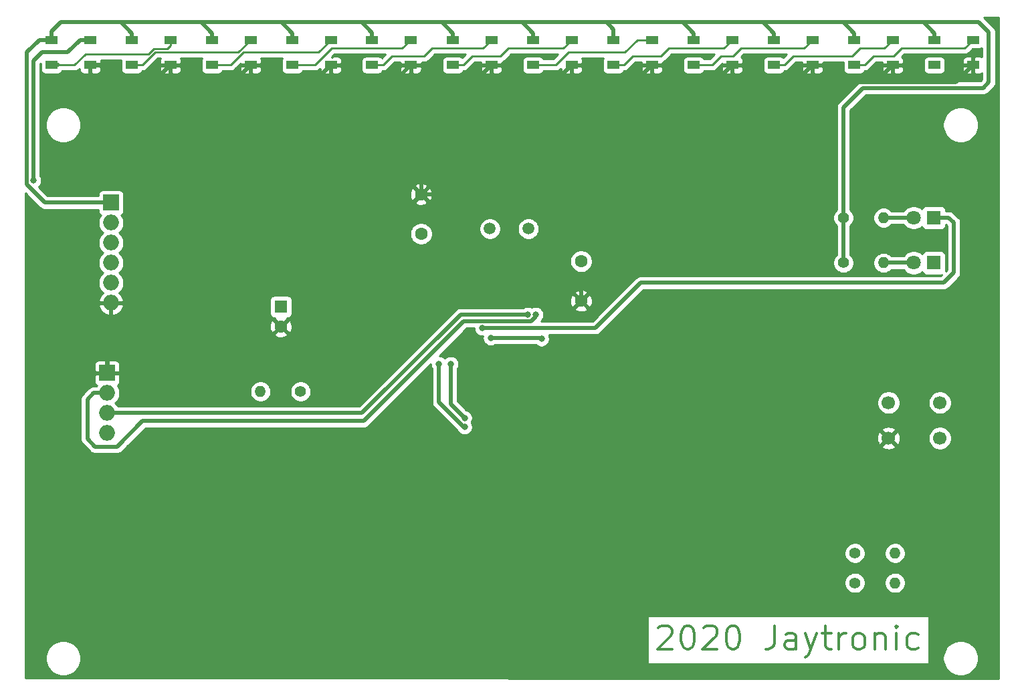
<source format=gbr>
%TF.GenerationSoftware,KiCad,Pcbnew,(5.1.6)-1*%
%TF.CreationDate,2020-10-19T12:16:09+08:00*%
%TF.ProjectId,sim,73696d2e-6b69-4636-9164-5f7063625858,rev?*%
%TF.SameCoordinates,Original*%
%TF.FileFunction,Copper,L1,Top*%
%TF.FilePolarity,Positive*%
%FSLAX46Y46*%
G04 Gerber Fmt 4.6, Leading zero omitted, Abs format (unit mm)*
G04 Created by KiCad (PCBNEW (5.1.6)-1) date 2020-10-19 12:16:09*
%MOMM*%
%LPD*%
G01*
G04 APERTURE LIST*
%TA.AperFunction,NonConductor*%
%ADD10C,0.300000*%
%TD*%
%TA.AperFunction,ComponentPad*%
%ADD11C,1.700000*%
%TD*%
%TA.AperFunction,ComponentPad*%
%ADD12C,1.600000*%
%TD*%
%TA.AperFunction,SMDPad,CuDef*%
%ADD13R,1.500000X1.000000*%
%TD*%
%TA.AperFunction,ComponentPad*%
%ADD14C,1.500000*%
%TD*%
%TA.AperFunction,ComponentPad*%
%ADD15R,2.000000X2.000000*%
%TD*%
%TA.AperFunction,ComponentPad*%
%ADD16O,2.000000X2.000000*%
%TD*%
%TA.AperFunction,ComponentPad*%
%ADD17C,1.800000*%
%TD*%
%TA.AperFunction,ComponentPad*%
%ADD18R,1.800000X1.800000*%
%TD*%
%TA.AperFunction,ComponentPad*%
%ADD19O,1.400000X1.400000*%
%TD*%
%TA.AperFunction,ComponentPad*%
%ADD20C,1.400000*%
%TD*%
%TA.AperFunction,ComponentPad*%
%ADD21R,1.600000X1.600000*%
%TD*%
%TA.AperFunction,ViaPad*%
%ADD22C,0.800000*%
%TD*%
%TA.AperFunction,Conductor*%
%ADD23C,0.250000*%
%TD*%
%TA.AperFunction,Conductor*%
%ADD24C,0.500000*%
%TD*%
%TA.AperFunction,Conductor*%
%ADD25C,0.254000*%
%TD*%
G04 APERTURE END LIST*
D10*
X132796428Y-105957857D02*
X132939285Y-105815000D01*
X133225000Y-105672142D01*
X133939285Y-105672142D01*
X134225000Y-105815000D01*
X134367857Y-105957857D01*
X134510714Y-106243571D01*
X134510714Y-106529285D01*
X134367857Y-106957857D01*
X132653571Y-108672142D01*
X134510714Y-108672142D01*
X136367857Y-105672142D02*
X136653571Y-105672142D01*
X136939285Y-105815000D01*
X137082142Y-105957857D01*
X137225000Y-106243571D01*
X137367857Y-106815000D01*
X137367857Y-107529285D01*
X137225000Y-108100714D01*
X137082142Y-108386428D01*
X136939285Y-108529285D01*
X136653571Y-108672142D01*
X136367857Y-108672142D01*
X136082142Y-108529285D01*
X135939285Y-108386428D01*
X135796428Y-108100714D01*
X135653571Y-107529285D01*
X135653571Y-106815000D01*
X135796428Y-106243571D01*
X135939285Y-105957857D01*
X136082142Y-105815000D01*
X136367857Y-105672142D01*
X138510714Y-105957857D02*
X138653571Y-105815000D01*
X138939285Y-105672142D01*
X139653571Y-105672142D01*
X139939285Y-105815000D01*
X140082142Y-105957857D01*
X140225000Y-106243571D01*
X140225000Y-106529285D01*
X140082142Y-106957857D01*
X138367857Y-108672142D01*
X140225000Y-108672142D01*
X142082142Y-105672142D02*
X142367857Y-105672142D01*
X142653571Y-105815000D01*
X142796428Y-105957857D01*
X142939285Y-106243571D01*
X143082142Y-106815000D01*
X143082142Y-107529285D01*
X142939285Y-108100714D01*
X142796428Y-108386428D01*
X142653571Y-108529285D01*
X142367857Y-108672142D01*
X142082142Y-108672142D01*
X141796428Y-108529285D01*
X141653571Y-108386428D01*
X141510714Y-108100714D01*
X141367857Y-107529285D01*
X141367857Y-106815000D01*
X141510714Y-106243571D01*
X141653571Y-105957857D01*
X141796428Y-105815000D01*
X142082142Y-105672142D01*
X147510714Y-105672142D02*
X147510714Y-107815000D01*
X147367857Y-108243571D01*
X147082142Y-108529285D01*
X146653571Y-108672142D01*
X146367857Y-108672142D01*
X150225000Y-108672142D02*
X150225000Y-107100714D01*
X150082142Y-106815000D01*
X149796428Y-106672142D01*
X149225000Y-106672142D01*
X148939285Y-106815000D01*
X150225000Y-108529285D02*
X149939285Y-108672142D01*
X149225000Y-108672142D01*
X148939285Y-108529285D01*
X148796428Y-108243571D01*
X148796428Y-107957857D01*
X148939285Y-107672142D01*
X149225000Y-107529285D01*
X149939285Y-107529285D01*
X150225000Y-107386428D01*
X151367857Y-106672142D02*
X152082142Y-108672142D01*
X152796428Y-106672142D02*
X152082142Y-108672142D01*
X151796428Y-109386428D01*
X151653571Y-109529285D01*
X151367857Y-109672142D01*
X153510714Y-106672142D02*
X154653571Y-106672142D01*
X153939285Y-105672142D02*
X153939285Y-108243571D01*
X154082142Y-108529285D01*
X154367857Y-108672142D01*
X154653571Y-108672142D01*
X155653571Y-108672142D02*
X155653571Y-106672142D01*
X155653571Y-107243571D02*
X155796428Y-106957857D01*
X155939285Y-106815000D01*
X156225000Y-106672142D01*
X156510714Y-106672142D01*
X157939285Y-108672142D02*
X157653571Y-108529285D01*
X157510714Y-108386428D01*
X157367857Y-108100714D01*
X157367857Y-107243571D01*
X157510714Y-106957857D01*
X157653571Y-106815000D01*
X157939285Y-106672142D01*
X158367857Y-106672142D01*
X158653571Y-106815000D01*
X158796428Y-106957857D01*
X158939285Y-107243571D01*
X158939285Y-108100714D01*
X158796428Y-108386428D01*
X158653571Y-108529285D01*
X158367857Y-108672142D01*
X157939285Y-108672142D01*
X160225000Y-106672142D02*
X160225000Y-108672142D01*
X160225000Y-106957857D02*
X160367857Y-106815000D01*
X160653571Y-106672142D01*
X161082142Y-106672142D01*
X161367857Y-106815000D01*
X161510714Y-107100714D01*
X161510714Y-108672142D01*
X162939285Y-108672142D02*
X162939285Y-106672142D01*
X162939285Y-105672142D02*
X162796428Y-105815000D01*
X162939285Y-105957857D01*
X163082142Y-105815000D01*
X162939285Y-105672142D01*
X162939285Y-105957857D01*
X165653571Y-108529285D02*
X165367857Y-108672142D01*
X164796428Y-108672142D01*
X164510714Y-108529285D01*
X164367857Y-108386428D01*
X164225000Y-108100714D01*
X164225000Y-107243571D01*
X164367857Y-106957857D01*
X164510714Y-106815000D01*
X164796428Y-106672142D01*
X165367857Y-106672142D01*
X165653571Y-106815000D01*
D11*
%TO.P,SW1,1*%
%TO.N,GND*%
X161925000Y-81915000D03*
%TO.P,SW1,3*%
%TO.N,N/C*%
X168425000Y-81915000D03*
%TO.P,SW1,2*%
%TO.N,Net-(J3-Pad2)*%
X161925000Y-77415000D03*
%TO.P,SW1,4*%
%TO.N,N/C*%
X168425000Y-77415000D03*
%TD*%
D12*
%TO.P,C2,1*%
%TO.N,Net-(C2-Pad1)*%
X102750000Y-56000000D03*
%TO.P,C2,2*%
%TO.N,GND*%
X102750000Y-51000000D03*
%TD*%
D13*
%TO.P,D1,1*%
%TO.N,+5V*%
X55970000Y-31420000D03*
%TO.P,D1,2*%
%TO.N,Net-(D1-Pad2)*%
X55970000Y-34620000D03*
%TO.P,D1,4*%
%TO.N,Net-(D1-Pad4)*%
X60870000Y-31420000D03*
%TO.P,D1,3*%
%TO.N,GND*%
X60870000Y-34620000D03*
%TD*%
%TO.P,D2,3*%
%TO.N,GND*%
X142150000Y-34620000D03*
%TO.P,D2,4*%
%TO.N,Net-(D17-Pad2)*%
X142150000Y-31420000D03*
%TO.P,D2,2*%
%TO.N,Net-(D2-Pad2)*%
X137250000Y-34620000D03*
%TO.P,D2,1*%
%TO.N,+5V*%
X137250000Y-31420000D03*
%TD*%
%TO.P,D3,1*%
%TO.N,+5V*%
X66130000Y-31420000D03*
%TO.P,D3,2*%
%TO.N,Net-(D3-Pad2)*%
X66130000Y-34620000D03*
%TO.P,D3,4*%
%TO.N,Net-(D1-Pad2)*%
X71030000Y-31420000D03*
%TO.P,D3,3*%
%TO.N,GND*%
X71030000Y-34620000D03*
%TD*%
%TO.P,D4,1*%
%TO.N,+5V*%
X147410000Y-31420000D03*
%TO.P,D4,2*%
%TO.N,Net-(D4-Pad2)*%
X147410000Y-34620000D03*
%TO.P,D4,4*%
%TO.N,Net-(D2-Pad2)*%
X152310000Y-31420000D03*
%TO.P,D4,3*%
%TO.N,GND*%
X152310000Y-34620000D03*
%TD*%
%TO.P,D5,3*%
%TO.N,GND*%
X81190000Y-34620000D03*
%TO.P,D5,4*%
%TO.N,Net-(D3-Pad2)*%
X81190000Y-31420000D03*
%TO.P,D5,2*%
%TO.N,Net-(D5-Pad2)*%
X76290000Y-34620000D03*
%TO.P,D5,1*%
%TO.N,+5V*%
X76290000Y-31420000D03*
%TD*%
%TO.P,D6,3*%
%TO.N,GND*%
X162470000Y-34620000D03*
%TO.P,D6,4*%
%TO.N,Net-(D4-Pad2)*%
X162470000Y-31420000D03*
%TO.P,D6,2*%
%TO.N,Net-(D6-Pad2)*%
X157570000Y-34620000D03*
%TO.P,D6,1*%
%TO.N,+5V*%
X157570000Y-31420000D03*
%TD*%
%TO.P,D7,1*%
%TO.N,+5V*%
X86450000Y-31420000D03*
%TO.P,D7,2*%
%TO.N,Net-(D7-Pad2)*%
X86450000Y-34620000D03*
%TO.P,D7,4*%
%TO.N,Net-(D5-Pad2)*%
X91350000Y-31420000D03*
%TO.P,D7,3*%
%TO.N,GND*%
X91350000Y-34620000D03*
%TD*%
%TO.P,D9,3*%
%TO.N,GND*%
X101450000Y-34620000D03*
%TO.P,D9,4*%
%TO.N,Net-(D7-Pad2)*%
X101450000Y-31420000D03*
%TO.P,D9,2*%
%TO.N,Net-(D11-Pad4)*%
X96550000Y-34620000D03*
%TO.P,D9,1*%
%TO.N,+5V*%
X96550000Y-31420000D03*
%TD*%
%TO.P,D11,1*%
%TO.N,+5V*%
X106770000Y-31420000D03*
%TO.P,D11,2*%
%TO.N,Net-(D11-Pad2)*%
X106770000Y-34620000D03*
%TO.P,D11,4*%
%TO.N,Net-(D11-Pad4)*%
X111670000Y-31420000D03*
%TO.P,D11,3*%
%TO.N,GND*%
X111670000Y-34620000D03*
%TD*%
%TO.P,D13,3*%
%TO.N,GND*%
X121830000Y-34620000D03*
%TO.P,D13,4*%
%TO.N,Net-(D11-Pad2)*%
X121830000Y-31420000D03*
%TO.P,D13,2*%
%TO.N,Net-(D13-Pad2)*%
X116930000Y-34620000D03*
%TO.P,D13,1*%
%TO.N,+5V*%
X116930000Y-31420000D03*
%TD*%
%TO.P,D17,3*%
%TO.N,GND*%
X131990000Y-34620000D03*
%TO.P,D17,4*%
%TO.N,Net-(D13-Pad2)*%
X131990000Y-31420000D03*
%TO.P,D17,2*%
%TO.N,Net-(D17-Pad2)*%
X127090000Y-34620000D03*
%TO.P,D17,1*%
%TO.N,+5V*%
X127090000Y-31420000D03*
%TD*%
D14*
%TO.P,Y1,1*%
%TO.N,Net-(C1-Pad1)*%
X116332000Y-55372000D03*
%TO.P,Y1,2*%
%TO.N,Net-(C2-Pad1)*%
X111452000Y-55372000D03*
%TD*%
D13*
%TO.P,D8,3*%
%TO.N,GND*%
X172630000Y-34620000D03*
%TO.P,D8,4*%
%TO.N,Net-(D6-Pad2)*%
X172630000Y-31420000D03*
%TO.P,D8,2*%
%TO.N,Net-(D8-Pad2)*%
X167730000Y-34620000D03*
%TO.P,D8,1*%
%TO.N,+5V*%
X167730000Y-31420000D03*
%TD*%
D15*
%TO.P,J2,1*%
%TO.N,GND*%
X63000000Y-73660000D03*
D16*
%TO.P,J2,2*%
%TO.N,Net-(J2-Pad2)*%
X63000000Y-76200000D03*
%TO.P,J2,3*%
%TO.N,Net-(J2-Pad3)*%
X63000000Y-78740000D03*
%TO.P,J2,4*%
%TO.N,+5V*%
X63000000Y-81280000D03*
%TD*%
D15*
%TO.P,J3,1*%
%TO.N,+5V*%
X63500000Y-52070000D03*
D16*
%TO.P,J3,2*%
%TO.N,Net-(J3-Pad2)*%
X63500000Y-54610000D03*
%TO.P,J3,3*%
%TO.N,Net-(J3-Pad3)*%
X63500000Y-57150000D03*
%TO.P,J3,4*%
%TO.N,Net-(J3-Pad4)*%
X63500000Y-59690000D03*
%TO.P,J3,5*%
%TO.N,Net-(J3-Pad5)*%
X63500000Y-62230000D03*
%TO.P,J3,6*%
%TO.N,GND*%
X63500000Y-64770000D03*
%TD*%
D12*
%TO.P,C1,2*%
%TO.N,GND*%
X123000000Y-64500000D03*
%TO.P,C1,1*%
%TO.N,Net-(C1-Pad1)*%
X123000000Y-59500000D03*
%TD*%
D17*
%TO.P,D15,2*%
%TO.N,Net-(D15-Pad2)*%
X165100000Y-53975000D03*
D18*
%TO.P,D15,1*%
%TO.N,Net-(D15-Pad1)*%
X167640000Y-53975000D03*
%TD*%
%TO.P,D16,1*%
%TO.N,Net-(D16-Pad1)*%
X167640000Y-59690000D03*
D17*
%TO.P,D16,2*%
%TO.N,Net-(D16-Pad2)*%
X165100000Y-59690000D03*
%TD*%
D19*
%TO.P,R1,2*%
%TO.N,Net-(J1-Pad3)*%
X162750000Y-100250000D03*
D20*
%TO.P,R1,1*%
%TO.N,Net-(R1-Pad1)*%
X157670000Y-100250000D03*
%TD*%
%TO.P,R2,1*%
%TO.N,Net-(R2-Pad1)*%
X157670000Y-96500000D03*
D19*
%TO.P,R2,2*%
%TO.N,Net-(J1-Pad2)*%
X162750000Y-96500000D03*
%TD*%
%TO.P,R3,2*%
%TO.N,Net-(J3-Pad2)*%
X82420000Y-76000000D03*
D20*
%TO.P,R3,1*%
%TO.N,+5V*%
X87500000Y-76000000D03*
%TD*%
%TO.P,R4,1*%
%TO.N,+5V*%
X156210000Y-53975000D03*
D19*
%TO.P,R4,2*%
%TO.N,Net-(D15-Pad2)*%
X161290000Y-53975000D03*
%TD*%
D20*
%TO.P,R5,1*%
%TO.N,+5V*%
X156210000Y-59690000D03*
D19*
%TO.P,R5,2*%
%TO.N,Net-(D16-Pad2)*%
X161290000Y-59690000D03*
%TD*%
D21*
%TO.P,C3,1*%
%TO.N,Net-(C3-Pad1)*%
X85000000Y-65250000D03*
D12*
%TO.P,C3,2*%
%TO.N,GND*%
X85000000Y-67750000D03*
%TD*%
D22*
%TO.N,+5V*%
X111550000Y-69200000D03*
X118000000Y-69325000D03*
%TO.N,Net-(D1-Pad4)*%
X53682000Y-49250000D03*
%TO.N,Net-(D15-Pad1)*%
X110490000Y-67950001D03*
%TO.N,Net-(J2-Pad2)*%
X117250000Y-66250000D03*
%TO.N,Net-(J2-Pad3)*%
X116250000Y-66250000D03*
%TO.N,Net-(R1-Pad1)*%
X105000000Y-72500000D03*
X108250000Y-80500000D03*
%TO.N,Net-(R2-Pad1)*%
X108250000Y-79350000D03*
X106500000Y-72500000D03*
%TD*%
D23*
%TO.N,GND*%
X60870000Y-34620000D02*
X61290000Y-34620000D01*
D24*
X60870000Y-34620000D02*
X62560000Y-34620000D01*
X62560000Y-34620000D02*
X64770000Y-36830000D01*
X69850000Y-35800000D02*
X71030000Y-34620000D01*
X69850000Y-36830000D02*
X69850000Y-35800000D01*
X69850000Y-36830000D02*
X80010000Y-36830000D01*
X80010000Y-35800000D02*
X81190000Y-34620000D01*
X80010000Y-36830000D02*
X80010000Y-35800000D01*
X90170000Y-35800000D02*
X91350000Y-34620000D01*
X80010000Y-36830000D02*
X90170000Y-36830000D01*
X90170000Y-36830000D02*
X90170000Y-35800000D01*
X90170000Y-36830000D02*
X100330000Y-36830000D01*
X100330000Y-35740000D02*
X101450000Y-34620000D01*
X100330000Y-36830000D02*
X100330000Y-35740000D01*
X110490000Y-35800000D02*
X111670000Y-34620000D01*
X110490000Y-36830000D02*
X110490000Y-35800000D01*
X119620000Y-36830000D02*
X121830000Y-34620000D01*
X110490000Y-36830000D02*
X119620000Y-36830000D01*
X129780000Y-36830000D02*
X131990000Y-34620000D01*
X119620000Y-36830000D02*
X129780000Y-36830000D01*
X139940000Y-36830000D02*
X142150000Y-34620000D01*
X129780000Y-36830000D02*
X139940000Y-36830000D01*
X150100000Y-36830000D02*
X152310000Y-34620000D01*
X160260000Y-36830000D02*
X162470000Y-34620000D01*
X150100000Y-36830000D02*
X160260000Y-36830000D01*
X170420000Y-36830000D02*
X172630000Y-34620000D01*
X160260000Y-36830000D02*
X170420000Y-36830000D01*
X63000000Y-73660000D02*
X63000000Y-68572000D01*
X63500000Y-68072000D02*
X63500000Y-64770000D01*
X63000000Y-68572000D02*
X63500000Y-68072000D01*
X64770000Y-36830000D02*
X67310000Y-36830000D01*
X67310000Y-36830000D02*
X69850000Y-36830000D01*
X139940000Y-36830000D02*
X145670000Y-36830000D01*
X145670000Y-36830000D02*
X150100000Y-36830000D01*
X102750000Y-36950000D02*
X102870000Y-36830000D01*
X102750000Y-51000000D02*
X102750000Y-36950000D01*
X100330000Y-36830000D02*
X102870000Y-36830000D01*
X102870000Y-36830000D02*
X110490000Y-36830000D01*
X123000000Y-64500000D02*
X123000000Y-63310000D01*
X123000000Y-63310000D02*
X116840000Y-57150000D01*
X116840000Y-57150000D02*
X110490000Y-57150000D01*
X104340000Y-51000000D02*
X102750000Y-51000000D01*
X110490000Y-57150000D02*
X104340000Y-51000000D01*
%TO.N,+5V*%
X55970000Y-31420000D02*
X55970000Y-30390000D01*
X55970000Y-30390000D02*
X57150000Y-29210000D01*
X57150000Y-29210000D02*
X64770000Y-29210000D01*
X66130000Y-30570000D02*
X66130000Y-31420000D01*
X64770000Y-29210000D02*
X66130000Y-30570000D01*
X76290000Y-30570000D02*
X76290000Y-31420000D01*
X64770000Y-29210000D02*
X74930000Y-29210000D01*
X74930000Y-29210000D02*
X76290000Y-30570000D01*
X86450000Y-30570000D02*
X86450000Y-31420000D01*
X74930000Y-29210000D02*
X85090000Y-29210000D01*
X85090000Y-29210000D02*
X86450000Y-30570000D01*
X96550000Y-30510000D02*
X96550000Y-31420000D01*
X85090000Y-29210000D02*
X95250000Y-29210000D01*
X95250000Y-29210000D02*
X96550000Y-30510000D01*
X95250000Y-29210000D02*
X105410000Y-29210000D01*
X106770000Y-30570000D02*
X106770000Y-31420000D01*
X105410000Y-29210000D02*
X106770000Y-30570000D01*
X105410000Y-29210000D02*
X115570000Y-29210000D01*
X116930000Y-30570000D02*
X116930000Y-31420000D01*
X115570000Y-29210000D02*
X116930000Y-30570000D01*
X115570000Y-29210000D02*
X126238000Y-29210000D01*
X127090000Y-30062000D02*
X127090000Y-31420000D01*
X126238000Y-29210000D02*
X127090000Y-30062000D01*
X126238000Y-29210000D02*
X135890000Y-29210000D01*
X137250000Y-30570000D02*
X137250000Y-31420000D01*
X135890000Y-29210000D02*
X137250000Y-30570000D01*
X135890000Y-29210000D02*
X146050000Y-29210000D01*
X147410000Y-30570000D02*
X147410000Y-31420000D01*
X146050000Y-29210000D02*
X147410000Y-30570000D01*
X146050000Y-29210000D02*
X156210000Y-29210000D01*
X157570000Y-30570000D02*
X157570000Y-31420000D01*
X156210000Y-29210000D02*
X157570000Y-30570000D01*
X156210000Y-29210000D02*
X166370000Y-29210000D01*
X167730000Y-30570000D02*
X167730000Y-31420000D01*
X166370000Y-29210000D02*
X167730000Y-30570000D01*
X55118000Y-52070000D02*
X63500000Y-52070000D01*
X52832000Y-49784000D02*
X55118000Y-52070000D01*
X55970000Y-31420000D02*
X54432000Y-31420000D01*
X52832000Y-33020000D02*
X52832000Y-49784000D01*
X54432000Y-31420000D02*
X52832000Y-33020000D01*
X156210000Y-53975000D02*
X156210000Y-40005000D01*
X158684990Y-37530010D02*
X173924990Y-37530010D01*
X156210000Y-40005000D02*
X158684990Y-37530010D01*
X173924990Y-37530010D02*
X174625000Y-36830000D01*
X174625000Y-36830000D02*
X174625000Y-30480000D01*
X173355000Y-29210000D02*
X166370000Y-29210000D01*
X174625000Y-30480000D02*
X173355000Y-29210000D01*
X156210000Y-59690000D02*
X156210000Y-53975000D01*
X117875000Y-69200000D02*
X118000000Y-69325000D01*
X111550000Y-69200000D02*
X117875000Y-69200000D01*
%TO.N,Net-(D1-Pad2)*%
X55970000Y-34620000D02*
X56820000Y-34620000D01*
D23*
X70630010Y-32569990D02*
X68901599Y-32569991D01*
X71030000Y-31420000D02*
X71030000Y-32170000D01*
X71030000Y-32170000D02*
X70630010Y-32569990D01*
X68901599Y-32569991D02*
X68221590Y-33250000D01*
X68221590Y-33250000D02*
X60250000Y-33250000D01*
X58880000Y-34620000D02*
X55970000Y-34620000D01*
X60250000Y-33250000D02*
X58880000Y-34620000D01*
D24*
%TO.N,Net-(D1-Pad4)*%
X60870000Y-31420000D02*
X59580000Y-31420000D01*
X59580000Y-31420000D02*
X58000000Y-33000000D01*
X58000000Y-33000000D02*
X54750000Y-33000000D01*
X54750000Y-33000000D02*
X53682000Y-34068000D01*
X53682000Y-34068000D02*
X53682000Y-49250000D01*
D23*
%TO.N,Net-(D17-Pad2)*%
X127090000Y-34620000D02*
X128448000Y-34620000D01*
X128448000Y-34620000D02*
X129540000Y-33528000D01*
X129540000Y-33528000D02*
X133096000Y-33528000D01*
X133096000Y-33528000D02*
X134112000Y-32512000D01*
X141058000Y-32512000D02*
X142150000Y-31420000D01*
X134112000Y-32512000D02*
X141058000Y-32512000D01*
%TO.N,Net-(D2-Pad2)*%
X137250000Y-34620000D02*
X139624000Y-34620000D01*
X139624000Y-34620000D02*
X140716000Y-33528000D01*
X140716000Y-33528000D02*
X142240000Y-33528000D01*
X142240000Y-33528000D02*
X143256000Y-32512000D01*
X151218000Y-32512000D02*
X152310000Y-31420000D01*
X143256000Y-32512000D02*
X151218000Y-32512000D01*
%TO.N,Net-(D3-Pad2)*%
X66130000Y-34620000D02*
X67488000Y-34620000D01*
X67488000Y-34620000D02*
X69088000Y-33020000D01*
X79590000Y-33020000D02*
X81190000Y-31420000D01*
X69088000Y-33020000D02*
X79590000Y-33020000D01*
%TO.N,Net-(D4-Pad2)*%
X147410000Y-34620000D02*
X148768000Y-34620000D01*
X148768000Y-34620000D02*
X149860000Y-33528000D01*
X157297002Y-33528000D02*
X158313002Y-32512000D01*
X149860000Y-33528000D02*
X157297002Y-33528000D01*
X161378000Y-32512000D02*
X162470000Y-31420000D01*
X158313002Y-32512000D02*
X161378000Y-32512000D01*
%TO.N,Net-(D5-Pad2)*%
X89750000Y-33020000D02*
X91350000Y-31420000D01*
X76290000Y-34620000D02*
X78626410Y-34620000D01*
X80226410Y-33020000D02*
X89750000Y-33020000D01*
X78626410Y-34620000D02*
X80226410Y-33020000D01*
%TO.N,Net-(D6-Pad2)*%
X157570000Y-34620000D02*
X158928000Y-34620000D01*
X158928000Y-34620000D02*
X160020000Y-33528000D01*
X160020000Y-33528000D02*
X162560000Y-33528000D01*
X162560000Y-33528000D02*
X163576000Y-32512000D01*
X171538000Y-32512000D02*
X172630000Y-31420000D01*
X163576000Y-32512000D02*
X171538000Y-32512000D01*
%TO.N,Net-(D7-Pad2)*%
X100358000Y-32512000D02*
X101450000Y-31420000D01*
X91440000Y-32512000D02*
X100358000Y-32512000D01*
X86450000Y-34620000D02*
X89332000Y-34620000D01*
X89332000Y-34620000D02*
X91440000Y-32512000D01*
%TO.N,Net-(D11-Pad4)*%
X96550000Y-34620000D02*
X97968000Y-34620000D01*
X97968000Y-34620000D02*
X99060000Y-33528000D01*
X99060000Y-33528000D02*
X103124000Y-33528000D01*
X103124000Y-33528000D02*
X104140000Y-32512000D01*
X110578000Y-32512000D02*
X111670000Y-31420000D01*
X104140000Y-32512000D02*
X110578000Y-32512000D01*
%TO.N,Net-(D11-Pad2)*%
X106770000Y-34620000D02*
X108128000Y-34620000D01*
X108128000Y-34620000D02*
X109220000Y-33528000D01*
X109220000Y-33528000D02*
X112776000Y-33528000D01*
X112776000Y-33528000D02*
X113792000Y-32512000D01*
X120738000Y-32512000D02*
X121830000Y-31420000D01*
X113792000Y-32512000D02*
X120738000Y-32512000D01*
%TO.N,Net-(D13-Pad2)*%
X116930000Y-34620000D02*
X119812000Y-34620000D01*
X119812000Y-34620000D02*
X121412000Y-33020000D01*
X121412000Y-33020000D02*
X128524000Y-33020000D01*
X130124000Y-31420000D02*
X131990000Y-31420000D01*
X128524000Y-33020000D02*
X130124000Y-31420000D01*
D24*
%TO.N,Net-(D15-Pad1)*%
X169545000Y-53975000D02*
X167640000Y-53975000D01*
X170180000Y-54610000D02*
X169545000Y-53975000D01*
X124809962Y-67950001D02*
X130529963Y-62230000D01*
X110490000Y-67950001D02*
X124809962Y-67950001D01*
X168910000Y-62230000D02*
X170180000Y-60960000D01*
X130529963Y-62230000D02*
X168910000Y-62230000D01*
X170180000Y-60960000D02*
X170180000Y-54610000D01*
%TO.N,Net-(D15-Pad2)*%
X165100000Y-53975000D02*
X161290000Y-53975000D01*
%TO.N,Net-(D16-Pad2)*%
X165100000Y-59690000D02*
X161290000Y-59690000D01*
%TO.N,Net-(J2-Pad2)*%
X63000000Y-76200000D02*
X61300000Y-76200000D01*
X61300000Y-76200000D02*
X60500000Y-77000000D01*
X60500000Y-77000000D02*
X60500000Y-82000000D01*
X60500000Y-82000000D02*
X61500000Y-83000000D01*
X61500000Y-83000000D02*
X64250000Y-83000000D01*
X64250000Y-83000000D02*
X67500000Y-79750000D01*
X67500000Y-79750000D02*
X95500000Y-79750000D01*
X116658001Y-67100001D02*
X117250000Y-66508002D01*
X117250000Y-66508002D02*
X117250000Y-66250000D01*
X95500000Y-79750000D02*
X108149999Y-67100001D01*
X108149999Y-67100001D02*
X116658001Y-67100001D01*
%TO.N,Net-(J2-Pad3)*%
X63000000Y-78740000D02*
X95260000Y-78740000D01*
X95260000Y-78740000D02*
X107750000Y-66250000D01*
X107750000Y-66250000D02*
X116250000Y-66250000D01*
%TO.N,Net-(R1-Pad1)*%
X108141998Y-80500000D02*
X108250000Y-80500000D01*
X105000000Y-72500000D02*
X105000000Y-77358002D01*
X105000000Y-77358002D02*
X108141998Y-80500000D01*
%TO.N,Net-(R2-Pad1)*%
X108250000Y-79350000D02*
X106500000Y-77600000D01*
X106500000Y-77600000D02*
X106500000Y-72500000D01*
%TD*%
D25*
%TO.N,GND*%
G36*
X175870001Y-112369841D02*
G01*
X52660000Y-112340160D01*
X52660000Y-109576521D01*
X55180979Y-109576521D01*
X55180979Y-110023479D01*
X55268176Y-110461849D01*
X55439220Y-110874785D01*
X55687536Y-111246417D01*
X56003583Y-111562464D01*
X56375215Y-111810780D01*
X56788151Y-111981824D01*
X57226521Y-112069021D01*
X57673479Y-112069021D01*
X58111849Y-111981824D01*
X58524785Y-111810780D01*
X58896417Y-111562464D01*
X59212464Y-111246417D01*
X59460780Y-110874785D01*
X59631824Y-110461849D01*
X59719021Y-110023479D01*
X59719021Y-109576521D01*
X59631824Y-109138151D01*
X59460780Y-108725215D01*
X59212464Y-108353583D01*
X58896417Y-108037536D01*
X58524785Y-107789220D01*
X58111849Y-107618176D01*
X57673479Y-107530979D01*
X57226521Y-107530979D01*
X56788151Y-107618176D01*
X56375215Y-107789220D01*
X56003583Y-108037536D01*
X55687536Y-108353583D01*
X55439220Y-108725215D01*
X55268176Y-109138151D01*
X55180979Y-109576521D01*
X52660000Y-109576521D01*
X52660000Y-104445000D01*
X131440000Y-104445000D01*
X131440000Y-110515000D01*
X167010000Y-110515000D01*
X167010000Y-109576521D01*
X168780979Y-109576521D01*
X168780979Y-110023479D01*
X168868176Y-110461849D01*
X169039220Y-110874785D01*
X169287536Y-111246417D01*
X169603583Y-111562464D01*
X169975215Y-111810780D01*
X170388151Y-111981824D01*
X170826521Y-112069021D01*
X171273479Y-112069021D01*
X171711849Y-111981824D01*
X172124785Y-111810780D01*
X172496417Y-111562464D01*
X172812464Y-111246417D01*
X173060780Y-110874785D01*
X173231824Y-110461849D01*
X173319021Y-110023479D01*
X173319021Y-109576521D01*
X173231824Y-109138151D01*
X173060780Y-108725215D01*
X172812464Y-108353583D01*
X172496417Y-108037536D01*
X172124785Y-107789220D01*
X171711849Y-107618176D01*
X171273479Y-107530979D01*
X170826521Y-107530979D01*
X170388151Y-107618176D01*
X169975215Y-107789220D01*
X169603583Y-108037536D01*
X169287536Y-108353583D01*
X169039220Y-108725215D01*
X168868176Y-109138151D01*
X168780979Y-109576521D01*
X167010000Y-109576521D01*
X167010000Y-104445000D01*
X131440000Y-104445000D01*
X52660000Y-104445000D01*
X52660000Y-100118514D01*
X156335000Y-100118514D01*
X156335000Y-100381486D01*
X156386304Y-100639405D01*
X156486939Y-100882359D01*
X156633038Y-101101013D01*
X156818987Y-101286962D01*
X157037641Y-101433061D01*
X157280595Y-101533696D01*
X157538514Y-101585000D01*
X157801486Y-101585000D01*
X158059405Y-101533696D01*
X158302359Y-101433061D01*
X158521013Y-101286962D01*
X158706962Y-101101013D01*
X158853061Y-100882359D01*
X158953696Y-100639405D01*
X159005000Y-100381486D01*
X159005000Y-100118514D01*
X161415000Y-100118514D01*
X161415000Y-100381486D01*
X161466304Y-100639405D01*
X161566939Y-100882359D01*
X161713038Y-101101013D01*
X161898987Y-101286962D01*
X162117641Y-101433061D01*
X162360595Y-101533696D01*
X162618514Y-101585000D01*
X162881486Y-101585000D01*
X163139405Y-101533696D01*
X163382359Y-101433061D01*
X163601013Y-101286962D01*
X163786962Y-101101013D01*
X163933061Y-100882359D01*
X164033696Y-100639405D01*
X164085000Y-100381486D01*
X164085000Y-100118514D01*
X164033696Y-99860595D01*
X163933061Y-99617641D01*
X163786962Y-99398987D01*
X163601013Y-99213038D01*
X163382359Y-99066939D01*
X163139405Y-98966304D01*
X162881486Y-98915000D01*
X162618514Y-98915000D01*
X162360595Y-98966304D01*
X162117641Y-99066939D01*
X161898987Y-99213038D01*
X161713038Y-99398987D01*
X161566939Y-99617641D01*
X161466304Y-99860595D01*
X161415000Y-100118514D01*
X159005000Y-100118514D01*
X158953696Y-99860595D01*
X158853061Y-99617641D01*
X158706962Y-99398987D01*
X158521013Y-99213038D01*
X158302359Y-99066939D01*
X158059405Y-98966304D01*
X157801486Y-98915000D01*
X157538514Y-98915000D01*
X157280595Y-98966304D01*
X157037641Y-99066939D01*
X156818987Y-99213038D01*
X156633038Y-99398987D01*
X156486939Y-99617641D01*
X156386304Y-99860595D01*
X156335000Y-100118514D01*
X52660000Y-100118514D01*
X52660000Y-96368514D01*
X156335000Y-96368514D01*
X156335000Y-96631486D01*
X156386304Y-96889405D01*
X156486939Y-97132359D01*
X156633038Y-97351013D01*
X156818987Y-97536962D01*
X157037641Y-97683061D01*
X157280595Y-97783696D01*
X157538514Y-97835000D01*
X157801486Y-97835000D01*
X158059405Y-97783696D01*
X158302359Y-97683061D01*
X158521013Y-97536962D01*
X158706962Y-97351013D01*
X158853061Y-97132359D01*
X158953696Y-96889405D01*
X159005000Y-96631486D01*
X159005000Y-96368514D01*
X161415000Y-96368514D01*
X161415000Y-96631486D01*
X161466304Y-96889405D01*
X161566939Y-97132359D01*
X161713038Y-97351013D01*
X161898987Y-97536962D01*
X162117641Y-97683061D01*
X162360595Y-97783696D01*
X162618514Y-97835000D01*
X162881486Y-97835000D01*
X163139405Y-97783696D01*
X163382359Y-97683061D01*
X163601013Y-97536962D01*
X163786962Y-97351013D01*
X163933061Y-97132359D01*
X164033696Y-96889405D01*
X164085000Y-96631486D01*
X164085000Y-96368514D01*
X164033696Y-96110595D01*
X163933061Y-95867641D01*
X163786962Y-95648987D01*
X163601013Y-95463038D01*
X163382359Y-95316939D01*
X163139405Y-95216304D01*
X162881486Y-95165000D01*
X162618514Y-95165000D01*
X162360595Y-95216304D01*
X162117641Y-95316939D01*
X161898987Y-95463038D01*
X161713038Y-95648987D01*
X161566939Y-95867641D01*
X161466304Y-96110595D01*
X161415000Y-96368514D01*
X159005000Y-96368514D01*
X158953696Y-96110595D01*
X158853061Y-95867641D01*
X158706962Y-95648987D01*
X158521013Y-95463038D01*
X158302359Y-95316939D01*
X158059405Y-95216304D01*
X157801486Y-95165000D01*
X157538514Y-95165000D01*
X157280595Y-95216304D01*
X157037641Y-95316939D01*
X156818987Y-95463038D01*
X156633038Y-95648987D01*
X156486939Y-95867641D01*
X156386304Y-96110595D01*
X156335000Y-96368514D01*
X52660000Y-96368514D01*
X52660000Y-77000000D01*
X59610719Y-77000000D01*
X59615000Y-77043469D01*
X59615001Y-81956521D01*
X59610719Y-82000000D01*
X59627805Y-82173490D01*
X59678412Y-82340313D01*
X59760590Y-82494059D01*
X59843468Y-82595046D01*
X59843471Y-82595049D01*
X59871184Y-82628817D01*
X59904951Y-82656529D01*
X60843470Y-83595049D01*
X60871183Y-83628817D01*
X60904951Y-83656530D01*
X60904953Y-83656532D01*
X61005941Y-83739411D01*
X61159686Y-83821589D01*
X61326510Y-83872195D01*
X61456523Y-83885000D01*
X61456531Y-83885000D01*
X61500000Y-83889281D01*
X61543469Y-83885000D01*
X64206531Y-83885000D01*
X64250000Y-83889281D01*
X64293469Y-83885000D01*
X64293477Y-83885000D01*
X64423490Y-83872195D01*
X64590313Y-83821589D01*
X64744059Y-83739411D01*
X64878817Y-83628817D01*
X64906534Y-83595044D01*
X65558181Y-82943397D01*
X161076208Y-82943397D01*
X161153843Y-83192472D01*
X161417883Y-83318371D01*
X161701411Y-83390339D01*
X161993531Y-83405611D01*
X162283019Y-83363599D01*
X162558747Y-83265919D01*
X162696157Y-83192472D01*
X162773792Y-82943397D01*
X161925000Y-82094605D01*
X161076208Y-82943397D01*
X65558181Y-82943397D01*
X66518047Y-81983531D01*
X160434389Y-81983531D01*
X160476401Y-82273019D01*
X160574081Y-82548747D01*
X160647528Y-82686157D01*
X160896603Y-82763792D01*
X161745395Y-81915000D01*
X162104605Y-81915000D01*
X162953397Y-82763792D01*
X163202472Y-82686157D01*
X163328371Y-82422117D01*
X163400339Y-82138589D01*
X163415611Y-81846469D01*
X163404331Y-81768740D01*
X166940000Y-81768740D01*
X166940000Y-82061260D01*
X166997068Y-82348158D01*
X167109010Y-82618411D01*
X167271525Y-82861632D01*
X167478368Y-83068475D01*
X167721589Y-83230990D01*
X167991842Y-83342932D01*
X168278740Y-83400000D01*
X168571260Y-83400000D01*
X168858158Y-83342932D01*
X169128411Y-83230990D01*
X169371632Y-83068475D01*
X169578475Y-82861632D01*
X169740990Y-82618411D01*
X169852932Y-82348158D01*
X169910000Y-82061260D01*
X169910000Y-81768740D01*
X169852932Y-81481842D01*
X169740990Y-81211589D01*
X169578475Y-80968368D01*
X169371632Y-80761525D01*
X169128411Y-80599010D01*
X168858158Y-80487068D01*
X168571260Y-80430000D01*
X168278740Y-80430000D01*
X167991842Y-80487068D01*
X167721589Y-80599010D01*
X167478368Y-80761525D01*
X167271525Y-80968368D01*
X167109010Y-81211589D01*
X166997068Y-81481842D01*
X166940000Y-81768740D01*
X163404331Y-81768740D01*
X163373599Y-81556981D01*
X163275919Y-81281253D01*
X163202472Y-81143843D01*
X162953397Y-81066208D01*
X162104605Y-81915000D01*
X161745395Y-81915000D01*
X160896603Y-81066208D01*
X160647528Y-81143843D01*
X160521629Y-81407883D01*
X160449661Y-81691411D01*
X160434389Y-81983531D01*
X66518047Y-81983531D01*
X67866579Y-80635000D01*
X95456531Y-80635000D01*
X95500000Y-80639281D01*
X95543469Y-80635000D01*
X95543477Y-80635000D01*
X95673490Y-80622195D01*
X95840313Y-80571589D01*
X95994059Y-80489411D01*
X96128817Y-80378817D01*
X96156534Y-80345044D01*
X103965000Y-72536579D01*
X103965000Y-72601939D01*
X104004774Y-72801898D01*
X104082795Y-72990256D01*
X104115000Y-73038454D01*
X104115001Y-77314523D01*
X104110719Y-77358002D01*
X104127805Y-77531492D01*
X104178412Y-77698315D01*
X104260590Y-77852061D01*
X104343468Y-77953048D01*
X104343471Y-77953051D01*
X104371184Y-77986819D01*
X104404951Y-78014531D01*
X107298938Y-80908519D01*
X107332795Y-80990256D01*
X107446063Y-81159774D01*
X107590226Y-81303937D01*
X107759744Y-81417205D01*
X107948102Y-81495226D01*
X108148061Y-81535000D01*
X108351939Y-81535000D01*
X108551898Y-81495226D01*
X108740256Y-81417205D01*
X108909774Y-81303937D01*
X109053937Y-81159774D01*
X109167205Y-80990256D01*
X109210139Y-80886603D01*
X161076208Y-80886603D01*
X161925000Y-81735395D01*
X162773792Y-80886603D01*
X162696157Y-80637528D01*
X162432117Y-80511629D01*
X162148589Y-80439661D01*
X161856469Y-80424389D01*
X161566981Y-80466401D01*
X161291253Y-80564081D01*
X161153843Y-80637528D01*
X161076208Y-80886603D01*
X109210139Y-80886603D01*
X109245226Y-80801898D01*
X109285000Y-80601939D01*
X109285000Y-80398061D01*
X109245226Y-80198102D01*
X109167205Y-80009744D01*
X109110581Y-79925000D01*
X109167205Y-79840256D01*
X109245226Y-79651898D01*
X109285000Y-79451939D01*
X109285000Y-79248061D01*
X109245226Y-79048102D01*
X109167205Y-78859744D01*
X109053937Y-78690226D01*
X108909774Y-78546063D01*
X108740256Y-78432795D01*
X108551898Y-78354774D01*
X108495044Y-78343465D01*
X107420319Y-77268740D01*
X160440000Y-77268740D01*
X160440000Y-77561260D01*
X160497068Y-77848158D01*
X160609010Y-78118411D01*
X160771525Y-78361632D01*
X160978368Y-78568475D01*
X161221589Y-78730990D01*
X161491842Y-78842932D01*
X161778740Y-78900000D01*
X162071260Y-78900000D01*
X162358158Y-78842932D01*
X162628411Y-78730990D01*
X162871632Y-78568475D01*
X163078475Y-78361632D01*
X163240990Y-78118411D01*
X163352932Y-77848158D01*
X163410000Y-77561260D01*
X163410000Y-77268740D01*
X166940000Y-77268740D01*
X166940000Y-77561260D01*
X166997068Y-77848158D01*
X167109010Y-78118411D01*
X167271525Y-78361632D01*
X167478368Y-78568475D01*
X167721589Y-78730990D01*
X167991842Y-78842932D01*
X168278740Y-78900000D01*
X168571260Y-78900000D01*
X168858158Y-78842932D01*
X169128411Y-78730990D01*
X169371632Y-78568475D01*
X169578475Y-78361632D01*
X169740990Y-78118411D01*
X169852932Y-77848158D01*
X169910000Y-77561260D01*
X169910000Y-77268740D01*
X169852932Y-76981842D01*
X169740990Y-76711589D01*
X169578475Y-76468368D01*
X169371632Y-76261525D01*
X169128411Y-76099010D01*
X168858158Y-75987068D01*
X168571260Y-75930000D01*
X168278740Y-75930000D01*
X167991842Y-75987068D01*
X167721589Y-76099010D01*
X167478368Y-76261525D01*
X167271525Y-76468368D01*
X167109010Y-76711589D01*
X166997068Y-76981842D01*
X166940000Y-77268740D01*
X163410000Y-77268740D01*
X163352932Y-76981842D01*
X163240990Y-76711589D01*
X163078475Y-76468368D01*
X162871632Y-76261525D01*
X162628411Y-76099010D01*
X162358158Y-75987068D01*
X162071260Y-75930000D01*
X161778740Y-75930000D01*
X161491842Y-75987068D01*
X161221589Y-76099010D01*
X160978368Y-76261525D01*
X160771525Y-76468368D01*
X160609010Y-76711589D01*
X160497068Y-76981842D01*
X160440000Y-77268740D01*
X107420319Y-77268740D01*
X107385000Y-77233422D01*
X107385000Y-73038454D01*
X107417205Y-72990256D01*
X107495226Y-72801898D01*
X107535000Y-72601939D01*
X107535000Y-72398061D01*
X107495226Y-72198102D01*
X107417205Y-72009744D01*
X107303937Y-71840226D01*
X107159774Y-71696063D01*
X106990256Y-71582795D01*
X106801898Y-71504774D01*
X106601939Y-71465000D01*
X106398061Y-71465000D01*
X106198102Y-71504774D01*
X106009744Y-71582795D01*
X105840226Y-71696063D01*
X105750000Y-71786289D01*
X105659774Y-71696063D01*
X105490256Y-71582795D01*
X105301898Y-71504774D01*
X105101939Y-71465000D01*
X105036579Y-71465000D01*
X108516578Y-67985001D01*
X109455000Y-67985001D01*
X109455000Y-68051940D01*
X109494774Y-68251899D01*
X109572795Y-68440257D01*
X109686063Y-68609775D01*
X109830226Y-68753938D01*
X109999744Y-68867206D01*
X110188102Y-68945227D01*
X110388061Y-68985001D01*
X110537489Y-68985001D01*
X110515000Y-69098061D01*
X110515000Y-69301939D01*
X110554774Y-69501898D01*
X110632795Y-69690256D01*
X110746063Y-69859774D01*
X110890226Y-70003937D01*
X111059744Y-70117205D01*
X111248102Y-70195226D01*
X111448061Y-70235000D01*
X111651939Y-70235000D01*
X111851898Y-70195226D01*
X112040256Y-70117205D01*
X112088454Y-70085000D01*
X117296289Y-70085000D01*
X117340226Y-70128937D01*
X117509744Y-70242205D01*
X117698102Y-70320226D01*
X117898061Y-70360000D01*
X118101939Y-70360000D01*
X118301898Y-70320226D01*
X118490256Y-70242205D01*
X118659774Y-70128937D01*
X118803937Y-69984774D01*
X118917205Y-69815256D01*
X118995226Y-69626898D01*
X119035000Y-69426939D01*
X119035000Y-69223061D01*
X118995226Y-69023102D01*
X118917311Y-68835001D01*
X124766493Y-68835001D01*
X124809962Y-68839282D01*
X124853431Y-68835001D01*
X124853439Y-68835001D01*
X124983452Y-68822196D01*
X125150275Y-68771590D01*
X125304021Y-68689412D01*
X125438779Y-68578818D01*
X125466496Y-68545045D01*
X130896542Y-63115000D01*
X168866531Y-63115000D01*
X168910000Y-63119281D01*
X168953469Y-63115000D01*
X168953477Y-63115000D01*
X169083490Y-63102195D01*
X169250313Y-63051589D01*
X169404059Y-62969411D01*
X169538817Y-62858817D01*
X169566534Y-62825044D01*
X170775050Y-61616529D01*
X170808817Y-61588817D01*
X170919411Y-61454059D01*
X171001589Y-61300313D01*
X171052195Y-61133490D01*
X171065000Y-61003477D01*
X171065000Y-61003467D01*
X171069281Y-60960001D01*
X171065000Y-60916535D01*
X171065000Y-54653469D01*
X171069281Y-54610000D01*
X171065000Y-54566531D01*
X171065000Y-54566523D01*
X171052195Y-54436510D01*
X171015430Y-54315313D01*
X171001589Y-54269686D01*
X170919411Y-54115941D01*
X170836532Y-54014953D01*
X170836530Y-54014951D01*
X170808817Y-53981183D01*
X170775049Y-53953470D01*
X170201534Y-53379956D01*
X170173817Y-53346183D01*
X170039059Y-53235589D01*
X169885313Y-53153411D01*
X169718490Y-53102805D01*
X169588477Y-53090000D01*
X169588469Y-53090000D01*
X169545000Y-53085719D01*
X169501531Y-53090000D01*
X169178072Y-53090000D01*
X169178072Y-53075000D01*
X169165812Y-52950518D01*
X169129502Y-52830820D01*
X169070537Y-52720506D01*
X168991185Y-52623815D01*
X168894494Y-52544463D01*
X168784180Y-52485498D01*
X168664482Y-52449188D01*
X168540000Y-52436928D01*
X166740000Y-52436928D01*
X166615518Y-52449188D01*
X166495820Y-52485498D01*
X166385506Y-52544463D01*
X166288815Y-52623815D01*
X166209463Y-52720506D01*
X166150498Y-52830820D01*
X166144944Y-52849127D01*
X166078505Y-52782688D01*
X165827095Y-52614701D01*
X165547743Y-52498989D01*
X165251184Y-52440000D01*
X164948816Y-52440000D01*
X164652257Y-52498989D01*
X164372905Y-52614701D01*
X164121495Y-52782688D01*
X163907688Y-52996495D01*
X163845210Y-53090000D01*
X162292975Y-53090000D01*
X162141013Y-52938038D01*
X161922359Y-52791939D01*
X161679405Y-52691304D01*
X161421486Y-52640000D01*
X161158514Y-52640000D01*
X160900595Y-52691304D01*
X160657641Y-52791939D01*
X160438987Y-52938038D01*
X160253038Y-53123987D01*
X160106939Y-53342641D01*
X160006304Y-53585595D01*
X159955000Y-53843514D01*
X159955000Y-54106486D01*
X160006304Y-54364405D01*
X160106939Y-54607359D01*
X160253038Y-54826013D01*
X160438987Y-55011962D01*
X160657641Y-55158061D01*
X160900595Y-55258696D01*
X161158514Y-55310000D01*
X161421486Y-55310000D01*
X161679405Y-55258696D01*
X161922359Y-55158061D01*
X162141013Y-55011962D01*
X162292975Y-54860000D01*
X163845210Y-54860000D01*
X163907688Y-54953505D01*
X164121495Y-55167312D01*
X164372905Y-55335299D01*
X164652257Y-55451011D01*
X164948816Y-55510000D01*
X165251184Y-55510000D01*
X165547743Y-55451011D01*
X165827095Y-55335299D01*
X166078505Y-55167312D01*
X166144944Y-55100873D01*
X166150498Y-55119180D01*
X166209463Y-55229494D01*
X166288815Y-55326185D01*
X166385506Y-55405537D01*
X166495820Y-55464502D01*
X166615518Y-55500812D01*
X166740000Y-55513072D01*
X168540000Y-55513072D01*
X168664482Y-55500812D01*
X168784180Y-55464502D01*
X168894494Y-55405537D01*
X168991185Y-55326185D01*
X169070537Y-55229494D01*
X169129502Y-55119180D01*
X169165812Y-54999482D01*
X169178072Y-54875000D01*
X169178072Y-54860000D01*
X169178422Y-54860000D01*
X169295001Y-54976580D01*
X169295000Y-60593421D01*
X169162273Y-60726148D01*
X169165812Y-60714482D01*
X169178072Y-60590000D01*
X169178072Y-58790000D01*
X169165812Y-58665518D01*
X169129502Y-58545820D01*
X169070537Y-58435506D01*
X168991185Y-58338815D01*
X168894494Y-58259463D01*
X168784180Y-58200498D01*
X168664482Y-58164188D01*
X168540000Y-58151928D01*
X166740000Y-58151928D01*
X166615518Y-58164188D01*
X166495820Y-58200498D01*
X166385506Y-58259463D01*
X166288815Y-58338815D01*
X166209463Y-58435506D01*
X166150498Y-58545820D01*
X166144944Y-58564127D01*
X166078505Y-58497688D01*
X165827095Y-58329701D01*
X165547743Y-58213989D01*
X165251184Y-58155000D01*
X164948816Y-58155000D01*
X164652257Y-58213989D01*
X164372905Y-58329701D01*
X164121495Y-58497688D01*
X163907688Y-58711495D01*
X163845210Y-58805000D01*
X162292975Y-58805000D01*
X162141013Y-58653038D01*
X161922359Y-58506939D01*
X161679405Y-58406304D01*
X161421486Y-58355000D01*
X161158514Y-58355000D01*
X160900595Y-58406304D01*
X160657641Y-58506939D01*
X160438987Y-58653038D01*
X160253038Y-58838987D01*
X160106939Y-59057641D01*
X160006304Y-59300595D01*
X159955000Y-59558514D01*
X159955000Y-59821486D01*
X160006304Y-60079405D01*
X160106939Y-60322359D01*
X160253038Y-60541013D01*
X160438987Y-60726962D01*
X160657641Y-60873061D01*
X160900595Y-60973696D01*
X161158514Y-61025000D01*
X161421486Y-61025000D01*
X161679405Y-60973696D01*
X161922359Y-60873061D01*
X162141013Y-60726962D01*
X162292975Y-60575000D01*
X163845210Y-60575000D01*
X163907688Y-60668505D01*
X164121495Y-60882312D01*
X164372905Y-61050299D01*
X164652257Y-61166011D01*
X164948816Y-61225000D01*
X165251184Y-61225000D01*
X165547743Y-61166011D01*
X165827095Y-61050299D01*
X166078505Y-60882312D01*
X166144944Y-60815873D01*
X166150498Y-60834180D01*
X166209463Y-60944494D01*
X166288815Y-61041185D01*
X166385506Y-61120537D01*
X166495820Y-61179502D01*
X166615518Y-61215812D01*
X166740000Y-61228072D01*
X168540000Y-61228072D01*
X168664482Y-61215812D01*
X168676149Y-61212273D01*
X168543422Y-61345000D01*
X130573432Y-61345000D01*
X130529963Y-61340719D01*
X130486494Y-61345000D01*
X130486486Y-61345000D01*
X130371269Y-61356348D01*
X130356472Y-61357805D01*
X130305866Y-61373157D01*
X130189650Y-61408411D01*
X130035904Y-61490589D01*
X130035902Y-61490590D01*
X130035903Y-61490590D01*
X129934916Y-61573468D01*
X129934914Y-61573470D01*
X129901146Y-61601183D01*
X129873433Y-61634951D01*
X124443384Y-67065001D01*
X117937757Y-67065001D01*
X117989411Y-67002061D01*
X118021288Y-66942423D01*
X118053937Y-66909774D01*
X118167205Y-66740256D01*
X118245226Y-66551898D01*
X118285000Y-66351939D01*
X118285000Y-66148061D01*
X118245226Y-65948102D01*
X118167205Y-65759744D01*
X118053937Y-65590226D01*
X117956413Y-65492702D01*
X122186903Y-65492702D01*
X122258486Y-65736671D01*
X122513996Y-65857571D01*
X122788184Y-65926300D01*
X123070512Y-65940217D01*
X123350130Y-65898787D01*
X123616292Y-65803603D01*
X123741514Y-65736671D01*
X123813097Y-65492702D01*
X123000000Y-64679605D01*
X122186903Y-65492702D01*
X117956413Y-65492702D01*
X117909774Y-65446063D01*
X117740256Y-65332795D01*
X117551898Y-65254774D01*
X117351939Y-65215000D01*
X117148061Y-65215000D01*
X116948102Y-65254774D01*
X116759744Y-65332795D01*
X116750000Y-65339306D01*
X116740256Y-65332795D01*
X116551898Y-65254774D01*
X116351939Y-65215000D01*
X116148061Y-65215000D01*
X115948102Y-65254774D01*
X115759744Y-65332795D01*
X115711546Y-65365000D01*
X107793465Y-65365000D01*
X107749999Y-65360719D01*
X107706533Y-65365000D01*
X107706523Y-65365000D01*
X107576510Y-65377805D01*
X107409687Y-65428411D01*
X107255941Y-65510589D01*
X107255939Y-65510590D01*
X107255940Y-65510590D01*
X107154953Y-65593468D01*
X107154951Y-65593470D01*
X107121183Y-65621183D01*
X107093470Y-65654951D01*
X94893422Y-77855000D01*
X64375059Y-77855000D01*
X64269987Y-77697748D01*
X64042252Y-77470013D01*
X64042233Y-77470000D01*
X64042252Y-77469987D01*
X64269987Y-77242252D01*
X64448918Y-76974463D01*
X64572168Y-76676912D01*
X64635000Y-76361033D01*
X64635000Y-76038967D01*
X64601095Y-75868514D01*
X81085000Y-75868514D01*
X81085000Y-76131486D01*
X81136304Y-76389405D01*
X81236939Y-76632359D01*
X81383038Y-76851013D01*
X81568987Y-77036962D01*
X81787641Y-77183061D01*
X82030595Y-77283696D01*
X82288514Y-77335000D01*
X82551486Y-77335000D01*
X82809405Y-77283696D01*
X83052359Y-77183061D01*
X83271013Y-77036962D01*
X83456962Y-76851013D01*
X83603061Y-76632359D01*
X83703696Y-76389405D01*
X83755000Y-76131486D01*
X83755000Y-75868514D01*
X86165000Y-75868514D01*
X86165000Y-76131486D01*
X86216304Y-76389405D01*
X86316939Y-76632359D01*
X86463038Y-76851013D01*
X86648987Y-77036962D01*
X86867641Y-77183061D01*
X87110595Y-77283696D01*
X87368514Y-77335000D01*
X87631486Y-77335000D01*
X87889405Y-77283696D01*
X88132359Y-77183061D01*
X88351013Y-77036962D01*
X88536962Y-76851013D01*
X88683061Y-76632359D01*
X88783696Y-76389405D01*
X88835000Y-76131486D01*
X88835000Y-75868514D01*
X88783696Y-75610595D01*
X88683061Y-75367641D01*
X88536962Y-75148987D01*
X88351013Y-74963038D01*
X88132359Y-74816939D01*
X87889405Y-74716304D01*
X87631486Y-74665000D01*
X87368514Y-74665000D01*
X87110595Y-74716304D01*
X86867641Y-74816939D01*
X86648987Y-74963038D01*
X86463038Y-75148987D01*
X86316939Y-75367641D01*
X86216304Y-75610595D01*
X86165000Y-75868514D01*
X83755000Y-75868514D01*
X83703696Y-75610595D01*
X83603061Y-75367641D01*
X83456962Y-75148987D01*
X83271013Y-74963038D01*
X83052359Y-74816939D01*
X82809405Y-74716304D01*
X82551486Y-74665000D01*
X82288514Y-74665000D01*
X82030595Y-74716304D01*
X81787641Y-74816939D01*
X81568987Y-74963038D01*
X81383038Y-75148987D01*
X81236939Y-75367641D01*
X81136304Y-75610595D01*
X81085000Y-75868514D01*
X64601095Y-75868514D01*
X64572168Y-75723088D01*
X64448918Y-75425537D01*
X64308370Y-75215191D01*
X64354494Y-75190537D01*
X64451185Y-75111185D01*
X64530537Y-75014494D01*
X64589502Y-74904180D01*
X64625812Y-74784482D01*
X64638072Y-74660000D01*
X64635000Y-73945750D01*
X64476250Y-73787000D01*
X63127000Y-73787000D01*
X63127000Y-73807000D01*
X62873000Y-73807000D01*
X62873000Y-73787000D01*
X61523750Y-73787000D01*
X61365000Y-73945750D01*
X61361928Y-74660000D01*
X61374188Y-74784482D01*
X61410498Y-74904180D01*
X61469463Y-75014494D01*
X61548815Y-75111185D01*
X61645506Y-75190537D01*
X61691630Y-75215191D01*
X61624941Y-75315000D01*
X61343469Y-75315000D01*
X61300000Y-75310719D01*
X61256531Y-75315000D01*
X61256523Y-75315000D01*
X61126510Y-75327805D01*
X60959687Y-75378411D01*
X60805941Y-75460589D01*
X60704953Y-75543468D01*
X60704951Y-75543470D01*
X60671183Y-75571183D01*
X60643470Y-75604951D01*
X59904956Y-76343466D01*
X59871183Y-76371183D01*
X59760589Y-76505942D01*
X59678411Y-76659688D01*
X59627805Y-76826511D01*
X59615000Y-76956524D01*
X59615000Y-76956531D01*
X59610719Y-77000000D01*
X52660000Y-77000000D01*
X52660000Y-72660000D01*
X61361928Y-72660000D01*
X61365000Y-73374250D01*
X61523750Y-73533000D01*
X62873000Y-73533000D01*
X62873000Y-72183750D01*
X63127000Y-72183750D01*
X63127000Y-73533000D01*
X64476250Y-73533000D01*
X64635000Y-73374250D01*
X64638072Y-72660000D01*
X64625812Y-72535518D01*
X64589502Y-72415820D01*
X64530537Y-72305506D01*
X64451185Y-72208815D01*
X64354494Y-72129463D01*
X64244180Y-72070498D01*
X64124482Y-72034188D01*
X64000000Y-72021928D01*
X63285750Y-72025000D01*
X63127000Y-72183750D01*
X62873000Y-72183750D01*
X62714250Y-72025000D01*
X62000000Y-72021928D01*
X61875518Y-72034188D01*
X61755820Y-72070498D01*
X61645506Y-72129463D01*
X61548815Y-72208815D01*
X61469463Y-72305506D01*
X61410498Y-72415820D01*
X61374188Y-72535518D01*
X61361928Y-72660000D01*
X52660000Y-72660000D01*
X52660000Y-68742702D01*
X84186903Y-68742702D01*
X84258486Y-68986671D01*
X84513996Y-69107571D01*
X84788184Y-69176300D01*
X85070512Y-69190217D01*
X85350130Y-69148787D01*
X85616292Y-69053603D01*
X85741514Y-68986671D01*
X85813097Y-68742702D01*
X85000000Y-67929605D01*
X84186903Y-68742702D01*
X52660000Y-68742702D01*
X52660000Y-67820512D01*
X83559783Y-67820512D01*
X83601213Y-68100130D01*
X83696397Y-68366292D01*
X83763329Y-68491514D01*
X84007298Y-68563097D01*
X84820395Y-67750000D01*
X85179605Y-67750000D01*
X85992702Y-68563097D01*
X86236671Y-68491514D01*
X86357571Y-68236004D01*
X86426300Y-67961816D01*
X86440217Y-67679488D01*
X86398787Y-67399870D01*
X86303603Y-67133708D01*
X86236671Y-67008486D01*
X85992702Y-66936903D01*
X85179605Y-67750000D01*
X84820395Y-67750000D01*
X84007298Y-66936903D01*
X83763329Y-67008486D01*
X83642429Y-67263996D01*
X83573700Y-67538184D01*
X83559783Y-67820512D01*
X52660000Y-67820512D01*
X52660000Y-65150434D01*
X61909876Y-65150434D01*
X61966498Y-65337107D01*
X62106601Y-65625382D01*
X62300252Y-65880785D01*
X62540008Y-66093501D01*
X62816656Y-66255356D01*
X63119565Y-66360129D01*
X63373000Y-66241315D01*
X63373000Y-64897000D01*
X63627000Y-64897000D01*
X63627000Y-66241315D01*
X63880435Y-66360129D01*
X64183344Y-66255356D01*
X64459992Y-66093501D01*
X64699748Y-65880785D01*
X64893399Y-65625382D01*
X65033502Y-65337107D01*
X65090124Y-65150434D01*
X64970777Y-64897000D01*
X63627000Y-64897000D01*
X63373000Y-64897000D01*
X62029223Y-64897000D01*
X61909876Y-65150434D01*
X52660000Y-65150434D01*
X52660000Y-50863578D01*
X54461470Y-52665049D01*
X54489183Y-52698817D01*
X54522951Y-52726530D01*
X54522953Y-52726532D01*
X54591379Y-52782688D01*
X54623941Y-52809411D01*
X54777687Y-52891589D01*
X54944510Y-52942195D01*
X55074523Y-52955000D01*
X55074533Y-52955000D01*
X55117999Y-52959281D01*
X55161465Y-52955000D01*
X61861928Y-52955000D01*
X61861928Y-53070000D01*
X61874188Y-53194482D01*
X61910498Y-53314180D01*
X61969463Y-53424494D01*
X62048815Y-53521185D01*
X62145506Y-53600537D01*
X62191630Y-53625191D01*
X62051082Y-53835537D01*
X61927832Y-54133088D01*
X61865000Y-54448967D01*
X61865000Y-54771033D01*
X61927832Y-55086912D01*
X62051082Y-55384463D01*
X62230013Y-55652252D01*
X62457748Y-55879987D01*
X62457767Y-55880000D01*
X62457748Y-55880013D01*
X62230013Y-56107748D01*
X62051082Y-56375537D01*
X61927832Y-56673088D01*
X61865000Y-56988967D01*
X61865000Y-57311033D01*
X61927832Y-57626912D01*
X62051082Y-57924463D01*
X62230013Y-58192252D01*
X62457748Y-58419987D01*
X62457767Y-58420000D01*
X62457748Y-58420013D01*
X62230013Y-58647748D01*
X62051082Y-58915537D01*
X61927832Y-59213088D01*
X61865000Y-59528967D01*
X61865000Y-59851033D01*
X61927832Y-60166912D01*
X62051082Y-60464463D01*
X62230013Y-60732252D01*
X62457748Y-60959987D01*
X62457767Y-60960000D01*
X62457748Y-60960013D01*
X62230013Y-61187748D01*
X62051082Y-61455537D01*
X61927832Y-61753088D01*
X61865000Y-62068967D01*
X61865000Y-62391033D01*
X61927832Y-62706912D01*
X62051082Y-63004463D01*
X62230013Y-63272252D01*
X62457748Y-63499987D01*
X62470282Y-63508362D01*
X62300252Y-63659215D01*
X62106601Y-63914618D01*
X61966498Y-64202893D01*
X61909876Y-64389566D01*
X62029223Y-64643000D01*
X63373000Y-64643000D01*
X63373000Y-64623000D01*
X63627000Y-64623000D01*
X63627000Y-64643000D01*
X64970777Y-64643000D01*
X65061664Y-64450000D01*
X83561928Y-64450000D01*
X83561928Y-66050000D01*
X83574188Y-66174482D01*
X83610498Y-66294180D01*
X83669463Y-66404494D01*
X83748815Y-66501185D01*
X83845506Y-66580537D01*
X83955820Y-66639502D01*
X84075518Y-66675812D01*
X84200000Y-66688072D01*
X84207215Y-66688072D01*
X84186903Y-66757298D01*
X85000000Y-67570395D01*
X85813097Y-66757298D01*
X85792785Y-66688072D01*
X85800000Y-66688072D01*
X85924482Y-66675812D01*
X86044180Y-66639502D01*
X86154494Y-66580537D01*
X86251185Y-66501185D01*
X86330537Y-66404494D01*
X86389502Y-66294180D01*
X86425812Y-66174482D01*
X86438072Y-66050000D01*
X86438072Y-64570512D01*
X121559783Y-64570512D01*
X121601213Y-64850130D01*
X121696397Y-65116292D01*
X121763329Y-65241514D01*
X122007298Y-65313097D01*
X122820395Y-64500000D01*
X123179605Y-64500000D01*
X123992702Y-65313097D01*
X124236671Y-65241514D01*
X124357571Y-64986004D01*
X124426300Y-64711816D01*
X124440217Y-64429488D01*
X124398787Y-64149870D01*
X124303603Y-63883708D01*
X124236671Y-63758486D01*
X123992702Y-63686903D01*
X123179605Y-64500000D01*
X122820395Y-64500000D01*
X122007298Y-63686903D01*
X121763329Y-63758486D01*
X121642429Y-64013996D01*
X121573700Y-64288184D01*
X121559783Y-64570512D01*
X86438072Y-64570512D01*
X86438072Y-64450000D01*
X86425812Y-64325518D01*
X86389502Y-64205820D01*
X86330537Y-64095506D01*
X86251185Y-63998815D01*
X86154494Y-63919463D01*
X86044180Y-63860498D01*
X85924482Y-63824188D01*
X85800000Y-63811928D01*
X84200000Y-63811928D01*
X84075518Y-63824188D01*
X83955820Y-63860498D01*
X83845506Y-63919463D01*
X83748815Y-63998815D01*
X83669463Y-64095506D01*
X83610498Y-64205820D01*
X83574188Y-64325518D01*
X83561928Y-64450000D01*
X65061664Y-64450000D01*
X65090124Y-64389566D01*
X65033502Y-64202893D01*
X64893399Y-63914618D01*
X64699748Y-63659215D01*
X64529718Y-63508362D01*
X64531310Y-63507298D01*
X122186903Y-63507298D01*
X123000000Y-64320395D01*
X123813097Y-63507298D01*
X123741514Y-63263329D01*
X123486004Y-63142429D01*
X123211816Y-63073700D01*
X122929488Y-63059783D01*
X122649870Y-63101213D01*
X122383708Y-63196397D01*
X122258486Y-63263329D01*
X122186903Y-63507298D01*
X64531310Y-63507298D01*
X64542252Y-63499987D01*
X64769987Y-63272252D01*
X64948918Y-63004463D01*
X65072168Y-62706912D01*
X65135000Y-62391033D01*
X65135000Y-62068967D01*
X65072168Y-61753088D01*
X64948918Y-61455537D01*
X64769987Y-61187748D01*
X64542252Y-60960013D01*
X64542233Y-60960000D01*
X64542252Y-60959987D01*
X64769987Y-60732252D01*
X64948918Y-60464463D01*
X65072168Y-60166912D01*
X65135000Y-59851033D01*
X65135000Y-59528967D01*
X65101125Y-59358665D01*
X121565000Y-59358665D01*
X121565000Y-59641335D01*
X121620147Y-59918574D01*
X121728320Y-60179727D01*
X121885363Y-60414759D01*
X122085241Y-60614637D01*
X122320273Y-60771680D01*
X122581426Y-60879853D01*
X122858665Y-60935000D01*
X123141335Y-60935000D01*
X123418574Y-60879853D01*
X123679727Y-60771680D01*
X123914759Y-60614637D01*
X124114637Y-60414759D01*
X124271680Y-60179727D01*
X124379853Y-59918574D01*
X124435000Y-59641335D01*
X124435000Y-59358665D01*
X124379853Y-59081426D01*
X124271680Y-58820273D01*
X124114637Y-58585241D01*
X123914759Y-58385363D01*
X123679727Y-58228320D01*
X123418574Y-58120147D01*
X123141335Y-58065000D01*
X122858665Y-58065000D01*
X122581426Y-58120147D01*
X122320273Y-58228320D01*
X122085241Y-58385363D01*
X121885363Y-58585241D01*
X121728320Y-58820273D01*
X121620147Y-59081426D01*
X121565000Y-59358665D01*
X65101125Y-59358665D01*
X65072168Y-59213088D01*
X64948918Y-58915537D01*
X64769987Y-58647748D01*
X64542252Y-58420013D01*
X64542233Y-58420000D01*
X64542252Y-58419987D01*
X64769987Y-58192252D01*
X64948918Y-57924463D01*
X65072168Y-57626912D01*
X65135000Y-57311033D01*
X65135000Y-56988967D01*
X65072168Y-56673088D01*
X64948918Y-56375537D01*
X64769987Y-56107748D01*
X64542252Y-55880013D01*
X64542233Y-55880000D01*
X64542252Y-55879987D01*
X64563574Y-55858665D01*
X101315000Y-55858665D01*
X101315000Y-56141335D01*
X101370147Y-56418574D01*
X101478320Y-56679727D01*
X101635363Y-56914759D01*
X101835241Y-57114637D01*
X102070273Y-57271680D01*
X102331426Y-57379853D01*
X102608665Y-57435000D01*
X102891335Y-57435000D01*
X103168574Y-57379853D01*
X103429727Y-57271680D01*
X103664759Y-57114637D01*
X103864637Y-56914759D01*
X104021680Y-56679727D01*
X104129853Y-56418574D01*
X104185000Y-56141335D01*
X104185000Y-55858665D01*
X104129853Y-55581426D01*
X104021680Y-55320273D01*
X103965097Y-55235589D01*
X110067000Y-55235589D01*
X110067000Y-55508411D01*
X110120225Y-55775989D01*
X110224629Y-56028043D01*
X110376201Y-56254886D01*
X110569114Y-56447799D01*
X110795957Y-56599371D01*
X111048011Y-56703775D01*
X111315589Y-56757000D01*
X111588411Y-56757000D01*
X111855989Y-56703775D01*
X112108043Y-56599371D01*
X112334886Y-56447799D01*
X112527799Y-56254886D01*
X112679371Y-56028043D01*
X112783775Y-55775989D01*
X112837000Y-55508411D01*
X112837000Y-55235589D01*
X114947000Y-55235589D01*
X114947000Y-55508411D01*
X115000225Y-55775989D01*
X115104629Y-56028043D01*
X115256201Y-56254886D01*
X115449114Y-56447799D01*
X115675957Y-56599371D01*
X115928011Y-56703775D01*
X116195589Y-56757000D01*
X116468411Y-56757000D01*
X116735989Y-56703775D01*
X116988043Y-56599371D01*
X117214886Y-56447799D01*
X117407799Y-56254886D01*
X117559371Y-56028043D01*
X117663775Y-55775989D01*
X117717000Y-55508411D01*
X117717000Y-55235589D01*
X117663775Y-54968011D01*
X117559371Y-54715957D01*
X117407799Y-54489114D01*
X117214886Y-54296201D01*
X116988043Y-54144629D01*
X116735989Y-54040225D01*
X116468411Y-53987000D01*
X116195589Y-53987000D01*
X115928011Y-54040225D01*
X115675957Y-54144629D01*
X115449114Y-54296201D01*
X115256201Y-54489114D01*
X115104629Y-54715957D01*
X115000225Y-54968011D01*
X114947000Y-55235589D01*
X112837000Y-55235589D01*
X112783775Y-54968011D01*
X112679371Y-54715957D01*
X112527799Y-54489114D01*
X112334886Y-54296201D01*
X112108043Y-54144629D01*
X111855989Y-54040225D01*
X111588411Y-53987000D01*
X111315589Y-53987000D01*
X111048011Y-54040225D01*
X110795957Y-54144629D01*
X110569114Y-54296201D01*
X110376201Y-54489114D01*
X110224629Y-54715957D01*
X110120225Y-54968011D01*
X110067000Y-55235589D01*
X103965097Y-55235589D01*
X103864637Y-55085241D01*
X103664759Y-54885363D01*
X103429727Y-54728320D01*
X103168574Y-54620147D01*
X102891335Y-54565000D01*
X102608665Y-54565000D01*
X102331426Y-54620147D01*
X102070273Y-54728320D01*
X101835241Y-54885363D01*
X101635363Y-55085241D01*
X101478320Y-55320273D01*
X101370147Y-55581426D01*
X101315000Y-55858665D01*
X64563574Y-55858665D01*
X64769987Y-55652252D01*
X64948918Y-55384463D01*
X65072168Y-55086912D01*
X65135000Y-54771033D01*
X65135000Y-54448967D01*
X65072168Y-54133088D01*
X64948918Y-53835537D01*
X64808370Y-53625191D01*
X64854494Y-53600537D01*
X64951185Y-53521185D01*
X65030537Y-53424494D01*
X65089502Y-53314180D01*
X65125812Y-53194482D01*
X65138072Y-53070000D01*
X65138072Y-51992702D01*
X101936903Y-51992702D01*
X102008486Y-52236671D01*
X102263996Y-52357571D01*
X102538184Y-52426300D01*
X102820512Y-52440217D01*
X103100130Y-52398787D01*
X103366292Y-52303603D01*
X103491514Y-52236671D01*
X103563097Y-51992702D01*
X102750000Y-51179605D01*
X101936903Y-51992702D01*
X65138072Y-51992702D01*
X65138072Y-51070512D01*
X101309783Y-51070512D01*
X101351213Y-51350130D01*
X101446397Y-51616292D01*
X101513329Y-51741514D01*
X101757298Y-51813097D01*
X102570395Y-51000000D01*
X102929605Y-51000000D01*
X103742702Y-51813097D01*
X103986671Y-51741514D01*
X104107571Y-51486004D01*
X104176300Y-51211816D01*
X104190217Y-50929488D01*
X104148787Y-50649870D01*
X104053603Y-50383708D01*
X103986671Y-50258486D01*
X103742702Y-50186903D01*
X102929605Y-51000000D01*
X102570395Y-51000000D01*
X101757298Y-50186903D01*
X101513329Y-50258486D01*
X101392429Y-50513996D01*
X101323700Y-50788184D01*
X101309783Y-51070512D01*
X65138072Y-51070512D01*
X65138072Y-51070000D01*
X65125812Y-50945518D01*
X65089502Y-50825820D01*
X65030537Y-50715506D01*
X64951185Y-50618815D01*
X64854494Y-50539463D01*
X64744180Y-50480498D01*
X64624482Y-50444188D01*
X64500000Y-50431928D01*
X62500000Y-50431928D01*
X62375518Y-50444188D01*
X62255820Y-50480498D01*
X62145506Y-50539463D01*
X62048815Y-50618815D01*
X61969463Y-50715506D01*
X61910498Y-50825820D01*
X61874188Y-50945518D01*
X61861928Y-51070000D01*
X61861928Y-51185000D01*
X55484579Y-51185000D01*
X54347645Y-50048066D01*
X54388413Y-50007298D01*
X101936903Y-50007298D01*
X102750000Y-50820395D01*
X103563097Y-50007298D01*
X103491514Y-49763329D01*
X103236004Y-49642429D01*
X102961816Y-49573700D01*
X102679488Y-49559783D01*
X102399870Y-49601213D01*
X102133708Y-49696397D01*
X102008486Y-49763329D01*
X101936903Y-50007298D01*
X54388413Y-50007298D01*
X54485937Y-49909774D01*
X54599205Y-49740256D01*
X54677226Y-49551898D01*
X54717000Y-49351939D01*
X54717000Y-49148061D01*
X54677226Y-48948102D01*
X54599205Y-48759744D01*
X54567000Y-48711546D01*
X54567000Y-41976521D01*
X55180979Y-41976521D01*
X55180979Y-42423479D01*
X55268176Y-42861849D01*
X55439220Y-43274785D01*
X55687536Y-43646417D01*
X56003583Y-43962464D01*
X56375215Y-44210780D01*
X56788151Y-44381824D01*
X57226521Y-44469021D01*
X57673479Y-44469021D01*
X58111849Y-44381824D01*
X58524785Y-44210780D01*
X58896417Y-43962464D01*
X59212464Y-43646417D01*
X59460780Y-43274785D01*
X59631824Y-42861849D01*
X59719021Y-42423479D01*
X59719021Y-41976521D01*
X59631824Y-41538151D01*
X59460780Y-41125215D01*
X59212464Y-40753583D01*
X58896417Y-40437536D01*
X58524785Y-40189220D01*
X58111849Y-40018176D01*
X57673479Y-39930979D01*
X57226521Y-39930979D01*
X56788151Y-40018176D01*
X56375215Y-40189220D01*
X56003583Y-40437536D01*
X55687536Y-40753583D01*
X55439220Y-41125215D01*
X55268176Y-41538151D01*
X55180979Y-41976521D01*
X54567000Y-41976521D01*
X54567000Y-34434578D01*
X54581928Y-34419650D01*
X54581928Y-35120000D01*
X54594188Y-35244482D01*
X54630498Y-35364180D01*
X54689463Y-35474494D01*
X54768815Y-35571185D01*
X54865506Y-35650537D01*
X54975820Y-35709502D01*
X55095518Y-35745812D01*
X55220000Y-35758072D01*
X56720000Y-35758072D01*
X56844482Y-35745812D01*
X56964180Y-35709502D01*
X57074494Y-35650537D01*
X57171185Y-35571185D01*
X57250537Y-35474494D01*
X57301046Y-35380000D01*
X58842678Y-35380000D01*
X58880000Y-35383676D01*
X58917322Y-35380000D01*
X58917333Y-35380000D01*
X59028986Y-35369003D01*
X59172247Y-35325546D01*
X59304276Y-35254974D01*
X59420001Y-35160001D01*
X59443804Y-35130997D01*
X59482323Y-35092478D01*
X59481928Y-35120000D01*
X59494188Y-35244482D01*
X59530498Y-35364180D01*
X59589463Y-35474494D01*
X59668815Y-35571185D01*
X59765506Y-35650537D01*
X59875820Y-35709502D01*
X59995518Y-35745812D01*
X60120000Y-35758072D01*
X60584250Y-35755000D01*
X60743000Y-35596250D01*
X60743000Y-34747000D01*
X60997000Y-34747000D01*
X60997000Y-35596250D01*
X61155750Y-35755000D01*
X61620000Y-35758072D01*
X61744482Y-35745812D01*
X61864180Y-35709502D01*
X61974494Y-35650537D01*
X62071185Y-35571185D01*
X62150537Y-35474494D01*
X62209502Y-35364180D01*
X62245812Y-35244482D01*
X62258072Y-35120000D01*
X62255000Y-34905750D01*
X62096250Y-34747000D01*
X60997000Y-34747000D01*
X60743000Y-34747000D01*
X60723000Y-34747000D01*
X60723000Y-34493000D01*
X60743000Y-34493000D01*
X60743000Y-34473000D01*
X60997000Y-34473000D01*
X60997000Y-34493000D01*
X62096250Y-34493000D01*
X62255000Y-34334250D01*
X62258072Y-34120000D01*
X62247238Y-34010000D01*
X64752762Y-34010000D01*
X64741928Y-34120000D01*
X64741928Y-35120000D01*
X64754188Y-35244482D01*
X64790498Y-35364180D01*
X64849463Y-35474494D01*
X64928815Y-35571185D01*
X65025506Y-35650537D01*
X65135820Y-35709502D01*
X65255518Y-35745812D01*
X65380000Y-35758072D01*
X66880000Y-35758072D01*
X67004482Y-35745812D01*
X67124180Y-35709502D01*
X67234494Y-35650537D01*
X67331185Y-35571185D01*
X67410537Y-35474494D01*
X67460527Y-35380970D01*
X67488000Y-35383676D01*
X67525322Y-35380000D01*
X67525333Y-35380000D01*
X67636986Y-35369003D01*
X67780247Y-35325546D01*
X67912276Y-35254974D01*
X68028001Y-35160001D01*
X68051804Y-35130997D01*
X68062801Y-35120000D01*
X69641928Y-35120000D01*
X69654188Y-35244482D01*
X69690498Y-35364180D01*
X69749463Y-35474494D01*
X69828815Y-35571185D01*
X69925506Y-35650537D01*
X70035820Y-35709502D01*
X70155518Y-35745812D01*
X70280000Y-35758072D01*
X70744250Y-35755000D01*
X70903000Y-35596250D01*
X70903000Y-34747000D01*
X71157000Y-34747000D01*
X71157000Y-35596250D01*
X71315750Y-35755000D01*
X71780000Y-35758072D01*
X71904482Y-35745812D01*
X72024180Y-35709502D01*
X72134494Y-35650537D01*
X72231185Y-35571185D01*
X72310537Y-35474494D01*
X72369502Y-35364180D01*
X72405812Y-35244482D01*
X72418072Y-35120000D01*
X72415000Y-34905750D01*
X72256250Y-34747000D01*
X71157000Y-34747000D01*
X70903000Y-34747000D01*
X69803750Y-34747000D01*
X69645000Y-34905750D01*
X69641928Y-35120000D01*
X68062801Y-35120000D01*
X69402802Y-33780000D01*
X69741716Y-33780000D01*
X69690498Y-33875820D01*
X69654188Y-33995518D01*
X69641928Y-34120000D01*
X69645000Y-34334250D01*
X69803750Y-34493000D01*
X70903000Y-34493000D01*
X70903000Y-34473000D01*
X71157000Y-34473000D01*
X71157000Y-34493000D01*
X72256250Y-34493000D01*
X72415000Y-34334250D01*
X72418072Y-34120000D01*
X72405812Y-33995518D01*
X72369502Y-33875820D01*
X72318284Y-33780000D01*
X75001716Y-33780000D01*
X74950498Y-33875820D01*
X74914188Y-33995518D01*
X74901928Y-34120000D01*
X74901928Y-35120000D01*
X74914188Y-35244482D01*
X74950498Y-35364180D01*
X75009463Y-35474494D01*
X75088815Y-35571185D01*
X75185506Y-35650537D01*
X75295820Y-35709502D01*
X75415518Y-35745812D01*
X75540000Y-35758072D01*
X77040000Y-35758072D01*
X77164482Y-35745812D01*
X77284180Y-35709502D01*
X77394494Y-35650537D01*
X77491185Y-35571185D01*
X77570537Y-35474494D01*
X77621046Y-35380000D01*
X78589088Y-35380000D01*
X78626410Y-35383676D01*
X78663732Y-35380000D01*
X78663743Y-35380000D01*
X78775396Y-35369003D01*
X78918657Y-35325546D01*
X79050686Y-35254974D01*
X79166411Y-35160001D01*
X79190214Y-35130997D01*
X79201211Y-35120000D01*
X79801928Y-35120000D01*
X79814188Y-35244482D01*
X79850498Y-35364180D01*
X79909463Y-35474494D01*
X79988815Y-35571185D01*
X80085506Y-35650537D01*
X80195820Y-35709502D01*
X80315518Y-35745812D01*
X80440000Y-35758072D01*
X80904250Y-35755000D01*
X81063000Y-35596250D01*
X81063000Y-34747000D01*
X81317000Y-34747000D01*
X81317000Y-35596250D01*
X81475750Y-35755000D01*
X81940000Y-35758072D01*
X82064482Y-35745812D01*
X82184180Y-35709502D01*
X82294494Y-35650537D01*
X82391185Y-35571185D01*
X82470537Y-35474494D01*
X82529502Y-35364180D01*
X82565812Y-35244482D01*
X82578072Y-35120000D01*
X82575000Y-34905750D01*
X82416250Y-34747000D01*
X81317000Y-34747000D01*
X81063000Y-34747000D01*
X79963750Y-34747000D01*
X79805000Y-34905750D01*
X79801928Y-35120000D01*
X79201211Y-35120000D01*
X79895981Y-34425231D01*
X79963750Y-34493000D01*
X81063000Y-34493000D01*
X81063000Y-34473000D01*
X81317000Y-34473000D01*
X81317000Y-34493000D01*
X82416250Y-34493000D01*
X82575000Y-34334250D01*
X82578072Y-34120000D01*
X82565812Y-33995518D01*
X82529502Y-33875820D01*
X82478284Y-33780000D01*
X85161716Y-33780000D01*
X85110498Y-33875820D01*
X85074188Y-33995518D01*
X85061928Y-34120000D01*
X85061928Y-35120000D01*
X85074188Y-35244482D01*
X85110498Y-35364180D01*
X85169463Y-35474494D01*
X85248815Y-35571185D01*
X85345506Y-35650537D01*
X85455820Y-35709502D01*
X85575518Y-35745812D01*
X85700000Y-35758072D01*
X87200000Y-35758072D01*
X87324482Y-35745812D01*
X87444180Y-35709502D01*
X87554494Y-35650537D01*
X87651185Y-35571185D01*
X87730537Y-35474494D01*
X87781046Y-35380000D01*
X89294678Y-35380000D01*
X89332000Y-35383676D01*
X89369322Y-35380000D01*
X89369333Y-35380000D01*
X89480986Y-35369003D01*
X89624247Y-35325546D01*
X89756276Y-35254974D01*
X89872001Y-35160001D01*
X89895804Y-35130997D01*
X89962730Y-35064071D01*
X89961928Y-35120000D01*
X89974188Y-35244482D01*
X90010498Y-35364180D01*
X90069463Y-35474494D01*
X90148815Y-35571185D01*
X90245506Y-35650537D01*
X90355820Y-35709502D01*
X90475518Y-35745812D01*
X90600000Y-35758072D01*
X91064250Y-35755000D01*
X91223000Y-35596250D01*
X91223000Y-34747000D01*
X91477000Y-34747000D01*
X91477000Y-35596250D01*
X91635750Y-35755000D01*
X92100000Y-35758072D01*
X92224482Y-35745812D01*
X92344180Y-35709502D01*
X92454494Y-35650537D01*
X92551185Y-35571185D01*
X92630537Y-35474494D01*
X92689502Y-35364180D01*
X92725812Y-35244482D01*
X92738072Y-35120000D01*
X92735000Y-34905750D01*
X92576250Y-34747000D01*
X91477000Y-34747000D01*
X91223000Y-34747000D01*
X91203000Y-34747000D01*
X91203000Y-34493000D01*
X91223000Y-34493000D01*
X91223000Y-34473000D01*
X91477000Y-34473000D01*
X91477000Y-34493000D01*
X92576250Y-34493000D01*
X92735000Y-34334250D01*
X92738072Y-34120000D01*
X92725812Y-33995518D01*
X92689502Y-33875820D01*
X92630537Y-33765506D01*
X92551185Y-33668815D01*
X92454494Y-33589463D01*
X92344180Y-33530498D01*
X92224482Y-33494188D01*
X92100000Y-33481928D01*
X91635750Y-33485000D01*
X91477002Y-33643748D01*
X91477002Y-33549800D01*
X91754802Y-33272000D01*
X98241198Y-33272000D01*
X97793195Y-33720004D01*
X97751185Y-33668815D01*
X97654494Y-33589463D01*
X97544180Y-33530498D01*
X97424482Y-33494188D01*
X97300000Y-33481928D01*
X95800000Y-33481928D01*
X95675518Y-33494188D01*
X95555820Y-33530498D01*
X95445506Y-33589463D01*
X95348815Y-33668815D01*
X95269463Y-33765506D01*
X95210498Y-33875820D01*
X95174188Y-33995518D01*
X95161928Y-34120000D01*
X95161928Y-35120000D01*
X95174188Y-35244482D01*
X95210498Y-35364180D01*
X95269463Y-35474494D01*
X95348815Y-35571185D01*
X95445506Y-35650537D01*
X95555820Y-35709502D01*
X95675518Y-35745812D01*
X95800000Y-35758072D01*
X97300000Y-35758072D01*
X97424482Y-35745812D01*
X97544180Y-35709502D01*
X97654494Y-35650537D01*
X97751185Y-35571185D01*
X97830537Y-35474494D01*
X97881046Y-35380000D01*
X97930678Y-35380000D01*
X97968000Y-35383676D01*
X98005322Y-35380000D01*
X98005333Y-35380000D01*
X98116986Y-35369003D01*
X98260247Y-35325546D01*
X98392276Y-35254974D01*
X98508001Y-35160001D01*
X98531804Y-35130998D01*
X98542802Y-35120000D01*
X100061928Y-35120000D01*
X100074188Y-35244482D01*
X100110498Y-35364180D01*
X100169463Y-35474494D01*
X100248815Y-35571185D01*
X100345506Y-35650537D01*
X100455820Y-35709502D01*
X100575518Y-35745812D01*
X100700000Y-35758072D01*
X101164250Y-35755000D01*
X101323000Y-35596250D01*
X101323000Y-34747000D01*
X101577000Y-34747000D01*
X101577000Y-35596250D01*
X101735750Y-35755000D01*
X102200000Y-35758072D01*
X102324482Y-35745812D01*
X102444180Y-35709502D01*
X102554494Y-35650537D01*
X102651185Y-35571185D01*
X102730537Y-35474494D01*
X102789502Y-35364180D01*
X102825812Y-35244482D01*
X102838072Y-35120000D01*
X102835000Y-34905750D01*
X102676250Y-34747000D01*
X101577000Y-34747000D01*
X101323000Y-34747000D01*
X100223750Y-34747000D01*
X100065000Y-34905750D01*
X100061928Y-35120000D01*
X98542802Y-35120000D01*
X99374802Y-34288000D01*
X100064337Y-34288000D01*
X100065000Y-34334250D01*
X100223750Y-34493000D01*
X101323000Y-34493000D01*
X101323000Y-34473000D01*
X101577000Y-34473000D01*
X101577000Y-34493000D01*
X102676250Y-34493000D01*
X102835000Y-34334250D01*
X102835663Y-34288000D01*
X103086678Y-34288000D01*
X103124000Y-34291676D01*
X103161322Y-34288000D01*
X103161333Y-34288000D01*
X103272986Y-34277003D01*
X103416247Y-34233546D01*
X103548276Y-34162974D01*
X103664001Y-34068001D01*
X103687804Y-34038998D01*
X104454802Y-33272000D01*
X108401198Y-33272000D01*
X107986149Y-33687049D01*
X107971185Y-33668815D01*
X107874494Y-33589463D01*
X107764180Y-33530498D01*
X107644482Y-33494188D01*
X107520000Y-33481928D01*
X106020000Y-33481928D01*
X105895518Y-33494188D01*
X105775820Y-33530498D01*
X105665506Y-33589463D01*
X105568815Y-33668815D01*
X105489463Y-33765506D01*
X105430498Y-33875820D01*
X105394188Y-33995518D01*
X105381928Y-34120000D01*
X105381928Y-35120000D01*
X105394188Y-35244482D01*
X105430498Y-35364180D01*
X105489463Y-35474494D01*
X105568815Y-35571185D01*
X105665506Y-35650537D01*
X105775820Y-35709502D01*
X105895518Y-35745812D01*
X106020000Y-35758072D01*
X107520000Y-35758072D01*
X107644482Y-35745812D01*
X107764180Y-35709502D01*
X107874494Y-35650537D01*
X107971185Y-35571185D01*
X108050537Y-35474494D01*
X108100527Y-35380970D01*
X108128000Y-35383676D01*
X108165322Y-35380000D01*
X108165333Y-35380000D01*
X108276986Y-35369003D01*
X108420247Y-35325546D01*
X108552276Y-35254974D01*
X108668001Y-35160001D01*
X108691804Y-35130998D01*
X108702802Y-35120000D01*
X110281928Y-35120000D01*
X110294188Y-35244482D01*
X110330498Y-35364180D01*
X110389463Y-35474494D01*
X110468815Y-35571185D01*
X110565506Y-35650537D01*
X110675820Y-35709502D01*
X110795518Y-35745812D01*
X110920000Y-35758072D01*
X111384250Y-35755000D01*
X111543000Y-35596250D01*
X111543000Y-34747000D01*
X111797000Y-34747000D01*
X111797000Y-35596250D01*
X111955750Y-35755000D01*
X112420000Y-35758072D01*
X112544482Y-35745812D01*
X112664180Y-35709502D01*
X112774494Y-35650537D01*
X112871185Y-35571185D01*
X112950537Y-35474494D01*
X113009502Y-35364180D01*
X113045812Y-35244482D01*
X113058072Y-35120000D01*
X113055000Y-34905750D01*
X112896250Y-34747000D01*
X111797000Y-34747000D01*
X111543000Y-34747000D01*
X110443750Y-34747000D01*
X110285000Y-34905750D01*
X110281928Y-35120000D01*
X108702802Y-35120000D01*
X109534802Y-34288000D01*
X110284337Y-34288000D01*
X110285000Y-34334250D01*
X110443750Y-34493000D01*
X111543000Y-34493000D01*
X111543000Y-34473000D01*
X111797000Y-34473000D01*
X111797000Y-34493000D01*
X112896250Y-34493000D01*
X113055000Y-34334250D01*
X113056392Y-34237142D01*
X113068247Y-34233546D01*
X113200276Y-34162974D01*
X113316001Y-34068001D01*
X113339804Y-34038998D01*
X114106802Y-33272000D01*
X120085198Y-33272000D01*
X119497199Y-33860000D01*
X118261046Y-33860000D01*
X118210537Y-33765506D01*
X118131185Y-33668815D01*
X118034494Y-33589463D01*
X117924180Y-33530498D01*
X117804482Y-33494188D01*
X117680000Y-33481928D01*
X116180000Y-33481928D01*
X116055518Y-33494188D01*
X115935820Y-33530498D01*
X115825506Y-33589463D01*
X115728815Y-33668815D01*
X115649463Y-33765506D01*
X115590498Y-33875820D01*
X115554188Y-33995518D01*
X115541928Y-34120000D01*
X115541928Y-35120000D01*
X115554188Y-35244482D01*
X115590498Y-35364180D01*
X115649463Y-35474494D01*
X115728815Y-35571185D01*
X115825506Y-35650537D01*
X115935820Y-35709502D01*
X116055518Y-35745812D01*
X116180000Y-35758072D01*
X117680000Y-35758072D01*
X117804482Y-35745812D01*
X117924180Y-35709502D01*
X118034494Y-35650537D01*
X118131185Y-35571185D01*
X118210537Y-35474494D01*
X118261046Y-35380000D01*
X119774678Y-35380000D01*
X119812000Y-35383676D01*
X119849322Y-35380000D01*
X119849333Y-35380000D01*
X119960986Y-35369003D01*
X120104247Y-35325546D01*
X120236276Y-35254974D01*
X120352001Y-35160001D01*
X120375804Y-35130997D01*
X120442730Y-35064071D01*
X120441928Y-35120000D01*
X120454188Y-35244482D01*
X120490498Y-35364180D01*
X120549463Y-35474494D01*
X120628815Y-35571185D01*
X120725506Y-35650537D01*
X120835820Y-35709502D01*
X120955518Y-35745812D01*
X121080000Y-35758072D01*
X121544250Y-35755000D01*
X121703000Y-35596250D01*
X121703000Y-34747000D01*
X121957000Y-34747000D01*
X121957000Y-35596250D01*
X122115750Y-35755000D01*
X122580000Y-35758072D01*
X122704482Y-35745812D01*
X122824180Y-35709502D01*
X122934494Y-35650537D01*
X123031185Y-35571185D01*
X123110537Y-35474494D01*
X123169502Y-35364180D01*
X123205812Y-35244482D01*
X123218072Y-35120000D01*
X123215000Y-34905750D01*
X123056250Y-34747000D01*
X121957000Y-34747000D01*
X121703000Y-34747000D01*
X121683000Y-34747000D01*
X121683000Y-34493000D01*
X121703000Y-34493000D01*
X121703000Y-34473000D01*
X121957000Y-34473000D01*
X121957000Y-34493000D01*
X123056250Y-34493000D01*
X123215000Y-34334250D01*
X123218072Y-34120000D01*
X123205812Y-33995518D01*
X123169502Y-33875820D01*
X123118284Y-33780000D01*
X125801716Y-33780000D01*
X125750498Y-33875820D01*
X125714188Y-33995518D01*
X125701928Y-34120000D01*
X125701928Y-35120000D01*
X125714188Y-35244482D01*
X125750498Y-35364180D01*
X125809463Y-35474494D01*
X125888815Y-35571185D01*
X125985506Y-35650537D01*
X126095820Y-35709502D01*
X126215518Y-35745812D01*
X126340000Y-35758072D01*
X127840000Y-35758072D01*
X127964482Y-35745812D01*
X128084180Y-35709502D01*
X128194494Y-35650537D01*
X128291185Y-35571185D01*
X128370537Y-35474494D01*
X128420527Y-35380970D01*
X128448000Y-35383676D01*
X128485322Y-35380000D01*
X128485333Y-35380000D01*
X128596986Y-35369003D01*
X128740247Y-35325546D01*
X128872276Y-35254974D01*
X128988001Y-35160001D01*
X129011804Y-35130998D01*
X129022802Y-35120000D01*
X130601928Y-35120000D01*
X130614188Y-35244482D01*
X130650498Y-35364180D01*
X130709463Y-35474494D01*
X130788815Y-35571185D01*
X130885506Y-35650537D01*
X130995820Y-35709502D01*
X131115518Y-35745812D01*
X131240000Y-35758072D01*
X131704250Y-35755000D01*
X131863000Y-35596250D01*
X131863000Y-34747000D01*
X132117000Y-34747000D01*
X132117000Y-35596250D01*
X132275750Y-35755000D01*
X132740000Y-35758072D01*
X132864482Y-35745812D01*
X132984180Y-35709502D01*
X133094494Y-35650537D01*
X133191185Y-35571185D01*
X133270537Y-35474494D01*
X133329502Y-35364180D01*
X133365812Y-35244482D01*
X133378072Y-35120000D01*
X133375000Y-34905750D01*
X133216250Y-34747000D01*
X132117000Y-34747000D01*
X131863000Y-34747000D01*
X130763750Y-34747000D01*
X130605000Y-34905750D01*
X130601928Y-35120000D01*
X129022802Y-35120000D01*
X129854802Y-34288000D01*
X130604337Y-34288000D01*
X130605000Y-34334250D01*
X130763750Y-34493000D01*
X131863000Y-34493000D01*
X131863000Y-34473000D01*
X132117000Y-34473000D01*
X132117000Y-34493000D01*
X133216250Y-34493000D01*
X133375000Y-34334250D01*
X133376392Y-34237142D01*
X133388247Y-34233546D01*
X133520276Y-34162974D01*
X133636001Y-34068001D01*
X133659804Y-34038998D01*
X134426802Y-33272000D01*
X139897198Y-33272000D01*
X139309199Y-33860000D01*
X138581046Y-33860000D01*
X138530537Y-33765506D01*
X138451185Y-33668815D01*
X138354494Y-33589463D01*
X138244180Y-33530498D01*
X138124482Y-33494188D01*
X138000000Y-33481928D01*
X136500000Y-33481928D01*
X136375518Y-33494188D01*
X136255820Y-33530498D01*
X136145506Y-33589463D01*
X136048815Y-33668815D01*
X135969463Y-33765506D01*
X135910498Y-33875820D01*
X135874188Y-33995518D01*
X135861928Y-34120000D01*
X135861928Y-35120000D01*
X135874188Y-35244482D01*
X135910498Y-35364180D01*
X135969463Y-35474494D01*
X136048815Y-35571185D01*
X136145506Y-35650537D01*
X136255820Y-35709502D01*
X136375518Y-35745812D01*
X136500000Y-35758072D01*
X138000000Y-35758072D01*
X138124482Y-35745812D01*
X138244180Y-35709502D01*
X138354494Y-35650537D01*
X138451185Y-35571185D01*
X138530537Y-35474494D01*
X138581046Y-35380000D01*
X139586678Y-35380000D01*
X139624000Y-35383676D01*
X139661322Y-35380000D01*
X139661333Y-35380000D01*
X139772986Y-35369003D01*
X139916247Y-35325546D01*
X140048276Y-35254974D01*
X140164001Y-35160001D01*
X140187804Y-35130998D01*
X140198802Y-35120000D01*
X140761928Y-35120000D01*
X140774188Y-35244482D01*
X140810498Y-35364180D01*
X140869463Y-35474494D01*
X140948815Y-35571185D01*
X141045506Y-35650537D01*
X141155820Y-35709502D01*
X141275518Y-35745812D01*
X141400000Y-35758072D01*
X141864250Y-35755000D01*
X142023000Y-35596250D01*
X142023000Y-34747000D01*
X142277000Y-34747000D01*
X142277000Y-35596250D01*
X142435750Y-35755000D01*
X142900000Y-35758072D01*
X143024482Y-35745812D01*
X143144180Y-35709502D01*
X143254494Y-35650537D01*
X143351185Y-35571185D01*
X143430537Y-35474494D01*
X143489502Y-35364180D01*
X143525812Y-35244482D01*
X143538072Y-35120000D01*
X143535000Y-34905750D01*
X143376250Y-34747000D01*
X142277000Y-34747000D01*
X142023000Y-34747000D01*
X140923750Y-34747000D01*
X140765000Y-34905750D01*
X140761928Y-35120000D01*
X140198802Y-35120000D01*
X140874776Y-34444026D01*
X140923750Y-34493000D01*
X142023000Y-34493000D01*
X142023000Y-34473000D01*
X142277000Y-34473000D01*
X142277000Y-34493000D01*
X143376250Y-34493000D01*
X143535000Y-34334250D01*
X143538072Y-34120000D01*
X143525812Y-33995518D01*
X143489502Y-33875820D01*
X143430537Y-33765506D01*
X143351185Y-33668815D01*
X143254494Y-33589463D01*
X143253741Y-33589060D01*
X143570802Y-33272000D01*
X149041198Y-33272000D01*
X148626149Y-33687049D01*
X148611185Y-33668815D01*
X148514494Y-33589463D01*
X148404180Y-33530498D01*
X148284482Y-33494188D01*
X148160000Y-33481928D01*
X146660000Y-33481928D01*
X146535518Y-33494188D01*
X146415820Y-33530498D01*
X146305506Y-33589463D01*
X146208815Y-33668815D01*
X146129463Y-33765506D01*
X146070498Y-33875820D01*
X146034188Y-33995518D01*
X146021928Y-34120000D01*
X146021928Y-35120000D01*
X146034188Y-35244482D01*
X146070498Y-35364180D01*
X146129463Y-35474494D01*
X146208815Y-35571185D01*
X146305506Y-35650537D01*
X146415820Y-35709502D01*
X146535518Y-35745812D01*
X146660000Y-35758072D01*
X148160000Y-35758072D01*
X148284482Y-35745812D01*
X148404180Y-35709502D01*
X148514494Y-35650537D01*
X148611185Y-35571185D01*
X148690537Y-35474494D01*
X148740527Y-35380970D01*
X148768000Y-35383676D01*
X148805322Y-35380000D01*
X148805333Y-35380000D01*
X148916986Y-35369003D01*
X149060247Y-35325546D01*
X149192276Y-35254974D01*
X149308001Y-35160001D01*
X149331804Y-35130998D01*
X149342802Y-35120000D01*
X150921928Y-35120000D01*
X150934188Y-35244482D01*
X150970498Y-35364180D01*
X151029463Y-35474494D01*
X151108815Y-35571185D01*
X151205506Y-35650537D01*
X151315820Y-35709502D01*
X151435518Y-35745812D01*
X151560000Y-35758072D01*
X152024250Y-35755000D01*
X152183000Y-35596250D01*
X152183000Y-34747000D01*
X152437000Y-34747000D01*
X152437000Y-35596250D01*
X152595750Y-35755000D01*
X153060000Y-35758072D01*
X153184482Y-35745812D01*
X153304180Y-35709502D01*
X153414494Y-35650537D01*
X153511185Y-35571185D01*
X153590537Y-35474494D01*
X153649502Y-35364180D01*
X153685812Y-35244482D01*
X153698072Y-35120000D01*
X153695000Y-34905750D01*
X153536250Y-34747000D01*
X152437000Y-34747000D01*
X152183000Y-34747000D01*
X151083750Y-34747000D01*
X150925000Y-34905750D01*
X150921928Y-35120000D01*
X149342802Y-35120000D01*
X150174802Y-34288000D01*
X150924337Y-34288000D01*
X150925000Y-34334250D01*
X151083750Y-34493000D01*
X152183000Y-34493000D01*
X152183000Y-34473000D01*
X152437000Y-34473000D01*
X152437000Y-34493000D01*
X153536250Y-34493000D01*
X153695000Y-34334250D01*
X153695663Y-34288000D01*
X156181928Y-34288000D01*
X156181928Y-35120000D01*
X156194188Y-35244482D01*
X156230498Y-35364180D01*
X156289463Y-35474494D01*
X156368815Y-35571185D01*
X156465506Y-35650537D01*
X156575820Y-35709502D01*
X156695518Y-35745812D01*
X156820000Y-35758072D01*
X158320000Y-35758072D01*
X158444482Y-35745812D01*
X158564180Y-35709502D01*
X158674494Y-35650537D01*
X158771185Y-35571185D01*
X158850537Y-35474494D01*
X158900527Y-35380970D01*
X158928000Y-35383676D01*
X158965322Y-35380000D01*
X158965333Y-35380000D01*
X159076986Y-35369003D01*
X159220247Y-35325546D01*
X159352276Y-35254974D01*
X159468001Y-35160001D01*
X159491804Y-35130998D01*
X159502802Y-35120000D01*
X161081928Y-35120000D01*
X161094188Y-35244482D01*
X161130498Y-35364180D01*
X161189463Y-35474494D01*
X161268815Y-35571185D01*
X161365506Y-35650537D01*
X161475820Y-35709502D01*
X161595518Y-35745812D01*
X161720000Y-35758072D01*
X162184250Y-35755000D01*
X162343000Y-35596250D01*
X162343000Y-34747000D01*
X162597000Y-34747000D01*
X162597000Y-35596250D01*
X162755750Y-35755000D01*
X163220000Y-35758072D01*
X163344482Y-35745812D01*
X163464180Y-35709502D01*
X163574494Y-35650537D01*
X163671185Y-35571185D01*
X163750537Y-35474494D01*
X163809502Y-35364180D01*
X163845812Y-35244482D01*
X163858072Y-35120000D01*
X163855000Y-34905750D01*
X163696250Y-34747000D01*
X162597000Y-34747000D01*
X162343000Y-34747000D01*
X161243750Y-34747000D01*
X161085000Y-34905750D01*
X161081928Y-35120000D01*
X159502802Y-35120000D01*
X160334802Y-34288000D01*
X161084337Y-34288000D01*
X161085000Y-34334250D01*
X161243750Y-34493000D01*
X162343000Y-34493000D01*
X162343000Y-34473000D01*
X162597000Y-34473000D01*
X162597000Y-34493000D01*
X163696250Y-34493000D01*
X163855000Y-34334250D01*
X163858072Y-34120000D01*
X166341928Y-34120000D01*
X166341928Y-35120000D01*
X166354188Y-35244482D01*
X166390498Y-35364180D01*
X166449463Y-35474494D01*
X166528815Y-35571185D01*
X166625506Y-35650537D01*
X166735820Y-35709502D01*
X166855518Y-35745812D01*
X166980000Y-35758072D01*
X168480000Y-35758072D01*
X168604482Y-35745812D01*
X168724180Y-35709502D01*
X168834494Y-35650537D01*
X168931185Y-35571185D01*
X169010537Y-35474494D01*
X169069502Y-35364180D01*
X169105812Y-35244482D01*
X169118072Y-35120000D01*
X171241928Y-35120000D01*
X171254188Y-35244482D01*
X171290498Y-35364180D01*
X171349463Y-35474494D01*
X171428815Y-35571185D01*
X171525506Y-35650537D01*
X171635820Y-35709502D01*
X171755518Y-35745812D01*
X171880000Y-35758072D01*
X172344250Y-35755000D01*
X172503000Y-35596250D01*
X172503000Y-34747000D01*
X171403750Y-34747000D01*
X171245000Y-34905750D01*
X171241928Y-35120000D01*
X169118072Y-35120000D01*
X169118072Y-34120000D01*
X171241928Y-34120000D01*
X171245000Y-34334250D01*
X171403750Y-34493000D01*
X172503000Y-34493000D01*
X172503000Y-33643750D01*
X172344250Y-33485000D01*
X171880000Y-33481928D01*
X171755518Y-33494188D01*
X171635820Y-33530498D01*
X171525506Y-33589463D01*
X171428815Y-33668815D01*
X171349463Y-33765506D01*
X171290498Y-33875820D01*
X171254188Y-33995518D01*
X171241928Y-34120000D01*
X169118072Y-34120000D01*
X169105812Y-33995518D01*
X169069502Y-33875820D01*
X169010537Y-33765506D01*
X168931185Y-33668815D01*
X168834494Y-33589463D01*
X168724180Y-33530498D01*
X168604482Y-33494188D01*
X168480000Y-33481928D01*
X166980000Y-33481928D01*
X166855518Y-33494188D01*
X166735820Y-33530498D01*
X166625506Y-33589463D01*
X166528815Y-33668815D01*
X166449463Y-33765506D01*
X166390498Y-33875820D01*
X166354188Y-33995518D01*
X166341928Y-34120000D01*
X163858072Y-34120000D01*
X163845812Y-33995518D01*
X163809502Y-33875820D01*
X163750537Y-33765506D01*
X163671185Y-33668815D01*
X163574494Y-33589463D01*
X163573741Y-33589060D01*
X163890802Y-33272000D01*
X171500678Y-33272000D01*
X171538000Y-33275676D01*
X171575322Y-33272000D01*
X171575333Y-33272000D01*
X171686986Y-33261003D01*
X171830247Y-33217546D01*
X171962276Y-33146974D01*
X172078001Y-33052001D01*
X172101804Y-33022998D01*
X172566729Y-32558072D01*
X173380000Y-32558072D01*
X173504482Y-32545812D01*
X173624180Y-32509502D01*
X173734494Y-32450537D01*
X173740001Y-32446018D01*
X173740001Y-33593982D01*
X173734494Y-33589463D01*
X173624180Y-33530498D01*
X173504482Y-33494188D01*
X173380000Y-33481928D01*
X172915750Y-33485000D01*
X172757000Y-33643750D01*
X172757000Y-34493000D01*
X172777000Y-34493000D01*
X172777000Y-34747000D01*
X172757000Y-34747000D01*
X172757000Y-35596250D01*
X172915750Y-35755000D01*
X173380000Y-35758072D01*
X173504482Y-35745812D01*
X173624180Y-35709502D01*
X173734494Y-35650537D01*
X173740000Y-35646018D01*
X173740000Y-36463421D01*
X173558412Y-36645010D01*
X158728455Y-36645010D01*
X158684989Y-36640729D01*
X158641523Y-36645010D01*
X158641513Y-36645010D01*
X158511500Y-36657815D01*
X158344677Y-36708421D01*
X158190931Y-36790599D01*
X158190929Y-36790600D01*
X158190930Y-36790600D01*
X158089943Y-36873478D01*
X158089941Y-36873480D01*
X158056173Y-36901193D01*
X158028460Y-36934961D01*
X155614951Y-39348471D01*
X155581184Y-39376183D01*
X155553471Y-39409951D01*
X155553468Y-39409954D01*
X155470590Y-39510941D01*
X155388412Y-39664687D01*
X155337805Y-39831510D01*
X155320719Y-40005000D01*
X155325001Y-40048479D01*
X155325000Y-52972025D01*
X155173038Y-53123987D01*
X155026939Y-53342641D01*
X154926304Y-53585595D01*
X154875000Y-53843514D01*
X154875000Y-54106486D01*
X154926304Y-54364405D01*
X155026939Y-54607359D01*
X155173038Y-54826013D01*
X155325001Y-54977976D01*
X155325000Y-58687025D01*
X155173038Y-58838987D01*
X155026939Y-59057641D01*
X154926304Y-59300595D01*
X154875000Y-59558514D01*
X154875000Y-59821486D01*
X154926304Y-60079405D01*
X155026939Y-60322359D01*
X155173038Y-60541013D01*
X155358987Y-60726962D01*
X155577641Y-60873061D01*
X155820595Y-60973696D01*
X156078514Y-61025000D01*
X156341486Y-61025000D01*
X156599405Y-60973696D01*
X156842359Y-60873061D01*
X157061013Y-60726962D01*
X157246962Y-60541013D01*
X157393061Y-60322359D01*
X157493696Y-60079405D01*
X157545000Y-59821486D01*
X157545000Y-59558514D01*
X157493696Y-59300595D01*
X157393061Y-59057641D01*
X157246962Y-58838987D01*
X157095000Y-58687025D01*
X157095000Y-54977975D01*
X157246962Y-54826013D01*
X157393061Y-54607359D01*
X157493696Y-54364405D01*
X157545000Y-54106486D01*
X157545000Y-53843514D01*
X157493696Y-53585595D01*
X157393061Y-53342641D01*
X157246962Y-53123987D01*
X157095000Y-52972025D01*
X157095000Y-41976521D01*
X168780979Y-41976521D01*
X168780979Y-42423479D01*
X168868176Y-42861849D01*
X169039220Y-43274785D01*
X169287536Y-43646417D01*
X169603583Y-43962464D01*
X169975215Y-44210780D01*
X170388151Y-44381824D01*
X170826521Y-44469021D01*
X171273479Y-44469021D01*
X171711849Y-44381824D01*
X172124785Y-44210780D01*
X172496417Y-43962464D01*
X172812464Y-43646417D01*
X173060780Y-43274785D01*
X173231824Y-42861849D01*
X173319021Y-42423479D01*
X173319021Y-41976521D01*
X173231824Y-41538151D01*
X173060780Y-41125215D01*
X172812464Y-40753583D01*
X172496417Y-40437536D01*
X172124785Y-40189220D01*
X171711849Y-40018176D01*
X171273479Y-39930979D01*
X170826521Y-39930979D01*
X170388151Y-40018176D01*
X169975215Y-40189220D01*
X169603583Y-40437536D01*
X169287536Y-40753583D01*
X169039220Y-41125215D01*
X168868176Y-41538151D01*
X168780979Y-41976521D01*
X157095000Y-41976521D01*
X157095000Y-40371578D01*
X159051569Y-38415010D01*
X173881521Y-38415010D01*
X173924990Y-38419291D01*
X173968459Y-38415010D01*
X173968467Y-38415010D01*
X174098480Y-38402205D01*
X174265303Y-38351599D01*
X174419049Y-38269421D01*
X174553807Y-38158827D01*
X174581524Y-38125054D01*
X175220050Y-37486529D01*
X175253817Y-37458817D01*
X175364411Y-37324059D01*
X175364412Y-37324058D01*
X175446589Y-37170314D01*
X175497195Y-37003490D01*
X175507270Y-36901193D01*
X175510000Y-36873477D01*
X175510000Y-36873469D01*
X175514281Y-36830000D01*
X175510000Y-36786531D01*
X175510000Y-30523465D01*
X175514281Y-30479999D01*
X175510000Y-30436533D01*
X175510000Y-30436523D01*
X175497195Y-30306510D01*
X175446589Y-30139687D01*
X175364411Y-29985941D01*
X175306152Y-29914953D01*
X175281532Y-29884953D01*
X175281530Y-29884951D01*
X175253817Y-29851183D01*
X175220049Y-29823470D01*
X174011534Y-28614956D01*
X173999260Y-28600000D01*
X175870000Y-28600000D01*
X175870001Y-112369841D01*
G37*
X175870001Y-112369841D02*
X52660000Y-112340160D01*
X52660000Y-109576521D01*
X55180979Y-109576521D01*
X55180979Y-110023479D01*
X55268176Y-110461849D01*
X55439220Y-110874785D01*
X55687536Y-111246417D01*
X56003583Y-111562464D01*
X56375215Y-111810780D01*
X56788151Y-111981824D01*
X57226521Y-112069021D01*
X57673479Y-112069021D01*
X58111849Y-111981824D01*
X58524785Y-111810780D01*
X58896417Y-111562464D01*
X59212464Y-111246417D01*
X59460780Y-110874785D01*
X59631824Y-110461849D01*
X59719021Y-110023479D01*
X59719021Y-109576521D01*
X59631824Y-109138151D01*
X59460780Y-108725215D01*
X59212464Y-108353583D01*
X58896417Y-108037536D01*
X58524785Y-107789220D01*
X58111849Y-107618176D01*
X57673479Y-107530979D01*
X57226521Y-107530979D01*
X56788151Y-107618176D01*
X56375215Y-107789220D01*
X56003583Y-108037536D01*
X55687536Y-108353583D01*
X55439220Y-108725215D01*
X55268176Y-109138151D01*
X55180979Y-109576521D01*
X52660000Y-109576521D01*
X52660000Y-104445000D01*
X131440000Y-104445000D01*
X131440000Y-110515000D01*
X167010000Y-110515000D01*
X167010000Y-109576521D01*
X168780979Y-109576521D01*
X168780979Y-110023479D01*
X168868176Y-110461849D01*
X169039220Y-110874785D01*
X169287536Y-111246417D01*
X169603583Y-111562464D01*
X169975215Y-111810780D01*
X170388151Y-111981824D01*
X170826521Y-112069021D01*
X171273479Y-112069021D01*
X171711849Y-111981824D01*
X172124785Y-111810780D01*
X172496417Y-111562464D01*
X172812464Y-111246417D01*
X173060780Y-110874785D01*
X173231824Y-110461849D01*
X173319021Y-110023479D01*
X173319021Y-109576521D01*
X173231824Y-109138151D01*
X173060780Y-108725215D01*
X172812464Y-108353583D01*
X172496417Y-108037536D01*
X172124785Y-107789220D01*
X171711849Y-107618176D01*
X171273479Y-107530979D01*
X170826521Y-107530979D01*
X170388151Y-107618176D01*
X169975215Y-107789220D01*
X169603583Y-108037536D01*
X169287536Y-108353583D01*
X169039220Y-108725215D01*
X168868176Y-109138151D01*
X168780979Y-109576521D01*
X167010000Y-109576521D01*
X167010000Y-104445000D01*
X131440000Y-104445000D01*
X52660000Y-104445000D01*
X52660000Y-100118514D01*
X156335000Y-100118514D01*
X156335000Y-100381486D01*
X156386304Y-100639405D01*
X156486939Y-100882359D01*
X156633038Y-101101013D01*
X156818987Y-101286962D01*
X157037641Y-101433061D01*
X157280595Y-101533696D01*
X157538514Y-101585000D01*
X157801486Y-101585000D01*
X158059405Y-101533696D01*
X158302359Y-101433061D01*
X158521013Y-101286962D01*
X158706962Y-101101013D01*
X158853061Y-100882359D01*
X158953696Y-100639405D01*
X159005000Y-100381486D01*
X159005000Y-100118514D01*
X161415000Y-100118514D01*
X161415000Y-100381486D01*
X161466304Y-100639405D01*
X161566939Y-100882359D01*
X161713038Y-101101013D01*
X161898987Y-101286962D01*
X162117641Y-101433061D01*
X162360595Y-101533696D01*
X162618514Y-101585000D01*
X162881486Y-101585000D01*
X163139405Y-101533696D01*
X163382359Y-101433061D01*
X163601013Y-101286962D01*
X163786962Y-101101013D01*
X163933061Y-100882359D01*
X164033696Y-100639405D01*
X164085000Y-100381486D01*
X164085000Y-100118514D01*
X164033696Y-99860595D01*
X163933061Y-99617641D01*
X163786962Y-99398987D01*
X163601013Y-99213038D01*
X163382359Y-99066939D01*
X163139405Y-98966304D01*
X162881486Y-98915000D01*
X162618514Y-98915000D01*
X162360595Y-98966304D01*
X162117641Y-99066939D01*
X161898987Y-99213038D01*
X161713038Y-99398987D01*
X161566939Y-99617641D01*
X161466304Y-99860595D01*
X161415000Y-100118514D01*
X159005000Y-100118514D01*
X158953696Y-99860595D01*
X158853061Y-99617641D01*
X158706962Y-99398987D01*
X158521013Y-99213038D01*
X158302359Y-99066939D01*
X158059405Y-98966304D01*
X157801486Y-98915000D01*
X157538514Y-98915000D01*
X157280595Y-98966304D01*
X157037641Y-99066939D01*
X156818987Y-99213038D01*
X156633038Y-99398987D01*
X156486939Y-99617641D01*
X156386304Y-99860595D01*
X156335000Y-100118514D01*
X52660000Y-100118514D01*
X52660000Y-96368514D01*
X156335000Y-96368514D01*
X156335000Y-96631486D01*
X156386304Y-96889405D01*
X156486939Y-97132359D01*
X156633038Y-97351013D01*
X156818987Y-97536962D01*
X157037641Y-97683061D01*
X157280595Y-97783696D01*
X157538514Y-97835000D01*
X157801486Y-97835000D01*
X158059405Y-97783696D01*
X158302359Y-97683061D01*
X158521013Y-97536962D01*
X158706962Y-97351013D01*
X158853061Y-97132359D01*
X158953696Y-96889405D01*
X159005000Y-96631486D01*
X159005000Y-96368514D01*
X161415000Y-96368514D01*
X161415000Y-96631486D01*
X161466304Y-96889405D01*
X161566939Y-97132359D01*
X161713038Y-97351013D01*
X161898987Y-97536962D01*
X162117641Y-97683061D01*
X162360595Y-97783696D01*
X162618514Y-97835000D01*
X162881486Y-97835000D01*
X163139405Y-97783696D01*
X163382359Y-97683061D01*
X163601013Y-97536962D01*
X163786962Y-97351013D01*
X163933061Y-97132359D01*
X164033696Y-96889405D01*
X164085000Y-96631486D01*
X164085000Y-96368514D01*
X164033696Y-96110595D01*
X163933061Y-95867641D01*
X163786962Y-95648987D01*
X163601013Y-95463038D01*
X163382359Y-95316939D01*
X163139405Y-95216304D01*
X162881486Y-95165000D01*
X162618514Y-95165000D01*
X162360595Y-95216304D01*
X162117641Y-95316939D01*
X161898987Y-95463038D01*
X161713038Y-95648987D01*
X161566939Y-95867641D01*
X161466304Y-96110595D01*
X161415000Y-96368514D01*
X159005000Y-96368514D01*
X158953696Y-96110595D01*
X158853061Y-95867641D01*
X158706962Y-95648987D01*
X158521013Y-95463038D01*
X158302359Y-95316939D01*
X158059405Y-95216304D01*
X157801486Y-95165000D01*
X157538514Y-95165000D01*
X157280595Y-95216304D01*
X157037641Y-95316939D01*
X156818987Y-95463038D01*
X156633038Y-95648987D01*
X156486939Y-95867641D01*
X156386304Y-96110595D01*
X156335000Y-96368514D01*
X52660000Y-96368514D01*
X52660000Y-77000000D01*
X59610719Y-77000000D01*
X59615000Y-77043469D01*
X59615001Y-81956521D01*
X59610719Y-82000000D01*
X59627805Y-82173490D01*
X59678412Y-82340313D01*
X59760590Y-82494059D01*
X59843468Y-82595046D01*
X59843471Y-82595049D01*
X59871184Y-82628817D01*
X59904951Y-82656529D01*
X60843470Y-83595049D01*
X60871183Y-83628817D01*
X60904951Y-83656530D01*
X60904953Y-83656532D01*
X61005941Y-83739411D01*
X61159686Y-83821589D01*
X61326510Y-83872195D01*
X61456523Y-83885000D01*
X61456531Y-83885000D01*
X61500000Y-83889281D01*
X61543469Y-83885000D01*
X64206531Y-83885000D01*
X64250000Y-83889281D01*
X64293469Y-83885000D01*
X64293477Y-83885000D01*
X64423490Y-83872195D01*
X64590313Y-83821589D01*
X64744059Y-83739411D01*
X64878817Y-83628817D01*
X64906534Y-83595044D01*
X65558181Y-82943397D01*
X161076208Y-82943397D01*
X161153843Y-83192472D01*
X161417883Y-83318371D01*
X161701411Y-83390339D01*
X161993531Y-83405611D01*
X162283019Y-83363599D01*
X162558747Y-83265919D01*
X162696157Y-83192472D01*
X162773792Y-82943397D01*
X161925000Y-82094605D01*
X161076208Y-82943397D01*
X65558181Y-82943397D01*
X66518047Y-81983531D01*
X160434389Y-81983531D01*
X160476401Y-82273019D01*
X160574081Y-82548747D01*
X160647528Y-82686157D01*
X160896603Y-82763792D01*
X161745395Y-81915000D01*
X162104605Y-81915000D01*
X162953397Y-82763792D01*
X163202472Y-82686157D01*
X163328371Y-82422117D01*
X163400339Y-82138589D01*
X163415611Y-81846469D01*
X163404331Y-81768740D01*
X166940000Y-81768740D01*
X166940000Y-82061260D01*
X166997068Y-82348158D01*
X167109010Y-82618411D01*
X167271525Y-82861632D01*
X167478368Y-83068475D01*
X167721589Y-83230990D01*
X167991842Y-83342932D01*
X168278740Y-83400000D01*
X168571260Y-83400000D01*
X168858158Y-83342932D01*
X169128411Y-83230990D01*
X169371632Y-83068475D01*
X169578475Y-82861632D01*
X169740990Y-82618411D01*
X169852932Y-82348158D01*
X169910000Y-82061260D01*
X169910000Y-81768740D01*
X169852932Y-81481842D01*
X169740990Y-81211589D01*
X169578475Y-80968368D01*
X169371632Y-80761525D01*
X169128411Y-80599010D01*
X168858158Y-80487068D01*
X168571260Y-80430000D01*
X168278740Y-80430000D01*
X167991842Y-80487068D01*
X167721589Y-80599010D01*
X167478368Y-80761525D01*
X167271525Y-80968368D01*
X167109010Y-81211589D01*
X166997068Y-81481842D01*
X166940000Y-81768740D01*
X163404331Y-81768740D01*
X163373599Y-81556981D01*
X163275919Y-81281253D01*
X163202472Y-81143843D01*
X162953397Y-81066208D01*
X162104605Y-81915000D01*
X161745395Y-81915000D01*
X160896603Y-81066208D01*
X160647528Y-81143843D01*
X160521629Y-81407883D01*
X160449661Y-81691411D01*
X160434389Y-81983531D01*
X66518047Y-81983531D01*
X67866579Y-80635000D01*
X95456531Y-80635000D01*
X95500000Y-80639281D01*
X95543469Y-80635000D01*
X95543477Y-80635000D01*
X95673490Y-80622195D01*
X95840313Y-80571589D01*
X95994059Y-80489411D01*
X96128817Y-80378817D01*
X96156534Y-80345044D01*
X103965000Y-72536579D01*
X103965000Y-72601939D01*
X104004774Y-72801898D01*
X104082795Y-72990256D01*
X104115000Y-73038454D01*
X104115001Y-77314523D01*
X104110719Y-77358002D01*
X104127805Y-77531492D01*
X104178412Y-77698315D01*
X104260590Y-77852061D01*
X104343468Y-77953048D01*
X104343471Y-77953051D01*
X104371184Y-77986819D01*
X104404951Y-78014531D01*
X107298938Y-80908519D01*
X107332795Y-80990256D01*
X107446063Y-81159774D01*
X107590226Y-81303937D01*
X107759744Y-81417205D01*
X107948102Y-81495226D01*
X108148061Y-81535000D01*
X108351939Y-81535000D01*
X108551898Y-81495226D01*
X108740256Y-81417205D01*
X108909774Y-81303937D01*
X109053937Y-81159774D01*
X109167205Y-80990256D01*
X109210139Y-80886603D01*
X161076208Y-80886603D01*
X161925000Y-81735395D01*
X162773792Y-80886603D01*
X162696157Y-80637528D01*
X162432117Y-80511629D01*
X162148589Y-80439661D01*
X161856469Y-80424389D01*
X161566981Y-80466401D01*
X161291253Y-80564081D01*
X161153843Y-80637528D01*
X161076208Y-80886603D01*
X109210139Y-80886603D01*
X109245226Y-80801898D01*
X109285000Y-80601939D01*
X109285000Y-80398061D01*
X109245226Y-80198102D01*
X109167205Y-80009744D01*
X109110581Y-79925000D01*
X109167205Y-79840256D01*
X109245226Y-79651898D01*
X109285000Y-79451939D01*
X109285000Y-79248061D01*
X109245226Y-79048102D01*
X109167205Y-78859744D01*
X109053937Y-78690226D01*
X108909774Y-78546063D01*
X108740256Y-78432795D01*
X108551898Y-78354774D01*
X108495044Y-78343465D01*
X107420319Y-77268740D01*
X160440000Y-77268740D01*
X160440000Y-77561260D01*
X160497068Y-77848158D01*
X160609010Y-78118411D01*
X160771525Y-78361632D01*
X160978368Y-78568475D01*
X161221589Y-78730990D01*
X161491842Y-78842932D01*
X161778740Y-78900000D01*
X162071260Y-78900000D01*
X162358158Y-78842932D01*
X162628411Y-78730990D01*
X162871632Y-78568475D01*
X163078475Y-78361632D01*
X163240990Y-78118411D01*
X163352932Y-77848158D01*
X163410000Y-77561260D01*
X163410000Y-77268740D01*
X166940000Y-77268740D01*
X166940000Y-77561260D01*
X166997068Y-77848158D01*
X167109010Y-78118411D01*
X167271525Y-78361632D01*
X167478368Y-78568475D01*
X167721589Y-78730990D01*
X167991842Y-78842932D01*
X168278740Y-78900000D01*
X168571260Y-78900000D01*
X168858158Y-78842932D01*
X169128411Y-78730990D01*
X169371632Y-78568475D01*
X169578475Y-78361632D01*
X169740990Y-78118411D01*
X169852932Y-77848158D01*
X169910000Y-77561260D01*
X169910000Y-77268740D01*
X169852932Y-76981842D01*
X169740990Y-76711589D01*
X169578475Y-76468368D01*
X169371632Y-76261525D01*
X169128411Y-76099010D01*
X168858158Y-75987068D01*
X168571260Y-75930000D01*
X168278740Y-75930000D01*
X167991842Y-75987068D01*
X167721589Y-76099010D01*
X167478368Y-76261525D01*
X167271525Y-76468368D01*
X167109010Y-76711589D01*
X166997068Y-76981842D01*
X166940000Y-77268740D01*
X163410000Y-77268740D01*
X163352932Y-76981842D01*
X163240990Y-76711589D01*
X163078475Y-76468368D01*
X162871632Y-76261525D01*
X162628411Y-76099010D01*
X162358158Y-75987068D01*
X162071260Y-75930000D01*
X161778740Y-75930000D01*
X161491842Y-75987068D01*
X161221589Y-76099010D01*
X160978368Y-76261525D01*
X160771525Y-76468368D01*
X160609010Y-76711589D01*
X160497068Y-76981842D01*
X160440000Y-77268740D01*
X107420319Y-77268740D01*
X107385000Y-77233422D01*
X107385000Y-73038454D01*
X107417205Y-72990256D01*
X107495226Y-72801898D01*
X107535000Y-72601939D01*
X107535000Y-72398061D01*
X107495226Y-72198102D01*
X107417205Y-72009744D01*
X107303937Y-71840226D01*
X107159774Y-71696063D01*
X106990256Y-71582795D01*
X106801898Y-71504774D01*
X106601939Y-71465000D01*
X106398061Y-71465000D01*
X106198102Y-71504774D01*
X106009744Y-71582795D01*
X105840226Y-71696063D01*
X105750000Y-71786289D01*
X105659774Y-71696063D01*
X105490256Y-71582795D01*
X105301898Y-71504774D01*
X105101939Y-71465000D01*
X105036579Y-71465000D01*
X108516578Y-67985001D01*
X109455000Y-67985001D01*
X109455000Y-68051940D01*
X109494774Y-68251899D01*
X109572795Y-68440257D01*
X109686063Y-68609775D01*
X109830226Y-68753938D01*
X109999744Y-68867206D01*
X110188102Y-68945227D01*
X110388061Y-68985001D01*
X110537489Y-68985001D01*
X110515000Y-69098061D01*
X110515000Y-69301939D01*
X110554774Y-69501898D01*
X110632795Y-69690256D01*
X110746063Y-69859774D01*
X110890226Y-70003937D01*
X111059744Y-70117205D01*
X111248102Y-70195226D01*
X111448061Y-70235000D01*
X111651939Y-70235000D01*
X111851898Y-70195226D01*
X112040256Y-70117205D01*
X112088454Y-70085000D01*
X117296289Y-70085000D01*
X117340226Y-70128937D01*
X117509744Y-70242205D01*
X117698102Y-70320226D01*
X117898061Y-70360000D01*
X118101939Y-70360000D01*
X118301898Y-70320226D01*
X118490256Y-70242205D01*
X118659774Y-70128937D01*
X118803937Y-69984774D01*
X118917205Y-69815256D01*
X118995226Y-69626898D01*
X119035000Y-69426939D01*
X119035000Y-69223061D01*
X118995226Y-69023102D01*
X118917311Y-68835001D01*
X124766493Y-68835001D01*
X124809962Y-68839282D01*
X124853431Y-68835001D01*
X124853439Y-68835001D01*
X124983452Y-68822196D01*
X125150275Y-68771590D01*
X125304021Y-68689412D01*
X125438779Y-68578818D01*
X125466496Y-68545045D01*
X130896542Y-63115000D01*
X168866531Y-63115000D01*
X168910000Y-63119281D01*
X168953469Y-63115000D01*
X168953477Y-63115000D01*
X169083490Y-63102195D01*
X169250313Y-63051589D01*
X169404059Y-62969411D01*
X169538817Y-62858817D01*
X169566534Y-62825044D01*
X170775050Y-61616529D01*
X170808817Y-61588817D01*
X170919411Y-61454059D01*
X171001589Y-61300313D01*
X171052195Y-61133490D01*
X171065000Y-61003477D01*
X171065000Y-61003467D01*
X171069281Y-60960001D01*
X171065000Y-60916535D01*
X171065000Y-54653469D01*
X171069281Y-54610000D01*
X171065000Y-54566531D01*
X171065000Y-54566523D01*
X171052195Y-54436510D01*
X171015430Y-54315313D01*
X171001589Y-54269686D01*
X170919411Y-54115941D01*
X170836532Y-54014953D01*
X170836530Y-54014951D01*
X170808817Y-53981183D01*
X170775049Y-53953470D01*
X170201534Y-53379956D01*
X170173817Y-53346183D01*
X170039059Y-53235589D01*
X169885313Y-53153411D01*
X169718490Y-53102805D01*
X169588477Y-53090000D01*
X169588469Y-53090000D01*
X169545000Y-53085719D01*
X169501531Y-53090000D01*
X169178072Y-53090000D01*
X169178072Y-53075000D01*
X169165812Y-52950518D01*
X169129502Y-52830820D01*
X169070537Y-52720506D01*
X168991185Y-52623815D01*
X168894494Y-52544463D01*
X168784180Y-52485498D01*
X168664482Y-52449188D01*
X168540000Y-52436928D01*
X166740000Y-52436928D01*
X166615518Y-52449188D01*
X166495820Y-52485498D01*
X166385506Y-52544463D01*
X166288815Y-52623815D01*
X166209463Y-52720506D01*
X166150498Y-52830820D01*
X166144944Y-52849127D01*
X166078505Y-52782688D01*
X165827095Y-52614701D01*
X165547743Y-52498989D01*
X165251184Y-52440000D01*
X164948816Y-52440000D01*
X164652257Y-52498989D01*
X164372905Y-52614701D01*
X164121495Y-52782688D01*
X163907688Y-52996495D01*
X163845210Y-53090000D01*
X162292975Y-53090000D01*
X162141013Y-52938038D01*
X161922359Y-52791939D01*
X161679405Y-52691304D01*
X161421486Y-52640000D01*
X161158514Y-52640000D01*
X160900595Y-52691304D01*
X160657641Y-52791939D01*
X160438987Y-52938038D01*
X160253038Y-53123987D01*
X160106939Y-53342641D01*
X160006304Y-53585595D01*
X159955000Y-53843514D01*
X159955000Y-54106486D01*
X160006304Y-54364405D01*
X160106939Y-54607359D01*
X160253038Y-54826013D01*
X160438987Y-55011962D01*
X160657641Y-55158061D01*
X160900595Y-55258696D01*
X161158514Y-55310000D01*
X161421486Y-55310000D01*
X161679405Y-55258696D01*
X161922359Y-55158061D01*
X162141013Y-55011962D01*
X162292975Y-54860000D01*
X163845210Y-54860000D01*
X163907688Y-54953505D01*
X164121495Y-55167312D01*
X164372905Y-55335299D01*
X164652257Y-55451011D01*
X164948816Y-55510000D01*
X165251184Y-55510000D01*
X165547743Y-55451011D01*
X165827095Y-55335299D01*
X166078505Y-55167312D01*
X166144944Y-55100873D01*
X166150498Y-55119180D01*
X166209463Y-55229494D01*
X166288815Y-55326185D01*
X166385506Y-55405537D01*
X166495820Y-55464502D01*
X166615518Y-55500812D01*
X166740000Y-55513072D01*
X168540000Y-55513072D01*
X168664482Y-55500812D01*
X168784180Y-55464502D01*
X168894494Y-55405537D01*
X168991185Y-55326185D01*
X169070537Y-55229494D01*
X169129502Y-55119180D01*
X169165812Y-54999482D01*
X169178072Y-54875000D01*
X169178072Y-54860000D01*
X169178422Y-54860000D01*
X169295001Y-54976580D01*
X169295000Y-60593421D01*
X169162273Y-60726148D01*
X169165812Y-60714482D01*
X169178072Y-60590000D01*
X169178072Y-58790000D01*
X169165812Y-58665518D01*
X169129502Y-58545820D01*
X169070537Y-58435506D01*
X168991185Y-58338815D01*
X168894494Y-58259463D01*
X168784180Y-58200498D01*
X168664482Y-58164188D01*
X168540000Y-58151928D01*
X166740000Y-58151928D01*
X166615518Y-58164188D01*
X166495820Y-58200498D01*
X166385506Y-58259463D01*
X166288815Y-58338815D01*
X166209463Y-58435506D01*
X166150498Y-58545820D01*
X166144944Y-58564127D01*
X166078505Y-58497688D01*
X165827095Y-58329701D01*
X165547743Y-58213989D01*
X165251184Y-58155000D01*
X164948816Y-58155000D01*
X164652257Y-58213989D01*
X164372905Y-58329701D01*
X164121495Y-58497688D01*
X163907688Y-58711495D01*
X163845210Y-58805000D01*
X162292975Y-58805000D01*
X162141013Y-58653038D01*
X161922359Y-58506939D01*
X161679405Y-58406304D01*
X161421486Y-58355000D01*
X161158514Y-58355000D01*
X160900595Y-58406304D01*
X160657641Y-58506939D01*
X160438987Y-58653038D01*
X160253038Y-58838987D01*
X160106939Y-59057641D01*
X160006304Y-59300595D01*
X159955000Y-59558514D01*
X159955000Y-59821486D01*
X160006304Y-60079405D01*
X160106939Y-60322359D01*
X160253038Y-60541013D01*
X160438987Y-60726962D01*
X160657641Y-60873061D01*
X160900595Y-60973696D01*
X161158514Y-61025000D01*
X161421486Y-61025000D01*
X161679405Y-60973696D01*
X161922359Y-60873061D01*
X162141013Y-60726962D01*
X162292975Y-60575000D01*
X163845210Y-60575000D01*
X163907688Y-60668505D01*
X164121495Y-60882312D01*
X164372905Y-61050299D01*
X164652257Y-61166011D01*
X164948816Y-61225000D01*
X165251184Y-61225000D01*
X165547743Y-61166011D01*
X165827095Y-61050299D01*
X166078505Y-60882312D01*
X166144944Y-60815873D01*
X166150498Y-60834180D01*
X166209463Y-60944494D01*
X166288815Y-61041185D01*
X166385506Y-61120537D01*
X166495820Y-61179502D01*
X166615518Y-61215812D01*
X166740000Y-61228072D01*
X168540000Y-61228072D01*
X168664482Y-61215812D01*
X168676149Y-61212273D01*
X168543422Y-61345000D01*
X130573432Y-61345000D01*
X130529963Y-61340719D01*
X130486494Y-61345000D01*
X130486486Y-61345000D01*
X130371269Y-61356348D01*
X130356472Y-61357805D01*
X130305866Y-61373157D01*
X130189650Y-61408411D01*
X130035904Y-61490589D01*
X130035902Y-61490590D01*
X130035903Y-61490590D01*
X129934916Y-61573468D01*
X129934914Y-61573470D01*
X129901146Y-61601183D01*
X129873433Y-61634951D01*
X124443384Y-67065001D01*
X117937757Y-67065001D01*
X117989411Y-67002061D01*
X118021288Y-66942423D01*
X118053937Y-66909774D01*
X118167205Y-66740256D01*
X118245226Y-66551898D01*
X118285000Y-66351939D01*
X118285000Y-66148061D01*
X118245226Y-65948102D01*
X118167205Y-65759744D01*
X118053937Y-65590226D01*
X117956413Y-65492702D01*
X122186903Y-65492702D01*
X122258486Y-65736671D01*
X122513996Y-65857571D01*
X122788184Y-65926300D01*
X123070512Y-65940217D01*
X123350130Y-65898787D01*
X123616292Y-65803603D01*
X123741514Y-65736671D01*
X123813097Y-65492702D01*
X123000000Y-64679605D01*
X122186903Y-65492702D01*
X117956413Y-65492702D01*
X117909774Y-65446063D01*
X117740256Y-65332795D01*
X117551898Y-65254774D01*
X117351939Y-65215000D01*
X117148061Y-65215000D01*
X116948102Y-65254774D01*
X116759744Y-65332795D01*
X116750000Y-65339306D01*
X116740256Y-65332795D01*
X116551898Y-65254774D01*
X116351939Y-65215000D01*
X116148061Y-65215000D01*
X115948102Y-65254774D01*
X115759744Y-65332795D01*
X115711546Y-65365000D01*
X107793465Y-65365000D01*
X107749999Y-65360719D01*
X107706533Y-65365000D01*
X107706523Y-65365000D01*
X107576510Y-65377805D01*
X107409687Y-65428411D01*
X107255941Y-65510589D01*
X107255939Y-65510590D01*
X107255940Y-65510590D01*
X107154953Y-65593468D01*
X107154951Y-65593470D01*
X107121183Y-65621183D01*
X107093470Y-65654951D01*
X94893422Y-77855000D01*
X64375059Y-77855000D01*
X64269987Y-77697748D01*
X64042252Y-77470013D01*
X64042233Y-77470000D01*
X64042252Y-77469987D01*
X64269987Y-77242252D01*
X64448918Y-76974463D01*
X64572168Y-76676912D01*
X64635000Y-76361033D01*
X64635000Y-76038967D01*
X64601095Y-75868514D01*
X81085000Y-75868514D01*
X81085000Y-76131486D01*
X81136304Y-76389405D01*
X81236939Y-76632359D01*
X81383038Y-76851013D01*
X81568987Y-77036962D01*
X81787641Y-77183061D01*
X82030595Y-77283696D01*
X82288514Y-77335000D01*
X82551486Y-77335000D01*
X82809405Y-77283696D01*
X83052359Y-77183061D01*
X83271013Y-77036962D01*
X83456962Y-76851013D01*
X83603061Y-76632359D01*
X83703696Y-76389405D01*
X83755000Y-76131486D01*
X83755000Y-75868514D01*
X86165000Y-75868514D01*
X86165000Y-76131486D01*
X86216304Y-76389405D01*
X86316939Y-76632359D01*
X86463038Y-76851013D01*
X86648987Y-77036962D01*
X86867641Y-77183061D01*
X87110595Y-77283696D01*
X87368514Y-77335000D01*
X87631486Y-77335000D01*
X87889405Y-77283696D01*
X88132359Y-77183061D01*
X88351013Y-77036962D01*
X88536962Y-76851013D01*
X88683061Y-76632359D01*
X88783696Y-76389405D01*
X88835000Y-76131486D01*
X88835000Y-75868514D01*
X88783696Y-75610595D01*
X88683061Y-75367641D01*
X88536962Y-75148987D01*
X88351013Y-74963038D01*
X88132359Y-74816939D01*
X87889405Y-74716304D01*
X87631486Y-74665000D01*
X87368514Y-74665000D01*
X87110595Y-74716304D01*
X86867641Y-74816939D01*
X86648987Y-74963038D01*
X86463038Y-75148987D01*
X86316939Y-75367641D01*
X86216304Y-75610595D01*
X86165000Y-75868514D01*
X83755000Y-75868514D01*
X83703696Y-75610595D01*
X83603061Y-75367641D01*
X83456962Y-75148987D01*
X83271013Y-74963038D01*
X83052359Y-74816939D01*
X82809405Y-74716304D01*
X82551486Y-74665000D01*
X82288514Y-74665000D01*
X82030595Y-74716304D01*
X81787641Y-74816939D01*
X81568987Y-74963038D01*
X81383038Y-75148987D01*
X81236939Y-75367641D01*
X81136304Y-75610595D01*
X81085000Y-75868514D01*
X64601095Y-75868514D01*
X64572168Y-75723088D01*
X64448918Y-75425537D01*
X64308370Y-75215191D01*
X64354494Y-75190537D01*
X64451185Y-75111185D01*
X64530537Y-75014494D01*
X64589502Y-74904180D01*
X64625812Y-74784482D01*
X64638072Y-74660000D01*
X64635000Y-73945750D01*
X64476250Y-73787000D01*
X63127000Y-73787000D01*
X63127000Y-73807000D01*
X62873000Y-73807000D01*
X62873000Y-73787000D01*
X61523750Y-73787000D01*
X61365000Y-73945750D01*
X61361928Y-74660000D01*
X61374188Y-74784482D01*
X61410498Y-74904180D01*
X61469463Y-75014494D01*
X61548815Y-75111185D01*
X61645506Y-75190537D01*
X61691630Y-75215191D01*
X61624941Y-75315000D01*
X61343469Y-75315000D01*
X61300000Y-75310719D01*
X61256531Y-75315000D01*
X61256523Y-75315000D01*
X61126510Y-75327805D01*
X60959687Y-75378411D01*
X60805941Y-75460589D01*
X60704953Y-75543468D01*
X60704951Y-75543470D01*
X60671183Y-75571183D01*
X60643470Y-75604951D01*
X59904956Y-76343466D01*
X59871183Y-76371183D01*
X59760589Y-76505942D01*
X59678411Y-76659688D01*
X59627805Y-76826511D01*
X59615000Y-76956524D01*
X59615000Y-76956531D01*
X59610719Y-77000000D01*
X52660000Y-77000000D01*
X52660000Y-72660000D01*
X61361928Y-72660000D01*
X61365000Y-73374250D01*
X61523750Y-73533000D01*
X62873000Y-73533000D01*
X62873000Y-72183750D01*
X63127000Y-72183750D01*
X63127000Y-73533000D01*
X64476250Y-73533000D01*
X64635000Y-73374250D01*
X64638072Y-72660000D01*
X64625812Y-72535518D01*
X64589502Y-72415820D01*
X64530537Y-72305506D01*
X64451185Y-72208815D01*
X64354494Y-72129463D01*
X64244180Y-72070498D01*
X64124482Y-72034188D01*
X64000000Y-72021928D01*
X63285750Y-72025000D01*
X63127000Y-72183750D01*
X62873000Y-72183750D01*
X62714250Y-72025000D01*
X62000000Y-72021928D01*
X61875518Y-72034188D01*
X61755820Y-72070498D01*
X61645506Y-72129463D01*
X61548815Y-72208815D01*
X61469463Y-72305506D01*
X61410498Y-72415820D01*
X61374188Y-72535518D01*
X61361928Y-72660000D01*
X52660000Y-72660000D01*
X52660000Y-68742702D01*
X84186903Y-68742702D01*
X84258486Y-68986671D01*
X84513996Y-69107571D01*
X84788184Y-69176300D01*
X85070512Y-69190217D01*
X85350130Y-69148787D01*
X85616292Y-69053603D01*
X85741514Y-68986671D01*
X85813097Y-68742702D01*
X85000000Y-67929605D01*
X84186903Y-68742702D01*
X52660000Y-68742702D01*
X52660000Y-67820512D01*
X83559783Y-67820512D01*
X83601213Y-68100130D01*
X83696397Y-68366292D01*
X83763329Y-68491514D01*
X84007298Y-68563097D01*
X84820395Y-67750000D01*
X85179605Y-67750000D01*
X85992702Y-68563097D01*
X86236671Y-68491514D01*
X86357571Y-68236004D01*
X86426300Y-67961816D01*
X86440217Y-67679488D01*
X86398787Y-67399870D01*
X86303603Y-67133708D01*
X86236671Y-67008486D01*
X85992702Y-66936903D01*
X85179605Y-67750000D01*
X84820395Y-67750000D01*
X84007298Y-66936903D01*
X83763329Y-67008486D01*
X83642429Y-67263996D01*
X83573700Y-67538184D01*
X83559783Y-67820512D01*
X52660000Y-67820512D01*
X52660000Y-65150434D01*
X61909876Y-65150434D01*
X61966498Y-65337107D01*
X62106601Y-65625382D01*
X62300252Y-65880785D01*
X62540008Y-66093501D01*
X62816656Y-66255356D01*
X63119565Y-66360129D01*
X63373000Y-66241315D01*
X63373000Y-64897000D01*
X63627000Y-64897000D01*
X63627000Y-66241315D01*
X63880435Y-66360129D01*
X64183344Y-66255356D01*
X64459992Y-66093501D01*
X64699748Y-65880785D01*
X64893399Y-65625382D01*
X65033502Y-65337107D01*
X65090124Y-65150434D01*
X64970777Y-64897000D01*
X63627000Y-64897000D01*
X63373000Y-64897000D01*
X62029223Y-64897000D01*
X61909876Y-65150434D01*
X52660000Y-65150434D01*
X52660000Y-50863578D01*
X54461470Y-52665049D01*
X54489183Y-52698817D01*
X54522951Y-52726530D01*
X54522953Y-52726532D01*
X54591379Y-52782688D01*
X54623941Y-52809411D01*
X54777687Y-52891589D01*
X54944510Y-52942195D01*
X55074523Y-52955000D01*
X55074533Y-52955000D01*
X55117999Y-52959281D01*
X55161465Y-52955000D01*
X61861928Y-52955000D01*
X61861928Y-53070000D01*
X61874188Y-53194482D01*
X61910498Y-53314180D01*
X61969463Y-53424494D01*
X62048815Y-53521185D01*
X62145506Y-53600537D01*
X62191630Y-53625191D01*
X62051082Y-53835537D01*
X61927832Y-54133088D01*
X61865000Y-54448967D01*
X61865000Y-54771033D01*
X61927832Y-55086912D01*
X62051082Y-55384463D01*
X62230013Y-55652252D01*
X62457748Y-55879987D01*
X62457767Y-55880000D01*
X62457748Y-55880013D01*
X62230013Y-56107748D01*
X62051082Y-56375537D01*
X61927832Y-56673088D01*
X61865000Y-56988967D01*
X61865000Y-57311033D01*
X61927832Y-57626912D01*
X62051082Y-57924463D01*
X62230013Y-58192252D01*
X62457748Y-58419987D01*
X62457767Y-58420000D01*
X62457748Y-58420013D01*
X62230013Y-58647748D01*
X62051082Y-58915537D01*
X61927832Y-59213088D01*
X61865000Y-59528967D01*
X61865000Y-59851033D01*
X61927832Y-60166912D01*
X62051082Y-60464463D01*
X62230013Y-60732252D01*
X62457748Y-60959987D01*
X62457767Y-60960000D01*
X62457748Y-60960013D01*
X62230013Y-61187748D01*
X62051082Y-61455537D01*
X61927832Y-61753088D01*
X61865000Y-62068967D01*
X61865000Y-62391033D01*
X61927832Y-62706912D01*
X62051082Y-63004463D01*
X62230013Y-63272252D01*
X62457748Y-63499987D01*
X62470282Y-63508362D01*
X62300252Y-63659215D01*
X62106601Y-63914618D01*
X61966498Y-64202893D01*
X61909876Y-64389566D01*
X62029223Y-64643000D01*
X63373000Y-64643000D01*
X63373000Y-64623000D01*
X63627000Y-64623000D01*
X63627000Y-64643000D01*
X64970777Y-64643000D01*
X65061664Y-64450000D01*
X83561928Y-64450000D01*
X83561928Y-66050000D01*
X83574188Y-66174482D01*
X83610498Y-66294180D01*
X83669463Y-66404494D01*
X83748815Y-66501185D01*
X83845506Y-66580537D01*
X83955820Y-66639502D01*
X84075518Y-66675812D01*
X84200000Y-66688072D01*
X84207215Y-66688072D01*
X84186903Y-66757298D01*
X85000000Y-67570395D01*
X85813097Y-66757298D01*
X85792785Y-66688072D01*
X85800000Y-66688072D01*
X85924482Y-66675812D01*
X86044180Y-66639502D01*
X86154494Y-66580537D01*
X86251185Y-66501185D01*
X86330537Y-66404494D01*
X86389502Y-66294180D01*
X86425812Y-66174482D01*
X86438072Y-66050000D01*
X86438072Y-64570512D01*
X121559783Y-64570512D01*
X121601213Y-64850130D01*
X121696397Y-65116292D01*
X121763329Y-65241514D01*
X122007298Y-65313097D01*
X122820395Y-64500000D01*
X123179605Y-64500000D01*
X123992702Y-65313097D01*
X124236671Y-65241514D01*
X124357571Y-64986004D01*
X124426300Y-64711816D01*
X124440217Y-64429488D01*
X124398787Y-64149870D01*
X124303603Y-63883708D01*
X124236671Y-63758486D01*
X123992702Y-63686903D01*
X123179605Y-64500000D01*
X122820395Y-64500000D01*
X122007298Y-63686903D01*
X121763329Y-63758486D01*
X121642429Y-64013996D01*
X121573700Y-64288184D01*
X121559783Y-64570512D01*
X86438072Y-64570512D01*
X86438072Y-64450000D01*
X86425812Y-64325518D01*
X86389502Y-64205820D01*
X86330537Y-64095506D01*
X86251185Y-63998815D01*
X86154494Y-63919463D01*
X86044180Y-63860498D01*
X85924482Y-63824188D01*
X85800000Y-63811928D01*
X84200000Y-63811928D01*
X84075518Y-63824188D01*
X83955820Y-63860498D01*
X83845506Y-63919463D01*
X83748815Y-63998815D01*
X83669463Y-64095506D01*
X83610498Y-64205820D01*
X83574188Y-64325518D01*
X83561928Y-64450000D01*
X65061664Y-64450000D01*
X65090124Y-64389566D01*
X65033502Y-64202893D01*
X64893399Y-63914618D01*
X64699748Y-63659215D01*
X64529718Y-63508362D01*
X64531310Y-63507298D01*
X122186903Y-63507298D01*
X123000000Y-64320395D01*
X123813097Y-63507298D01*
X123741514Y-63263329D01*
X123486004Y-63142429D01*
X123211816Y-63073700D01*
X122929488Y-63059783D01*
X122649870Y-63101213D01*
X122383708Y-63196397D01*
X122258486Y-63263329D01*
X122186903Y-63507298D01*
X64531310Y-63507298D01*
X64542252Y-63499987D01*
X64769987Y-63272252D01*
X64948918Y-63004463D01*
X65072168Y-62706912D01*
X65135000Y-62391033D01*
X65135000Y-62068967D01*
X65072168Y-61753088D01*
X64948918Y-61455537D01*
X64769987Y-61187748D01*
X64542252Y-60960013D01*
X64542233Y-60960000D01*
X64542252Y-60959987D01*
X64769987Y-60732252D01*
X64948918Y-60464463D01*
X65072168Y-60166912D01*
X65135000Y-59851033D01*
X65135000Y-59528967D01*
X65101125Y-59358665D01*
X121565000Y-59358665D01*
X121565000Y-59641335D01*
X121620147Y-59918574D01*
X121728320Y-60179727D01*
X121885363Y-60414759D01*
X122085241Y-60614637D01*
X122320273Y-60771680D01*
X122581426Y-60879853D01*
X122858665Y-60935000D01*
X123141335Y-60935000D01*
X123418574Y-60879853D01*
X123679727Y-60771680D01*
X123914759Y-60614637D01*
X124114637Y-60414759D01*
X124271680Y-60179727D01*
X124379853Y-59918574D01*
X124435000Y-59641335D01*
X124435000Y-59358665D01*
X124379853Y-59081426D01*
X124271680Y-58820273D01*
X124114637Y-58585241D01*
X123914759Y-58385363D01*
X123679727Y-58228320D01*
X123418574Y-58120147D01*
X123141335Y-58065000D01*
X122858665Y-58065000D01*
X122581426Y-58120147D01*
X122320273Y-58228320D01*
X122085241Y-58385363D01*
X121885363Y-58585241D01*
X121728320Y-58820273D01*
X121620147Y-59081426D01*
X121565000Y-59358665D01*
X65101125Y-59358665D01*
X65072168Y-59213088D01*
X64948918Y-58915537D01*
X64769987Y-58647748D01*
X64542252Y-58420013D01*
X64542233Y-58420000D01*
X64542252Y-58419987D01*
X64769987Y-58192252D01*
X64948918Y-57924463D01*
X65072168Y-57626912D01*
X65135000Y-57311033D01*
X65135000Y-56988967D01*
X65072168Y-56673088D01*
X64948918Y-56375537D01*
X64769987Y-56107748D01*
X64542252Y-55880013D01*
X64542233Y-55880000D01*
X64542252Y-55879987D01*
X64563574Y-55858665D01*
X101315000Y-55858665D01*
X101315000Y-56141335D01*
X101370147Y-56418574D01*
X101478320Y-56679727D01*
X101635363Y-56914759D01*
X101835241Y-57114637D01*
X102070273Y-57271680D01*
X102331426Y-57379853D01*
X102608665Y-57435000D01*
X102891335Y-57435000D01*
X103168574Y-57379853D01*
X103429727Y-57271680D01*
X103664759Y-57114637D01*
X103864637Y-56914759D01*
X104021680Y-56679727D01*
X104129853Y-56418574D01*
X104185000Y-56141335D01*
X104185000Y-55858665D01*
X104129853Y-55581426D01*
X104021680Y-55320273D01*
X103965097Y-55235589D01*
X110067000Y-55235589D01*
X110067000Y-55508411D01*
X110120225Y-55775989D01*
X110224629Y-56028043D01*
X110376201Y-56254886D01*
X110569114Y-56447799D01*
X110795957Y-56599371D01*
X111048011Y-56703775D01*
X111315589Y-56757000D01*
X111588411Y-56757000D01*
X111855989Y-56703775D01*
X112108043Y-56599371D01*
X112334886Y-56447799D01*
X112527799Y-56254886D01*
X112679371Y-56028043D01*
X112783775Y-55775989D01*
X112837000Y-55508411D01*
X112837000Y-55235589D01*
X114947000Y-55235589D01*
X114947000Y-55508411D01*
X115000225Y-55775989D01*
X115104629Y-56028043D01*
X115256201Y-56254886D01*
X115449114Y-56447799D01*
X115675957Y-56599371D01*
X115928011Y-56703775D01*
X116195589Y-56757000D01*
X116468411Y-56757000D01*
X116735989Y-56703775D01*
X116988043Y-56599371D01*
X117214886Y-56447799D01*
X117407799Y-56254886D01*
X117559371Y-56028043D01*
X117663775Y-55775989D01*
X117717000Y-55508411D01*
X117717000Y-55235589D01*
X117663775Y-54968011D01*
X117559371Y-54715957D01*
X117407799Y-54489114D01*
X117214886Y-54296201D01*
X116988043Y-54144629D01*
X116735989Y-54040225D01*
X116468411Y-53987000D01*
X116195589Y-53987000D01*
X115928011Y-54040225D01*
X115675957Y-54144629D01*
X115449114Y-54296201D01*
X115256201Y-54489114D01*
X115104629Y-54715957D01*
X115000225Y-54968011D01*
X114947000Y-55235589D01*
X112837000Y-55235589D01*
X112783775Y-54968011D01*
X112679371Y-54715957D01*
X112527799Y-54489114D01*
X112334886Y-54296201D01*
X112108043Y-54144629D01*
X111855989Y-54040225D01*
X111588411Y-53987000D01*
X111315589Y-53987000D01*
X111048011Y-54040225D01*
X110795957Y-54144629D01*
X110569114Y-54296201D01*
X110376201Y-54489114D01*
X110224629Y-54715957D01*
X110120225Y-54968011D01*
X110067000Y-55235589D01*
X103965097Y-55235589D01*
X103864637Y-55085241D01*
X103664759Y-54885363D01*
X103429727Y-54728320D01*
X103168574Y-54620147D01*
X102891335Y-54565000D01*
X102608665Y-54565000D01*
X102331426Y-54620147D01*
X102070273Y-54728320D01*
X101835241Y-54885363D01*
X101635363Y-55085241D01*
X101478320Y-55320273D01*
X101370147Y-55581426D01*
X101315000Y-55858665D01*
X64563574Y-55858665D01*
X64769987Y-55652252D01*
X64948918Y-55384463D01*
X65072168Y-55086912D01*
X65135000Y-54771033D01*
X65135000Y-54448967D01*
X65072168Y-54133088D01*
X64948918Y-53835537D01*
X64808370Y-53625191D01*
X64854494Y-53600537D01*
X64951185Y-53521185D01*
X65030537Y-53424494D01*
X65089502Y-53314180D01*
X65125812Y-53194482D01*
X65138072Y-53070000D01*
X65138072Y-51992702D01*
X101936903Y-51992702D01*
X102008486Y-52236671D01*
X102263996Y-52357571D01*
X102538184Y-52426300D01*
X102820512Y-52440217D01*
X103100130Y-52398787D01*
X103366292Y-52303603D01*
X103491514Y-52236671D01*
X103563097Y-51992702D01*
X102750000Y-51179605D01*
X101936903Y-51992702D01*
X65138072Y-51992702D01*
X65138072Y-51070512D01*
X101309783Y-51070512D01*
X101351213Y-51350130D01*
X101446397Y-51616292D01*
X101513329Y-51741514D01*
X101757298Y-51813097D01*
X102570395Y-51000000D01*
X102929605Y-51000000D01*
X103742702Y-51813097D01*
X103986671Y-51741514D01*
X104107571Y-51486004D01*
X104176300Y-51211816D01*
X104190217Y-50929488D01*
X104148787Y-50649870D01*
X104053603Y-50383708D01*
X103986671Y-50258486D01*
X103742702Y-50186903D01*
X102929605Y-51000000D01*
X102570395Y-51000000D01*
X101757298Y-50186903D01*
X101513329Y-50258486D01*
X101392429Y-50513996D01*
X101323700Y-50788184D01*
X101309783Y-51070512D01*
X65138072Y-51070512D01*
X65138072Y-51070000D01*
X65125812Y-50945518D01*
X65089502Y-50825820D01*
X65030537Y-50715506D01*
X64951185Y-50618815D01*
X64854494Y-50539463D01*
X64744180Y-50480498D01*
X64624482Y-50444188D01*
X64500000Y-50431928D01*
X62500000Y-50431928D01*
X62375518Y-50444188D01*
X62255820Y-50480498D01*
X62145506Y-50539463D01*
X62048815Y-50618815D01*
X61969463Y-50715506D01*
X61910498Y-50825820D01*
X61874188Y-50945518D01*
X61861928Y-51070000D01*
X61861928Y-51185000D01*
X55484579Y-51185000D01*
X54347645Y-50048066D01*
X54388413Y-50007298D01*
X101936903Y-50007298D01*
X102750000Y-50820395D01*
X103563097Y-50007298D01*
X103491514Y-49763329D01*
X103236004Y-49642429D01*
X102961816Y-49573700D01*
X102679488Y-49559783D01*
X102399870Y-49601213D01*
X102133708Y-49696397D01*
X102008486Y-49763329D01*
X101936903Y-50007298D01*
X54388413Y-50007298D01*
X54485937Y-49909774D01*
X54599205Y-49740256D01*
X54677226Y-49551898D01*
X54717000Y-49351939D01*
X54717000Y-49148061D01*
X54677226Y-48948102D01*
X54599205Y-48759744D01*
X54567000Y-48711546D01*
X54567000Y-41976521D01*
X55180979Y-41976521D01*
X55180979Y-42423479D01*
X55268176Y-42861849D01*
X55439220Y-43274785D01*
X55687536Y-43646417D01*
X56003583Y-43962464D01*
X56375215Y-44210780D01*
X56788151Y-44381824D01*
X57226521Y-44469021D01*
X57673479Y-44469021D01*
X58111849Y-44381824D01*
X58524785Y-44210780D01*
X58896417Y-43962464D01*
X59212464Y-43646417D01*
X59460780Y-43274785D01*
X59631824Y-42861849D01*
X59719021Y-42423479D01*
X59719021Y-41976521D01*
X59631824Y-41538151D01*
X59460780Y-41125215D01*
X59212464Y-40753583D01*
X58896417Y-40437536D01*
X58524785Y-40189220D01*
X58111849Y-40018176D01*
X57673479Y-39930979D01*
X57226521Y-39930979D01*
X56788151Y-40018176D01*
X56375215Y-40189220D01*
X56003583Y-40437536D01*
X55687536Y-40753583D01*
X55439220Y-41125215D01*
X55268176Y-41538151D01*
X55180979Y-41976521D01*
X54567000Y-41976521D01*
X54567000Y-34434578D01*
X54581928Y-34419650D01*
X54581928Y-35120000D01*
X54594188Y-35244482D01*
X54630498Y-35364180D01*
X54689463Y-35474494D01*
X54768815Y-35571185D01*
X54865506Y-35650537D01*
X54975820Y-35709502D01*
X55095518Y-35745812D01*
X55220000Y-35758072D01*
X56720000Y-35758072D01*
X56844482Y-35745812D01*
X56964180Y-35709502D01*
X57074494Y-35650537D01*
X57171185Y-35571185D01*
X57250537Y-35474494D01*
X57301046Y-35380000D01*
X58842678Y-35380000D01*
X58880000Y-35383676D01*
X58917322Y-35380000D01*
X58917333Y-35380000D01*
X59028986Y-35369003D01*
X59172247Y-35325546D01*
X59304276Y-35254974D01*
X59420001Y-35160001D01*
X59443804Y-35130997D01*
X59482323Y-35092478D01*
X59481928Y-35120000D01*
X59494188Y-35244482D01*
X59530498Y-35364180D01*
X59589463Y-35474494D01*
X59668815Y-35571185D01*
X59765506Y-35650537D01*
X59875820Y-35709502D01*
X59995518Y-35745812D01*
X60120000Y-35758072D01*
X60584250Y-35755000D01*
X60743000Y-35596250D01*
X60743000Y-34747000D01*
X60997000Y-34747000D01*
X60997000Y-35596250D01*
X61155750Y-35755000D01*
X61620000Y-35758072D01*
X61744482Y-35745812D01*
X61864180Y-35709502D01*
X61974494Y-35650537D01*
X62071185Y-35571185D01*
X62150537Y-35474494D01*
X62209502Y-35364180D01*
X62245812Y-35244482D01*
X62258072Y-35120000D01*
X62255000Y-34905750D01*
X62096250Y-34747000D01*
X60997000Y-34747000D01*
X60743000Y-34747000D01*
X60723000Y-34747000D01*
X60723000Y-34493000D01*
X60743000Y-34493000D01*
X60743000Y-34473000D01*
X60997000Y-34473000D01*
X60997000Y-34493000D01*
X62096250Y-34493000D01*
X62255000Y-34334250D01*
X62258072Y-34120000D01*
X62247238Y-34010000D01*
X64752762Y-34010000D01*
X64741928Y-34120000D01*
X64741928Y-35120000D01*
X64754188Y-35244482D01*
X64790498Y-35364180D01*
X64849463Y-35474494D01*
X64928815Y-35571185D01*
X65025506Y-35650537D01*
X65135820Y-35709502D01*
X65255518Y-35745812D01*
X65380000Y-35758072D01*
X66880000Y-35758072D01*
X67004482Y-35745812D01*
X67124180Y-35709502D01*
X67234494Y-35650537D01*
X67331185Y-35571185D01*
X67410537Y-35474494D01*
X67460527Y-35380970D01*
X67488000Y-35383676D01*
X67525322Y-35380000D01*
X67525333Y-35380000D01*
X67636986Y-35369003D01*
X67780247Y-35325546D01*
X67912276Y-35254974D01*
X68028001Y-35160001D01*
X68051804Y-35130997D01*
X68062801Y-35120000D01*
X69641928Y-35120000D01*
X69654188Y-35244482D01*
X69690498Y-35364180D01*
X69749463Y-35474494D01*
X69828815Y-35571185D01*
X69925506Y-35650537D01*
X70035820Y-35709502D01*
X70155518Y-35745812D01*
X70280000Y-35758072D01*
X70744250Y-35755000D01*
X70903000Y-35596250D01*
X70903000Y-34747000D01*
X71157000Y-34747000D01*
X71157000Y-35596250D01*
X71315750Y-35755000D01*
X71780000Y-35758072D01*
X71904482Y-35745812D01*
X72024180Y-35709502D01*
X72134494Y-35650537D01*
X72231185Y-35571185D01*
X72310537Y-35474494D01*
X72369502Y-35364180D01*
X72405812Y-35244482D01*
X72418072Y-35120000D01*
X72415000Y-34905750D01*
X72256250Y-34747000D01*
X71157000Y-34747000D01*
X70903000Y-34747000D01*
X69803750Y-34747000D01*
X69645000Y-34905750D01*
X69641928Y-35120000D01*
X68062801Y-35120000D01*
X69402802Y-33780000D01*
X69741716Y-33780000D01*
X69690498Y-33875820D01*
X69654188Y-33995518D01*
X69641928Y-34120000D01*
X69645000Y-34334250D01*
X69803750Y-34493000D01*
X70903000Y-34493000D01*
X70903000Y-34473000D01*
X71157000Y-34473000D01*
X71157000Y-34493000D01*
X72256250Y-34493000D01*
X72415000Y-34334250D01*
X72418072Y-34120000D01*
X72405812Y-33995518D01*
X72369502Y-33875820D01*
X72318284Y-33780000D01*
X75001716Y-33780000D01*
X74950498Y-33875820D01*
X74914188Y-33995518D01*
X74901928Y-34120000D01*
X74901928Y-35120000D01*
X74914188Y-35244482D01*
X74950498Y-35364180D01*
X75009463Y-35474494D01*
X75088815Y-35571185D01*
X75185506Y-35650537D01*
X75295820Y-35709502D01*
X75415518Y-35745812D01*
X75540000Y-35758072D01*
X77040000Y-35758072D01*
X77164482Y-35745812D01*
X77284180Y-35709502D01*
X77394494Y-35650537D01*
X77491185Y-35571185D01*
X77570537Y-35474494D01*
X77621046Y-35380000D01*
X78589088Y-35380000D01*
X78626410Y-35383676D01*
X78663732Y-35380000D01*
X78663743Y-35380000D01*
X78775396Y-35369003D01*
X78918657Y-35325546D01*
X79050686Y-35254974D01*
X79166411Y-35160001D01*
X79190214Y-35130997D01*
X79201211Y-35120000D01*
X79801928Y-35120000D01*
X79814188Y-35244482D01*
X79850498Y-35364180D01*
X79909463Y-35474494D01*
X79988815Y-35571185D01*
X80085506Y-35650537D01*
X80195820Y-35709502D01*
X80315518Y-35745812D01*
X80440000Y-35758072D01*
X80904250Y-35755000D01*
X81063000Y-35596250D01*
X81063000Y-34747000D01*
X81317000Y-34747000D01*
X81317000Y-35596250D01*
X81475750Y-35755000D01*
X81940000Y-35758072D01*
X82064482Y-35745812D01*
X82184180Y-35709502D01*
X82294494Y-35650537D01*
X82391185Y-35571185D01*
X82470537Y-35474494D01*
X82529502Y-35364180D01*
X82565812Y-35244482D01*
X82578072Y-35120000D01*
X82575000Y-34905750D01*
X82416250Y-34747000D01*
X81317000Y-34747000D01*
X81063000Y-34747000D01*
X79963750Y-34747000D01*
X79805000Y-34905750D01*
X79801928Y-35120000D01*
X79201211Y-35120000D01*
X79895981Y-34425231D01*
X79963750Y-34493000D01*
X81063000Y-34493000D01*
X81063000Y-34473000D01*
X81317000Y-34473000D01*
X81317000Y-34493000D01*
X82416250Y-34493000D01*
X82575000Y-34334250D01*
X82578072Y-34120000D01*
X82565812Y-33995518D01*
X82529502Y-33875820D01*
X82478284Y-33780000D01*
X85161716Y-33780000D01*
X85110498Y-33875820D01*
X85074188Y-33995518D01*
X85061928Y-34120000D01*
X85061928Y-35120000D01*
X85074188Y-35244482D01*
X85110498Y-35364180D01*
X85169463Y-35474494D01*
X85248815Y-35571185D01*
X85345506Y-35650537D01*
X85455820Y-35709502D01*
X85575518Y-35745812D01*
X85700000Y-35758072D01*
X87200000Y-35758072D01*
X87324482Y-35745812D01*
X87444180Y-35709502D01*
X87554494Y-35650537D01*
X87651185Y-35571185D01*
X87730537Y-35474494D01*
X87781046Y-35380000D01*
X89294678Y-35380000D01*
X89332000Y-35383676D01*
X89369322Y-35380000D01*
X89369333Y-35380000D01*
X89480986Y-35369003D01*
X89624247Y-35325546D01*
X89756276Y-35254974D01*
X89872001Y-35160001D01*
X89895804Y-35130997D01*
X89962730Y-35064071D01*
X89961928Y-35120000D01*
X89974188Y-35244482D01*
X90010498Y-35364180D01*
X90069463Y-35474494D01*
X90148815Y-35571185D01*
X90245506Y-35650537D01*
X90355820Y-35709502D01*
X90475518Y-35745812D01*
X90600000Y-35758072D01*
X91064250Y-35755000D01*
X91223000Y-35596250D01*
X91223000Y-34747000D01*
X91477000Y-34747000D01*
X91477000Y-35596250D01*
X91635750Y-35755000D01*
X92100000Y-35758072D01*
X92224482Y-35745812D01*
X92344180Y-35709502D01*
X92454494Y-35650537D01*
X92551185Y-35571185D01*
X92630537Y-35474494D01*
X92689502Y-35364180D01*
X92725812Y-35244482D01*
X92738072Y-35120000D01*
X92735000Y-34905750D01*
X92576250Y-34747000D01*
X91477000Y-34747000D01*
X91223000Y-34747000D01*
X91203000Y-34747000D01*
X91203000Y-34493000D01*
X91223000Y-34493000D01*
X91223000Y-34473000D01*
X91477000Y-34473000D01*
X91477000Y-34493000D01*
X92576250Y-34493000D01*
X92735000Y-34334250D01*
X92738072Y-34120000D01*
X92725812Y-33995518D01*
X92689502Y-33875820D01*
X92630537Y-33765506D01*
X92551185Y-33668815D01*
X92454494Y-33589463D01*
X92344180Y-33530498D01*
X92224482Y-33494188D01*
X92100000Y-33481928D01*
X91635750Y-33485000D01*
X91477002Y-33643748D01*
X91477002Y-33549800D01*
X91754802Y-33272000D01*
X98241198Y-33272000D01*
X97793195Y-33720004D01*
X97751185Y-33668815D01*
X97654494Y-33589463D01*
X97544180Y-33530498D01*
X97424482Y-33494188D01*
X97300000Y-33481928D01*
X95800000Y-33481928D01*
X95675518Y-33494188D01*
X95555820Y-33530498D01*
X95445506Y-33589463D01*
X95348815Y-33668815D01*
X95269463Y-33765506D01*
X95210498Y-33875820D01*
X95174188Y-33995518D01*
X95161928Y-34120000D01*
X95161928Y-35120000D01*
X95174188Y-35244482D01*
X95210498Y-35364180D01*
X95269463Y-35474494D01*
X95348815Y-35571185D01*
X95445506Y-35650537D01*
X95555820Y-35709502D01*
X95675518Y-35745812D01*
X95800000Y-35758072D01*
X97300000Y-35758072D01*
X97424482Y-35745812D01*
X97544180Y-35709502D01*
X97654494Y-35650537D01*
X97751185Y-35571185D01*
X97830537Y-35474494D01*
X97881046Y-35380000D01*
X97930678Y-35380000D01*
X97968000Y-35383676D01*
X98005322Y-35380000D01*
X98005333Y-35380000D01*
X98116986Y-35369003D01*
X98260247Y-35325546D01*
X98392276Y-35254974D01*
X98508001Y-35160001D01*
X98531804Y-35130998D01*
X98542802Y-35120000D01*
X100061928Y-35120000D01*
X100074188Y-35244482D01*
X100110498Y-35364180D01*
X100169463Y-35474494D01*
X100248815Y-35571185D01*
X100345506Y-35650537D01*
X100455820Y-35709502D01*
X100575518Y-35745812D01*
X100700000Y-35758072D01*
X101164250Y-35755000D01*
X101323000Y-35596250D01*
X101323000Y-34747000D01*
X101577000Y-34747000D01*
X101577000Y-35596250D01*
X101735750Y-35755000D01*
X102200000Y-35758072D01*
X102324482Y-35745812D01*
X102444180Y-35709502D01*
X102554494Y-35650537D01*
X102651185Y-35571185D01*
X102730537Y-35474494D01*
X102789502Y-35364180D01*
X102825812Y-35244482D01*
X102838072Y-35120000D01*
X102835000Y-34905750D01*
X102676250Y-34747000D01*
X101577000Y-34747000D01*
X101323000Y-34747000D01*
X100223750Y-34747000D01*
X100065000Y-34905750D01*
X100061928Y-35120000D01*
X98542802Y-35120000D01*
X99374802Y-34288000D01*
X100064337Y-34288000D01*
X100065000Y-34334250D01*
X100223750Y-34493000D01*
X101323000Y-34493000D01*
X101323000Y-34473000D01*
X101577000Y-34473000D01*
X101577000Y-34493000D01*
X102676250Y-34493000D01*
X102835000Y-34334250D01*
X102835663Y-34288000D01*
X103086678Y-34288000D01*
X103124000Y-34291676D01*
X103161322Y-34288000D01*
X103161333Y-34288000D01*
X103272986Y-34277003D01*
X103416247Y-34233546D01*
X103548276Y-34162974D01*
X103664001Y-34068001D01*
X103687804Y-34038998D01*
X104454802Y-33272000D01*
X108401198Y-33272000D01*
X107986149Y-33687049D01*
X107971185Y-33668815D01*
X107874494Y-33589463D01*
X107764180Y-33530498D01*
X107644482Y-33494188D01*
X107520000Y-33481928D01*
X106020000Y-33481928D01*
X105895518Y-33494188D01*
X105775820Y-33530498D01*
X105665506Y-33589463D01*
X105568815Y-33668815D01*
X105489463Y-33765506D01*
X105430498Y-33875820D01*
X105394188Y-33995518D01*
X105381928Y-34120000D01*
X105381928Y-35120000D01*
X105394188Y-35244482D01*
X105430498Y-35364180D01*
X105489463Y-35474494D01*
X105568815Y-35571185D01*
X105665506Y-35650537D01*
X105775820Y-35709502D01*
X105895518Y-35745812D01*
X106020000Y-35758072D01*
X107520000Y-35758072D01*
X107644482Y-35745812D01*
X107764180Y-35709502D01*
X107874494Y-35650537D01*
X107971185Y-35571185D01*
X108050537Y-35474494D01*
X108100527Y-35380970D01*
X108128000Y-35383676D01*
X108165322Y-35380000D01*
X108165333Y-35380000D01*
X108276986Y-35369003D01*
X108420247Y-35325546D01*
X108552276Y-35254974D01*
X108668001Y-35160001D01*
X108691804Y-35130998D01*
X108702802Y-35120000D01*
X110281928Y-35120000D01*
X110294188Y-35244482D01*
X110330498Y-35364180D01*
X110389463Y-35474494D01*
X110468815Y-35571185D01*
X110565506Y-35650537D01*
X110675820Y-35709502D01*
X110795518Y-35745812D01*
X110920000Y-35758072D01*
X111384250Y-35755000D01*
X111543000Y-35596250D01*
X111543000Y-34747000D01*
X111797000Y-34747000D01*
X111797000Y-35596250D01*
X111955750Y-35755000D01*
X112420000Y-35758072D01*
X112544482Y-35745812D01*
X112664180Y-35709502D01*
X112774494Y-35650537D01*
X112871185Y-35571185D01*
X112950537Y-35474494D01*
X113009502Y-35364180D01*
X113045812Y-35244482D01*
X113058072Y-35120000D01*
X113055000Y-34905750D01*
X112896250Y-34747000D01*
X111797000Y-34747000D01*
X111543000Y-34747000D01*
X110443750Y-34747000D01*
X110285000Y-34905750D01*
X110281928Y-35120000D01*
X108702802Y-35120000D01*
X109534802Y-34288000D01*
X110284337Y-34288000D01*
X110285000Y-34334250D01*
X110443750Y-34493000D01*
X111543000Y-34493000D01*
X111543000Y-34473000D01*
X111797000Y-34473000D01*
X111797000Y-34493000D01*
X112896250Y-34493000D01*
X113055000Y-34334250D01*
X113056392Y-34237142D01*
X113068247Y-34233546D01*
X113200276Y-34162974D01*
X113316001Y-34068001D01*
X113339804Y-34038998D01*
X114106802Y-33272000D01*
X120085198Y-33272000D01*
X119497199Y-33860000D01*
X118261046Y-33860000D01*
X118210537Y-33765506D01*
X118131185Y-33668815D01*
X118034494Y-33589463D01*
X117924180Y-33530498D01*
X117804482Y-33494188D01*
X117680000Y-33481928D01*
X116180000Y-33481928D01*
X116055518Y-33494188D01*
X115935820Y-33530498D01*
X115825506Y-33589463D01*
X115728815Y-33668815D01*
X115649463Y-33765506D01*
X115590498Y-33875820D01*
X115554188Y-33995518D01*
X115541928Y-34120000D01*
X115541928Y-35120000D01*
X115554188Y-35244482D01*
X115590498Y-35364180D01*
X115649463Y-35474494D01*
X115728815Y-35571185D01*
X115825506Y-35650537D01*
X115935820Y-35709502D01*
X116055518Y-35745812D01*
X116180000Y-35758072D01*
X117680000Y-35758072D01*
X117804482Y-35745812D01*
X117924180Y-35709502D01*
X118034494Y-35650537D01*
X118131185Y-35571185D01*
X118210537Y-35474494D01*
X118261046Y-35380000D01*
X119774678Y-35380000D01*
X119812000Y-35383676D01*
X119849322Y-35380000D01*
X119849333Y-35380000D01*
X119960986Y-35369003D01*
X120104247Y-35325546D01*
X120236276Y-35254974D01*
X120352001Y-35160001D01*
X120375804Y-35130997D01*
X120442730Y-35064071D01*
X120441928Y-35120000D01*
X120454188Y-35244482D01*
X120490498Y-35364180D01*
X120549463Y-35474494D01*
X120628815Y-35571185D01*
X120725506Y-35650537D01*
X120835820Y-35709502D01*
X120955518Y-35745812D01*
X121080000Y-35758072D01*
X121544250Y-35755000D01*
X121703000Y-35596250D01*
X121703000Y-34747000D01*
X121957000Y-34747000D01*
X121957000Y-35596250D01*
X122115750Y-35755000D01*
X122580000Y-35758072D01*
X122704482Y-35745812D01*
X122824180Y-35709502D01*
X122934494Y-35650537D01*
X123031185Y-35571185D01*
X123110537Y-35474494D01*
X123169502Y-35364180D01*
X123205812Y-35244482D01*
X123218072Y-35120000D01*
X123215000Y-34905750D01*
X123056250Y-34747000D01*
X121957000Y-34747000D01*
X121703000Y-34747000D01*
X121683000Y-34747000D01*
X121683000Y-34493000D01*
X121703000Y-34493000D01*
X121703000Y-34473000D01*
X121957000Y-34473000D01*
X121957000Y-34493000D01*
X123056250Y-34493000D01*
X123215000Y-34334250D01*
X123218072Y-34120000D01*
X123205812Y-33995518D01*
X123169502Y-33875820D01*
X123118284Y-33780000D01*
X125801716Y-33780000D01*
X125750498Y-33875820D01*
X125714188Y-33995518D01*
X125701928Y-34120000D01*
X125701928Y-35120000D01*
X125714188Y-35244482D01*
X125750498Y-35364180D01*
X125809463Y-35474494D01*
X125888815Y-35571185D01*
X125985506Y-35650537D01*
X126095820Y-35709502D01*
X126215518Y-35745812D01*
X126340000Y-35758072D01*
X127840000Y-35758072D01*
X127964482Y-35745812D01*
X128084180Y-35709502D01*
X128194494Y-35650537D01*
X128291185Y-35571185D01*
X128370537Y-35474494D01*
X128420527Y-35380970D01*
X128448000Y-35383676D01*
X128485322Y-35380000D01*
X128485333Y-35380000D01*
X128596986Y-35369003D01*
X128740247Y-35325546D01*
X128872276Y-35254974D01*
X128988001Y-35160001D01*
X129011804Y-35130998D01*
X129022802Y-35120000D01*
X130601928Y-35120000D01*
X130614188Y-35244482D01*
X130650498Y-35364180D01*
X130709463Y-35474494D01*
X130788815Y-35571185D01*
X130885506Y-35650537D01*
X130995820Y-35709502D01*
X131115518Y-35745812D01*
X131240000Y-35758072D01*
X131704250Y-35755000D01*
X131863000Y-35596250D01*
X131863000Y-34747000D01*
X132117000Y-34747000D01*
X132117000Y-35596250D01*
X132275750Y-35755000D01*
X132740000Y-35758072D01*
X132864482Y-35745812D01*
X132984180Y-35709502D01*
X133094494Y-35650537D01*
X133191185Y-35571185D01*
X133270537Y-35474494D01*
X133329502Y-35364180D01*
X133365812Y-35244482D01*
X133378072Y-35120000D01*
X133375000Y-34905750D01*
X133216250Y-34747000D01*
X132117000Y-34747000D01*
X131863000Y-34747000D01*
X130763750Y-34747000D01*
X130605000Y-34905750D01*
X130601928Y-35120000D01*
X129022802Y-35120000D01*
X129854802Y-34288000D01*
X130604337Y-34288000D01*
X130605000Y-34334250D01*
X130763750Y-34493000D01*
X131863000Y-34493000D01*
X131863000Y-34473000D01*
X132117000Y-34473000D01*
X132117000Y-34493000D01*
X133216250Y-34493000D01*
X133375000Y-34334250D01*
X133376392Y-34237142D01*
X133388247Y-34233546D01*
X133520276Y-34162974D01*
X133636001Y-34068001D01*
X133659804Y-34038998D01*
X134426802Y-33272000D01*
X139897198Y-33272000D01*
X139309199Y-33860000D01*
X138581046Y-33860000D01*
X138530537Y-33765506D01*
X138451185Y-33668815D01*
X138354494Y-33589463D01*
X138244180Y-33530498D01*
X138124482Y-33494188D01*
X138000000Y-33481928D01*
X136500000Y-33481928D01*
X136375518Y-33494188D01*
X136255820Y-33530498D01*
X136145506Y-33589463D01*
X136048815Y-33668815D01*
X135969463Y-33765506D01*
X135910498Y-33875820D01*
X135874188Y-33995518D01*
X135861928Y-34120000D01*
X135861928Y-35120000D01*
X135874188Y-35244482D01*
X135910498Y-35364180D01*
X135969463Y-35474494D01*
X136048815Y-35571185D01*
X136145506Y-35650537D01*
X136255820Y-35709502D01*
X136375518Y-35745812D01*
X136500000Y-35758072D01*
X138000000Y-35758072D01*
X138124482Y-35745812D01*
X138244180Y-35709502D01*
X138354494Y-35650537D01*
X138451185Y-35571185D01*
X138530537Y-35474494D01*
X138581046Y-35380000D01*
X139586678Y-35380000D01*
X139624000Y-35383676D01*
X139661322Y-35380000D01*
X139661333Y-35380000D01*
X139772986Y-35369003D01*
X139916247Y-35325546D01*
X140048276Y-35254974D01*
X140164001Y-35160001D01*
X140187804Y-35130998D01*
X140198802Y-35120000D01*
X140761928Y-35120000D01*
X140774188Y-35244482D01*
X140810498Y-35364180D01*
X140869463Y-35474494D01*
X140948815Y-35571185D01*
X141045506Y-35650537D01*
X141155820Y-35709502D01*
X141275518Y-35745812D01*
X141400000Y-35758072D01*
X141864250Y-35755000D01*
X142023000Y-35596250D01*
X142023000Y-34747000D01*
X142277000Y-34747000D01*
X142277000Y-35596250D01*
X142435750Y-35755000D01*
X142900000Y-35758072D01*
X143024482Y-35745812D01*
X143144180Y-35709502D01*
X143254494Y-35650537D01*
X143351185Y-35571185D01*
X143430537Y-35474494D01*
X143489502Y-35364180D01*
X143525812Y-35244482D01*
X143538072Y-35120000D01*
X143535000Y-34905750D01*
X143376250Y-34747000D01*
X142277000Y-34747000D01*
X142023000Y-34747000D01*
X140923750Y-34747000D01*
X140765000Y-34905750D01*
X140761928Y-35120000D01*
X140198802Y-35120000D01*
X140874776Y-34444026D01*
X140923750Y-34493000D01*
X142023000Y-34493000D01*
X142023000Y-34473000D01*
X142277000Y-34473000D01*
X142277000Y-34493000D01*
X143376250Y-34493000D01*
X143535000Y-34334250D01*
X143538072Y-34120000D01*
X143525812Y-33995518D01*
X143489502Y-33875820D01*
X143430537Y-33765506D01*
X143351185Y-33668815D01*
X143254494Y-33589463D01*
X143253741Y-33589060D01*
X143570802Y-33272000D01*
X149041198Y-33272000D01*
X148626149Y-33687049D01*
X148611185Y-33668815D01*
X148514494Y-33589463D01*
X148404180Y-33530498D01*
X148284482Y-33494188D01*
X148160000Y-33481928D01*
X146660000Y-33481928D01*
X146535518Y-33494188D01*
X146415820Y-33530498D01*
X146305506Y-33589463D01*
X146208815Y-33668815D01*
X146129463Y-33765506D01*
X146070498Y-33875820D01*
X146034188Y-33995518D01*
X146021928Y-34120000D01*
X146021928Y-35120000D01*
X146034188Y-35244482D01*
X146070498Y-35364180D01*
X146129463Y-35474494D01*
X146208815Y-35571185D01*
X146305506Y-35650537D01*
X146415820Y-35709502D01*
X146535518Y-35745812D01*
X146660000Y-35758072D01*
X148160000Y-35758072D01*
X148284482Y-35745812D01*
X148404180Y-35709502D01*
X148514494Y-35650537D01*
X148611185Y-35571185D01*
X148690537Y-35474494D01*
X148740527Y-35380970D01*
X148768000Y-35383676D01*
X148805322Y-35380000D01*
X148805333Y-35380000D01*
X148916986Y-35369003D01*
X149060247Y-35325546D01*
X149192276Y-35254974D01*
X149308001Y-35160001D01*
X149331804Y-35130998D01*
X149342802Y-35120000D01*
X150921928Y-35120000D01*
X150934188Y-35244482D01*
X150970498Y-35364180D01*
X151029463Y-35474494D01*
X151108815Y-35571185D01*
X151205506Y-35650537D01*
X151315820Y-35709502D01*
X151435518Y-35745812D01*
X151560000Y-35758072D01*
X152024250Y-35755000D01*
X152183000Y-35596250D01*
X152183000Y-34747000D01*
X152437000Y-34747000D01*
X152437000Y-35596250D01*
X152595750Y-35755000D01*
X153060000Y-35758072D01*
X153184482Y-35745812D01*
X153304180Y-35709502D01*
X153414494Y-35650537D01*
X153511185Y-35571185D01*
X153590537Y-35474494D01*
X153649502Y-35364180D01*
X153685812Y-35244482D01*
X153698072Y-35120000D01*
X153695000Y-34905750D01*
X153536250Y-34747000D01*
X152437000Y-34747000D01*
X152183000Y-34747000D01*
X151083750Y-34747000D01*
X150925000Y-34905750D01*
X150921928Y-35120000D01*
X149342802Y-35120000D01*
X150174802Y-34288000D01*
X150924337Y-34288000D01*
X150925000Y-34334250D01*
X151083750Y-34493000D01*
X152183000Y-34493000D01*
X152183000Y-34473000D01*
X152437000Y-34473000D01*
X152437000Y-34493000D01*
X153536250Y-34493000D01*
X153695000Y-34334250D01*
X153695663Y-34288000D01*
X156181928Y-34288000D01*
X156181928Y-35120000D01*
X156194188Y-35244482D01*
X156230498Y-35364180D01*
X156289463Y-35474494D01*
X156368815Y-35571185D01*
X156465506Y-35650537D01*
X156575820Y-35709502D01*
X156695518Y-35745812D01*
X156820000Y-35758072D01*
X158320000Y-35758072D01*
X158444482Y-35745812D01*
X158564180Y-35709502D01*
X158674494Y-35650537D01*
X158771185Y-35571185D01*
X158850537Y-35474494D01*
X158900527Y-35380970D01*
X158928000Y-35383676D01*
X158965322Y-35380000D01*
X158965333Y-35380000D01*
X159076986Y-35369003D01*
X159220247Y-35325546D01*
X159352276Y-35254974D01*
X159468001Y-35160001D01*
X159491804Y-35130998D01*
X159502802Y-35120000D01*
X161081928Y-35120000D01*
X161094188Y-35244482D01*
X161130498Y-35364180D01*
X161189463Y-35474494D01*
X161268815Y-35571185D01*
X161365506Y-35650537D01*
X161475820Y-35709502D01*
X161595518Y-35745812D01*
X161720000Y-35758072D01*
X162184250Y-35755000D01*
X162343000Y-35596250D01*
X162343000Y-34747000D01*
X162597000Y-34747000D01*
X162597000Y-35596250D01*
X162755750Y-35755000D01*
X163220000Y-35758072D01*
X163344482Y-35745812D01*
X163464180Y-35709502D01*
X163574494Y-35650537D01*
X163671185Y-35571185D01*
X163750537Y-35474494D01*
X163809502Y-35364180D01*
X163845812Y-35244482D01*
X163858072Y-35120000D01*
X163855000Y-34905750D01*
X163696250Y-34747000D01*
X162597000Y-34747000D01*
X162343000Y-34747000D01*
X161243750Y-34747000D01*
X161085000Y-34905750D01*
X161081928Y-35120000D01*
X159502802Y-35120000D01*
X160334802Y-34288000D01*
X161084337Y-34288000D01*
X161085000Y-34334250D01*
X161243750Y-34493000D01*
X162343000Y-34493000D01*
X162343000Y-34473000D01*
X162597000Y-34473000D01*
X162597000Y-34493000D01*
X163696250Y-34493000D01*
X163855000Y-34334250D01*
X163858072Y-34120000D01*
X166341928Y-34120000D01*
X166341928Y-35120000D01*
X166354188Y-35244482D01*
X166390498Y-35364180D01*
X166449463Y-35474494D01*
X166528815Y-35571185D01*
X166625506Y-35650537D01*
X166735820Y-35709502D01*
X166855518Y-35745812D01*
X166980000Y-35758072D01*
X168480000Y-35758072D01*
X168604482Y-35745812D01*
X168724180Y-35709502D01*
X168834494Y-35650537D01*
X168931185Y-35571185D01*
X169010537Y-35474494D01*
X169069502Y-35364180D01*
X169105812Y-35244482D01*
X169118072Y-35120000D01*
X171241928Y-35120000D01*
X171254188Y-35244482D01*
X171290498Y-35364180D01*
X171349463Y-35474494D01*
X171428815Y-35571185D01*
X171525506Y-35650537D01*
X171635820Y-35709502D01*
X171755518Y-35745812D01*
X171880000Y-35758072D01*
X172344250Y-35755000D01*
X172503000Y-35596250D01*
X172503000Y-34747000D01*
X171403750Y-34747000D01*
X171245000Y-34905750D01*
X171241928Y-35120000D01*
X169118072Y-35120000D01*
X169118072Y-34120000D01*
X171241928Y-34120000D01*
X171245000Y-34334250D01*
X171403750Y-34493000D01*
X172503000Y-34493000D01*
X172503000Y-33643750D01*
X172344250Y-33485000D01*
X171880000Y-33481928D01*
X171755518Y-33494188D01*
X171635820Y-33530498D01*
X171525506Y-33589463D01*
X171428815Y-33668815D01*
X171349463Y-33765506D01*
X171290498Y-33875820D01*
X171254188Y-33995518D01*
X171241928Y-34120000D01*
X169118072Y-34120000D01*
X169105812Y-33995518D01*
X169069502Y-33875820D01*
X169010537Y-33765506D01*
X168931185Y-33668815D01*
X168834494Y-33589463D01*
X168724180Y-33530498D01*
X168604482Y-33494188D01*
X168480000Y-33481928D01*
X166980000Y-33481928D01*
X166855518Y-33494188D01*
X166735820Y-33530498D01*
X166625506Y-33589463D01*
X166528815Y-33668815D01*
X166449463Y-33765506D01*
X166390498Y-33875820D01*
X166354188Y-33995518D01*
X166341928Y-34120000D01*
X163858072Y-34120000D01*
X163845812Y-33995518D01*
X163809502Y-33875820D01*
X163750537Y-33765506D01*
X163671185Y-33668815D01*
X163574494Y-33589463D01*
X163573741Y-33589060D01*
X163890802Y-33272000D01*
X171500678Y-33272000D01*
X171538000Y-33275676D01*
X171575322Y-33272000D01*
X171575333Y-33272000D01*
X171686986Y-33261003D01*
X171830247Y-33217546D01*
X171962276Y-33146974D01*
X172078001Y-33052001D01*
X172101804Y-33022998D01*
X172566729Y-32558072D01*
X173380000Y-32558072D01*
X173504482Y-32545812D01*
X173624180Y-32509502D01*
X173734494Y-32450537D01*
X173740001Y-32446018D01*
X173740001Y-33593982D01*
X173734494Y-33589463D01*
X173624180Y-33530498D01*
X173504482Y-33494188D01*
X173380000Y-33481928D01*
X172915750Y-33485000D01*
X172757000Y-33643750D01*
X172757000Y-34493000D01*
X172777000Y-34493000D01*
X172777000Y-34747000D01*
X172757000Y-34747000D01*
X172757000Y-35596250D01*
X172915750Y-35755000D01*
X173380000Y-35758072D01*
X173504482Y-35745812D01*
X173624180Y-35709502D01*
X173734494Y-35650537D01*
X173740000Y-35646018D01*
X173740000Y-36463421D01*
X173558412Y-36645010D01*
X158728455Y-36645010D01*
X158684989Y-36640729D01*
X158641523Y-36645010D01*
X158641513Y-36645010D01*
X158511500Y-36657815D01*
X158344677Y-36708421D01*
X158190931Y-36790599D01*
X158190929Y-36790600D01*
X158190930Y-36790600D01*
X158089943Y-36873478D01*
X158089941Y-36873480D01*
X158056173Y-36901193D01*
X158028460Y-36934961D01*
X155614951Y-39348471D01*
X155581184Y-39376183D01*
X155553471Y-39409951D01*
X155553468Y-39409954D01*
X155470590Y-39510941D01*
X155388412Y-39664687D01*
X155337805Y-39831510D01*
X155320719Y-40005000D01*
X155325001Y-40048479D01*
X155325000Y-52972025D01*
X155173038Y-53123987D01*
X155026939Y-53342641D01*
X154926304Y-53585595D01*
X154875000Y-53843514D01*
X154875000Y-54106486D01*
X154926304Y-54364405D01*
X155026939Y-54607359D01*
X155173038Y-54826013D01*
X155325001Y-54977976D01*
X155325000Y-58687025D01*
X155173038Y-58838987D01*
X155026939Y-59057641D01*
X154926304Y-59300595D01*
X154875000Y-59558514D01*
X154875000Y-59821486D01*
X154926304Y-60079405D01*
X155026939Y-60322359D01*
X155173038Y-60541013D01*
X155358987Y-60726962D01*
X155577641Y-60873061D01*
X155820595Y-60973696D01*
X156078514Y-61025000D01*
X156341486Y-61025000D01*
X156599405Y-60973696D01*
X156842359Y-60873061D01*
X157061013Y-60726962D01*
X157246962Y-60541013D01*
X157393061Y-60322359D01*
X157493696Y-60079405D01*
X157545000Y-59821486D01*
X157545000Y-59558514D01*
X157493696Y-59300595D01*
X157393061Y-59057641D01*
X157246962Y-58838987D01*
X157095000Y-58687025D01*
X157095000Y-54977975D01*
X157246962Y-54826013D01*
X157393061Y-54607359D01*
X157493696Y-54364405D01*
X157545000Y-54106486D01*
X157545000Y-53843514D01*
X157493696Y-53585595D01*
X157393061Y-53342641D01*
X157246962Y-53123987D01*
X157095000Y-52972025D01*
X157095000Y-41976521D01*
X168780979Y-41976521D01*
X168780979Y-42423479D01*
X168868176Y-42861849D01*
X169039220Y-43274785D01*
X169287536Y-43646417D01*
X169603583Y-43962464D01*
X169975215Y-44210780D01*
X170388151Y-44381824D01*
X170826521Y-44469021D01*
X171273479Y-44469021D01*
X171711849Y-44381824D01*
X172124785Y-44210780D01*
X172496417Y-43962464D01*
X172812464Y-43646417D01*
X173060780Y-43274785D01*
X173231824Y-42861849D01*
X173319021Y-42423479D01*
X173319021Y-41976521D01*
X173231824Y-41538151D01*
X173060780Y-41125215D01*
X172812464Y-40753583D01*
X172496417Y-40437536D01*
X172124785Y-40189220D01*
X171711849Y-40018176D01*
X171273479Y-39930979D01*
X170826521Y-39930979D01*
X170388151Y-40018176D01*
X169975215Y-40189220D01*
X169603583Y-40437536D01*
X169287536Y-40753583D01*
X169039220Y-41125215D01*
X168868176Y-41538151D01*
X168780979Y-41976521D01*
X157095000Y-41976521D01*
X157095000Y-40371578D01*
X159051569Y-38415010D01*
X173881521Y-38415010D01*
X173924990Y-38419291D01*
X173968459Y-38415010D01*
X173968467Y-38415010D01*
X174098480Y-38402205D01*
X174265303Y-38351599D01*
X174419049Y-38269421D01*
X174553807Y-38158827D01*
X174581524Y-38125054D01*
X175220050Y-37486529D01*
X175253817Y-37458817D01*
X175364411Y-37324059D01*
X175364412Y-37324058D01*
X175446589Y-37170314D01*
X175497195Y-37003490D01*
X175507270Y-36901193D01*
X175510000Y-36873477D01*
X175510000Y-36873469D01*
X175514281Y-36830000D01*
X175510000Y-36786531D01*
X175510000Y-30523465D01*
X175514281Y-30479999D01*
X175510000Y-30436533D01*
X175510000Y-30436523D01*
X175497195Y-30306510D01*
X175446589Y-30139687D01*
X175364411Y-29985941D01*
X175306152Y-29914953D01*
X175281532Y-29884953D01*
X175281530Y-29884951D01*
X175253817Y-29851183D01*
X175220049Y-29823470D01*
X174011534Y-28614956D01*
X173999260Y-28600000D01*
X175870000Y-28600000D01*
X175870001Y-112369841D01*
%TD*%
M02*

</source>
